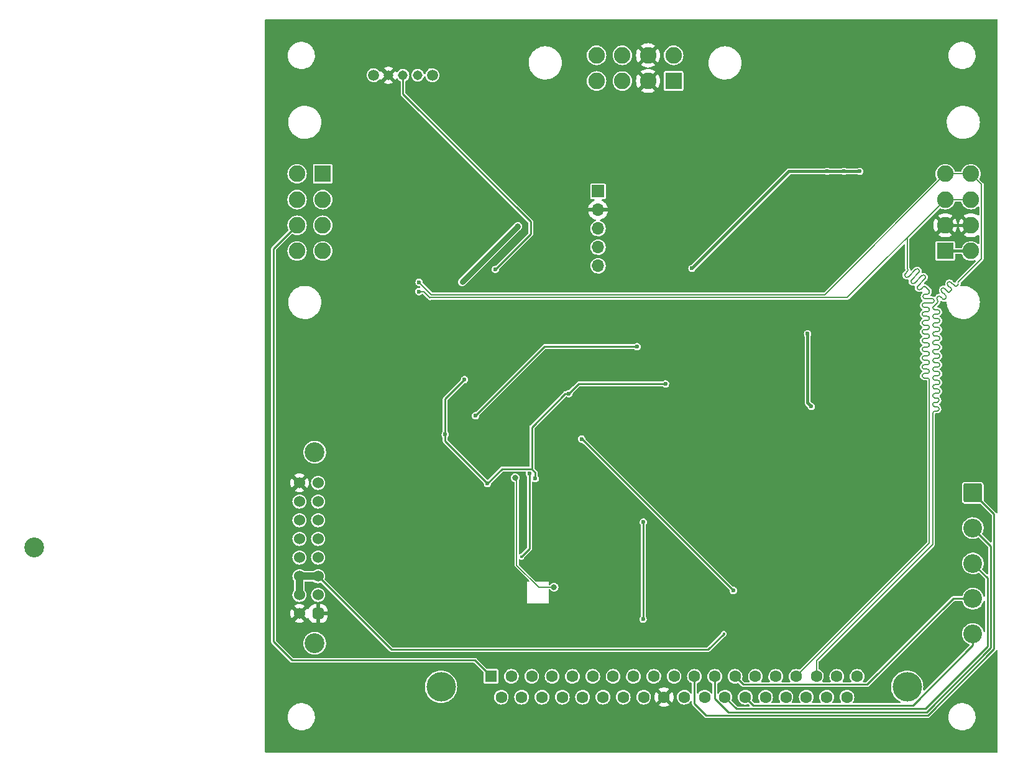
<source format=gbr>
G04 #@! TF.GenerationSoftware,KiCad,Pcbnew,(6.0.5)*
G04 #@! TF.CreationDate,2023-05-02T23:05:13-04:00*
G04 #@! TF.ProjectId,MC_Telem,4d435f54-656c-4656-9d2e-6b696361645f,rev?*
G04 #@! TF.SameCoordinates,Original*
G04 #@! TF.FileFunction,Copper,L2,Bot*
G04 #@! TF.FilePolarity,Positive*
%FSLAX46Y46*%
G04 Gerber Fmt 4.6, Leading zero omitted, Abs format (unit mm)*
G04 Created by KiCad (PCBNEW (6.0.5)) date 2023-05-02 23:05:13*
%MOMM*%
%LPD*%
G01*
G04 APERTURE LIST*
G04 Aperture macros list*
%AMRoundRect*
0 Rectangle with rounded corners*
0 $1 Rounding radius*
0 $2 $3 $4 $5 $6 $7 $8 $9 X,Y pos of 4 corners*
0 Add a 4 corners polygon primitive as box body*
4,1,4,$2,$3,$4,$5,$6,$7,$8,$9,$2,$3,0*
0 Add four circle primitives for the rounded corners*
1,1,$1+$1,$2,$3*
1,1,$1+$1,$4,$5*
1,1,$1+$1,$6,$7*
1,1,$1+$1,$8,$9*
0 Add four rect primitives between the rounded corners*
20,1,$1+$1,$2,$3,$4,$5,0*
20,1,$1+$1,$4,$5,$6,$7,0*
20,1,$1+$1,$6,$7,$8,$9,0*
20,1,$1+$1,$8,$9,$2,$3,0*%
G04 Aperture macros list end*
G04 #@! TA.AperFunction,ComponentPad*
%ADD10C,1.508000*%
G04 #@! TD*
G04 #@! TA.AperFunction,ComponentPad*
%ADD11C,1.308000*%
G04 #@! TD*
G04 #@! TA.AperFunction,ComponentPad*
%ADD12R,2.250000X2.250000*%
G04 #@! TD*
G04 #@! TA.AperFunction,ComponentPad*
%ADD13C,2.250000*%
G04 #@! TD*
G04 #@! TA.AperFunction,ComponentPad*
%ADD14R,1.700000X1.700000*%
G04 #@! TD*
G04 #@! TA.AperFunction,ComponentPad*
%ADD15O,1.700000X1.700000*%
G04 #@! TD*
G04 #@! TA.AperFunction,WasherPad*
%ADD16C,2.700000*%
G04 #@! TD*
G04 #@! TA.AperFunction,ComponentPad*
%ADD17RoundRect,0.381000X0.381000X-0.381000X0.381000X0.381000X-0.381000X0.381000X-0.381000X-0.381000X0*%
G04 #@! TD*
G04 #@! TA.AperFunction,ComponentPad*
%ADD18C,1.524000*%
G04 #@! TD*
G04 #@! TA.AperFunction,ComponentPad*
%ADD19C,4.000000*%
G04 #@! TD*
G04 #@! TA.AperFunction,ComponentPad*
%ADD20R,1.600000X1.600000*%
G04 #@! TD*
G04 #@! TA.AperFunction,ComponentPad*
%ADD21C,1.600000*%
G04 #@! TD*
G04 #@! TA.AperFunction,ComponentPad*
%ADD22RoundRect,0.249999X-1.025001X1.025001X-1.025001X-1.025001X1.025001X-1.025001X1.025001X1.025001X0*%
G04 #@! TD*
G04 #@! TA.AperFunction,ComponentPad*
%ADD23C,2.550000*%
G04 #@! TD*
G04 #@! TA.AperFunction,ViaPad*
%ADD24C,0.600000*%
G04 #@! TD*
G04 #@! TA.AperFunction,ViaPad*
%ADD25C,0.800000*%
G04 #@! TD*
G04 #@! TA.AperFunction,ViaPad*
%ADD26C,0.400000*%
G04 #@! TD*
G04 #@! TA.AperFunction,Conductor*
%ADD27C,0.400000*%
G04 #@! TD*
G04 #@! TA.AperFunction,Conductor*
%ADD28C,0.250000*%
G04 #@! TD*
G04 #@! TA.AperFunction,Conductor*
%ADD29C,1.000000*%
G04 #@! TD*
G04 #@! TA.AperFunction,Conductor*
%ADD30C,0.750000*%
G04 #@! TD*
G04 #@! TA.AperFunction,Conductor*
%ADD31C,0.200000*%
G04 #@! TD*
G04 #@! TA.AperFunction,Conductor*
%ADD32C,0.127000*%
G04 #@! TD*
G04 APERTURE END LIST*
D10*
X89853000Y-67691000D03*
X97853000Y-67691000D03*
D11*
X91853000Y-67691000D03*
X93853000Y-67691000D03*
X95853000Y-67691000D03*
D12*
X82922500Y-81110000D03*
D13*
X82922500Y-84610000D03*
X82922500Y-88110000D03*
X82922500Y-91610000D03*
X79422500Y-81110000D03*
X79422500Y-84610000D03*
X79422500Y-88110000D03*
X79422500Y-91610000D03*
D12*
X130726000Y-68466500D03*
D13*
X127226000Y-68466500D03*
X123726000Y-68466500D03*
X120226000Y-68466500D03*
X130726000Y-64966500D03*
X127226000Y-64966500D03*
X123726000Y-64966500D03*
X120226000Y-64966500D03*
D12*
X167720000Y-91610000D03*
D13*
X167720000Y-88110000D03*
X167720000Y-84610000D03*
X167720000Y-81110000D03*
X171220000Y-91610000D03*
X171220000Y-88110000D03*
X171220000Y-84610000D03*
X171220000Y-81110000D03*
D14*
X120421000Y-83469000D03*
D15*
X120421000Y-86009000D03*
X120421000Y-88549000D03*
X120421000Y-91089000D03*
X120421000Y-93629000D03*
D16*
X81820000Y-118989800D03*
X81820000Y-144989800D03*
X43620000Y-131989800D03*
D17*
X82280000Y-140949800D03*
D18*
X79740000Y-140949800D03*
X82280000Y-138409800D03*
X79740000Y-138409800D03*
X82280000Y-135869800D03*
X79740000Y-135869800D03*
X82280000Y-133329800D03*
X79740000Y-133329800D03*
X82280000Y-130789800D03*
X79740000Y-130789800D03*
X82280000Y-128249800D03*
X79740000Y-128249800D03*
X82280000Y-125709800D03*
X79740000Y-125709800D03*
X82280000Y-123169800D03*
X79740000Y-123169800D03*
D19*
X99030000Y-150920000D03*
X162530000Y-150920000D03*
D20*
X105850000Y-149500000D03*
D21*
X108620000Y-149500000D03*
X111390000Y-149500000D03*
X114160000Y-149500000D03*
X116930000Y-149500000D03*
X119700000Y-149500000D03*
X122470000Y-149500000D03*
X125240000Y-149500000D03*
X128010000Y-149500000D03*
X130780000Y-149500000D03*
X133550000Y-149500000D03*
X136320000Y-149500000D03*
X139090000Y-149500000D03*
X141860000Y-149500000D03*
X144630000Y-149500000D03*
X147400000Y-149500000D03*
X150170000Y-149500000D03*
X152940000Y-149500000D03*
X155710000Y-149500000D03*
X107235000Y-152340000D03*
X110005000Y-152340000D03*
X112775000Y-152340000D03*
X115545000Y-152340000D03*
X118315000Y-152340000D03*
X121085000Y-152340000D03*
X123855000Y-152340000D03*
X126625000Y-152340000D03*
X129395000Y-152340000D03*
X132165000Y-152340000D03*
X134935000Y-152340000D03*
X137705000Y-152340000D03*
X140475000Y-152340000D03*
X143245000Y-152340000D03*
X146015000Y-152340000D03*
X148785000Y-152340000D03*
X151555000Y-152340000D03*
X154325000Y-152340000D03*
D22*
X171475000Y-124525000D03*
D23*
X171475000Y-129325000D03*
X171475000Y-134125000D03*
X171475000Y-138925000D03*
X171475000Y-143725000D03*
D24*
X154051000Y-87757000D03*
D25*
X131850000Y-104600000D03*
D24*
X146685000Y-86614000D03*
X104850000Y-119050000D03*
D25*
X112175000Y-111525000D03*
D24*
X169250000Y-111100000D03*
D26*
X110250000Y-136175000D03*
D24*
X94488000Y-100076000D03*
X142367000Y-86614000D03*
X143256000Y-142113000D03*
X145161000Y-86614000D03*
X168402000Y-108839000D03*
X154051000Y-86995000D03*
D26*
X112450000Y-140000000D03*
D24*
X93726000Y-100076000D03*
X154051000Y-88519000D03*
X136677400Y-141884400D03*
X101250000Y-108100000D03*
X143129000Y-86614000D03*
D25*
X129600000Y-103100000D03*
D24*
X100350000Y-109100000D03*
X139852400Y-141884400D03*
X154813000Y-86995000D03*
X157738700Y-72344000D03*
X157738700Y-74494000D03*
X78650000Y-113300000D03*
X143891000Y-87376000D03*
D26*
X113900000Y-134725000D03*
D24*
X79500000Y-109400000D03*
X78450000Y-108300000D03*
X135255000Y-84328000D03*
X168402000Y-110363000D03*
D26*
X114150000Y-136175000D03*
D24*
X104850000Y-110500000D03*
X135255000Y-85852000D03*
D26*
X114625000Y-139875000D03*
D24*
X158938700Y-73394000D03*
X155575000Y-86995000D03*
X79750000Y-112100000D03*
X168402000Y-109601000D03*
X79500000Y-107200000D03*
X145923000Y-86614000D03*
X143891000Y-86614000D03*
X135255000Y-85090000D03*
X79750000Y-114450000D03*
X146685000Y-85852000D03*
X103950000Y-116500000D03*
X156083000Y-80772000D03*
X105359200Y-123266200D03*
X153924000Y-80772000D03*
X111859200Y-122580400D03*
X151638000Y-80772000D03*
X102235000Y-109100000D03*
X116459000Y-111023400D03*
X99598200Y-116585980D03*
X133223000Y-93980000D03*
X129610400Y-109702600D03*
D26*
X137550000Y-143700000D03*
D24*
X101910000Y-95860000D03*
D25*
X109500000Y-88250000D03*
D24*
X103733600Y-114020600D03*
X125730000Y-104622600D03*
X148971000Y-102870000D03*
X149479000Y-112776000D03*
X96040000Y-95860000D03*
X96030000Y-97130000D03*
X111099600Y-121920000D03*
D26*
X109977500Y-133222500D03*
D24*
X118200006Y-117200000D03*
X138861800Y-137820402D03*
D25*
X114425000Y-137350000D03*
X109130500Y-122475000D03*
D24*
X126600000Y-128500000D03*
X126550000Y-141725400D03*
X106426000Y-94107000D03*
D27*
X167720000Y-88110000D02*
X171220000Y-88110000D01*
D28*
X129610400Y-109702600D02*
X117779800Y-109702600D01*
X99598200Y-117505200D02*
X99598200Y-116585980D01*
X107330401Y-121294999D02*
X105359200Y-123266200D01*
X111859200Y-122580400D02*
X111859200Y-121754598D01*
D27*
X151638000Y-80772000D02*
X156083000Y-80772000D01*
D28*
X99598200Y-111736800D02*
X99598200Y-116585980D01*
D27*
X133223000Y-93980000D02*
X146431000Y-80772000D01*
D28*
X111399601Y-121294999D02*
X111399601Y-115574980D01*
X111399601Y-121294999D02*
X107330401Y-121294999D01*
X117779800Y-109702600D02*
X116459000Y-111023400D01*
X105359200Y-123266200D02*
X99598200Y-117505200D01*
D27*
X146431000Y-80772000D02*
X151638000Y-80772000D01*
D28*
X111399601Y-115574980D02*
X115951181Y-111023400D01*
X111859200Y-121754598D02*
X111399601Y-121294999D01*
X115951181Y-111023400D02*
X116459000Y-111023400D01*
X102235000Y-109100000D02*
X99598200Y-111736800D01*
D27*
X167720000Y-91610000D02*
X171220000Y-91610000D01*
D29*
X79740000Y-135869800D02*
X82280000Y-135869800D01*
X79740000Y-138409800D02*
X79740000Y-135869800D01*
D28*
X101910000Y-95860000D02*
X101910000Y-95840000D01*
X137550000Y-143700000D02*
X135375000Y-145875000D01*
X92285200Y-145875000D02*
X82280000Y-135869800D01*
D30*
X101910000Y-95840000D02*
X109500000Y-88250000D01*
D28*
X135375000Y-145875000D02*
X92285200Y-145875000D01*
X113131600Y-104622600D02*
X103733600Y-114020600D01*
X125730000Y-104622600D02*
X113131600Y-104622600D01*
D27*
X149479000Y-112776000D02*
X148971000Y-112268000D01*
X148971000Y-112268000D02*
X148971000Y-102870000D01*
D31*
X150170000Y-147366397D02*
X150170000Y-149500000D01*
X167277758Y-98037183D02*
X167277756Y-98037182D01*
X167229250Y-97140144D02*
X167702021Y-97612915D01*
X166320000Y-112794938D02*
X166588600Y-112794938D01*
X168161645Y-97224007D02*
X168161643Y-97224008D01*
X96040000Y-95860000D02*
X97729999Y-97549999D01*
X166688600Y-109794938D02*
X166320000Y-109794938D01*
X166688600Y-103794938D02*
X166320000Y-103794938D01*
X166320000Y-106794938D02*
X166688600Y-106794938D01*
X166320000Y-100794938D02*
X166688600Y-100794938D01*
X166652460Y-98662475D02*
X166020000Y-99294938D01*
X166674664Y-97836152D02*
X166674664Y-97836151D01*
X97729999Y-97549999D02*
X102630000Y-97550000D01*
X167832342Y-98003876D02*
X167668717Y-98167502D01*
X166688600Y-110994938D02*
X166320000Y-110994938D01*
X166652459Y-98662476D02*
X166652460Y-98662475D01*
X166320000Y-104394938D02*
X166688600Y-104394938D01*
X166020000Y-113725019D02*
X166020000Y-131516397D01*
X167277756Y-98037182D02*
X167076725Y-97836151D01*
X166020000Y-113694938D02*
X166020000Y-113725019D01*
X151280001Y-97549999D02*
X167720000Y-81110000D01*
X105650001Y-97549999D02*
X151280001Y-97549999D01*
X166688600Y-106194938D02*
X166320000Y-106194938D01*
X166688600Y-108594938D02*
X166320000Y-108594938D01*
X166688600Y-100194938D02*
X166320000Y-100194938D01*
X172644511Y-92670427D02*
X169487469Y-95827469D01*
X166320000Y-111594938D02*
X166588600Y-111594938D01*
X167720000Y-81110000D02*
X171220000Y-81110000D01*
X166320000Y-110394938D02*
X166688600Y-110394938D01*
X166688600Y-102594938D02*
X166320000Y-102594938D01*
X168974816Y-96340122D02*
X168502044Y-95867350D01*
X169487469Y-96136617D02*
X169217778Y-96406309D01*
X168585907Y-96870454D02*
X168232355Y-97224007D01*
X166688600Y-104994938D02*
X166320000Y-104994938D01*
X166320000Y-109194938D02*
X166688600Y-109194938D01*
X166588600Y-112194938D02*
X166320000Y-112194938D01*
X167408077Y-98167502D02*
X167277758Y-98037183D01*
X166320000Y-99594938D02*
X166688600Y-99594938D01*
X168550551Y-96764385D02*
X168585908Y-96799742D01*
X168585907Y-96870453D02*
X168585907Y-96870454D01*
X166652461Y-98260415D02*
X166652460Y-98260415D01*
X168161643Y-97224008D02*
X167653514Y-96715880D01*
X166320000Y-105594938D02*
X166688600Y-105594938D01*
X169487470Y-96136616D02*
X169487469Y-96136617D01*
X102630000Y-97550000D02*
X105650001Y-97549999D01*
X166674664Y-97836151D02*
X166652460Y-97858354D01*
X166688600Y-107394938D02*
X166320000Y-107394938D01*
X166688600Y-101394938D02*
X166320000Y-101394938D01*
X166320000Y-101994938D02*
X166688600Y-101994938D01*
X172644511Y-82534511D02*
X172644511Y-92670427D01*
X171220000Y-81110000D02*
X172644511Y-82534511D01*
X166020000Y-131516397D02*
X150170000Y-147366397D01*
X166320000Y-107994938D02*
X166688600Y-107994938D01*
X166588600Y-113394938D02*
X166320000Y-113394938D01*
X168077780Y-96291614D02*
X168550551Y-96764385D01*
X166320000Y-103194938D02*
X166688600Y-103194938D01*
X168985918Y-96329023D02*
X168974816Y-96340122D01*
X167702021Y-97612915D02*
X167832342Y-97743236D01*
X169063204Y-96406309D02*
X168985918Y-96329023D01*
X166688600Y-103794900D02*
G75*
G03*
X166988600Y-103494938I0J300000D01*
G01*
X166320000Y-99594900D02*
G75*
G02*
X166020000Y-99294938I0J300000D01*
G01*
X166688600Y-108594900D02*
G75*
G03*
X166988600Y-108294938I0J300000D01*
G01*
X166988562Y-108294938D02*
G75*
G03*
X166688600Y-107994938I-299962J38D01*
G01*
X166688600Y-100194900D02*
G75*
G03*
X166988600Y-99894938I0J300000D01*
G01*
X169063204Y-96406309D02*
G75*
G03*
X169217778Y-96406309I77287J77288D01*
G01*
X166988562Y-105894938D02*
G75*
G03*
X166688600Y-105594938I-299962J38D01*
G01*
X166688600Y-107394900D02*
G75*
G03*
X166988600Y-107094938I0J300000D01*
G01*
X166320000Y-106794900D02*
G75*
G02*
X166020000Y-106494938I0J300000D01*
G01*
X166020038Y-101694938D02*
G75*
G02*
X166320000Y-101394938I299962J38D01*
G01*
X166688600Y-109794900D02*
G75*
G03*
X166988600Y-109494938I0J300000D01*
G01*
X166020038Y-100494938D02*
G75*
G02*
X166320000Y-100194938I299962J38D01*
G01*
X166020038Y-111294938D02*
G75*
G02*
X166320000Y-110994938I299962J38D01*
G01*
X166320000Y-110394900D02*
G75*
G02*
X166020000Y-110094938I0J300000D01*
G01*
X166320000Y-101994900D02*
G75*
G02*
X166020000Y-101694938I0J300000D01*
G01*
X166688600Y-102594900D02*
G75*
G03*
X166988600Y-102294938I0J300000D01*
G01*
X167832385Y-98003919D02*
G75*
G03*
X167832341Y-97743237I-130385J130319D01*
G01*
X166988562Y-103494938D02*
G75*
G03*
X166688600Y-103194938I-299962J38D01*
G01*
X168161645Y-97224007D02*
G75*
G03*
X168232355Y-97224007I35355J35353D01*
G01*
X167408077Y-98167502D02*
G75*
G03*
X167668717Y-98167502I130320J130321D01*
G01*
X166320000Y-105594900D02*
G75*
G02*
X166020000Y-105294938I0J300000D01*
G01*
X166320000Y-109194900D02*
G75*
G02*
X166020000Y-108894938I0J300000D01*
G01*
X166674669Y-97836157D02*
G75*
G02*
X167076725Y-97836151I201031J-201043D01*
G01*
X166988562Y-102294938D02*
G75*
G03*
X166688600Y-101994938I-299962J38D01*
G01*
X166020038Y-110094938D02*
G75*
G02*
X166320000Y-109794938I299962J38D01*
G01*
X166988562Y-101094938D02*
G75*
G03*
X166688600Y-100794938I-299962J38D01*
G01*
X166688600Y-104994900D02*
G75*
G03*
X166988600Y-104694938I0J300000D01*
G01*
X166688600Y-110994900D02*
G75*
G03*
X166988600Y-110694938I0J300000D01*
G01*
X166688600Y-106194900D02*
G75*
G03*
X166988600Y-105894938I0J300000D01*
G01*
X166320000Y-107994900D02*
G75*
G02*
X166020000Y-107694938I0J300000D01*
G01*
X166688600Y-101394900D02*
G75*
G03*
X166988600Y-101094938I0J300000D01*
G01*
X169487425Y-95982087D02*
G75*
G02*
X169487469Y-95827469I77375J77287D01*
G01*
X167229262Y-97140132D02*
G75*
G02*
X167229250Y-96715880I212138J212132D01*
G01*
X166988562Y-109494938D02*
G75*
G03*
X166688600Y-109194938I-299962J38D01*
G01*
X166888562Y-113094938D02*
G75*
G03*
X166588600Y-112794938I-299962J38D01*
G01*
X166320000Y-100794900D02*
G75*
G02*
X166020000Y-100494938I0J300000D01*
G01*
X166988562Y-110694938D02*
G75*
G03*
X166688600Y-110394938I-299962J38D01*
G01*
X166588600Y-113394900D02*
G75*
G03*
X166888600Y-113094938I0J300000D01*
G01*
X166320000Y-111594900D02*
G75*
G02*
X166020000Y-111294938I0J300000D01*
G01*
X167229251Y-96715881D02*
G75*
G02*
X167653513Y-96715881I212131J-212131D01*
G01*
X166020038Y-105294938D02*
G75*
G02*
X166320000Y-104994938I299962J38D01*
G01*
X166888562Y-111894938D02*
G75*
G03*
X166588600Y-111594938I-299962J38D01*
G01*
X166020038Y-113694938D02*
G75*
G02*
X166320000Y-113394938I299962J38D01*
G01*
X166652446Y-98260430D02*
G75*
G02*
X166652461Y-97858355I201054J201030D01*
G01*
X166020038Y-107694938D02*
G75*
G02*
X166320000Y-107394938I299962J38D01*
G01*
X166020038Y-112494938D02*
G75*
G02*
X166320000Y-112194938I299962J38D01*
G01*
X168077781Y-95867351D02*
G75*
G02*
X168502043Y-95867351I212131J-212131D01*
G01*
X168585910Y-96870456D02*
G75*
G03*
X168585908Y-96799742I-35310J35356D01*
G01*
X168077762Y-96291632D02*
G75*
G02*
X168077780Y-95867350I212138J212132D01*
G01*
X166988562Y-107094938D02*
G75*
G03*
X166688600Y-106794938I-299962J38D01*
G01*
X166588600Y-112194900D02*
G75*
G03*
X166888600Y-111894938I0J300000D01*
G01*
X166320000Y-112794900D02*
G75*
G02*
X166020000Y-112494938I0J300000D01*
G01*
X166652413Y-98662430D02*
G75*
G03*
X166652459Y-98260416I-201013J201030D01*
G01*
X166020038Y-102894938D02*
G75*
G02*
X166320000Y-102594938I299962J38D01*
G01*
X166988562Y-104694938D02*
G75*
G03*
X166688600Y-104394938I-299962J38D01*
G01*
X166020038Y-106494938D02*
G75*
G02*
X166320000Y-106194938I299962J38D01*
G01*
X166988562Y-99894938D02*
G75*
G03*
X166688600Y-99594938I-299962J38D01*
G01*
X166320000Y-103194900D02*
G75*
G02*
X166020000Y-102894938I0J300000D01*
G01*
X166320000Y-104394900D02*
G75*
G02*
X166020000Y-104094938I0J300000D01*
G01*
X169487440Y-96136586D02*
G75*
G03*
X169487469Y-95982043I-77240J77286D01*
G01*
X166020038Y-108894938D02*
G75*
G02*
X166320000Y-108594938I299962J38D01*
G01*
X166020038Y-104094938D02*
G75*
G02*
X166320000Y-103794938I299962J38D01*
G01*
X154380481Y-97949519D02*
X167720000Y-84610000D01*
X163554470Y-95955373D02*
X164535371Y-94974468D01*
X165570000Y-131330000D02*
X147400000Y-149500000D01*
X164959637Y-95398734D02*
X163978732Y-96379635D01*
X162705944Y-95106847D02*
X163686845Y-94125942D01*
X164876397Y-101690000D02*
X165270000Y-101690000D01*
X163554471Y-95955372D02*
X163554470Y-95955373D01*
X165270000Y-101090000D02*
X164876397Y-101090000D01*
X162559999Y-94404265D02*
X162560000Y-94404264D01*
X165570000Y-98690000D02*
X164876397Y-98690000D01*
X165270000Y-97490000D02*
X164976397Y-97490000D01*
X165270000Y-107090000D02*
X164876397Y-107090000D01*
X167720000Y-84610000D02*
X162560000Y-89770000D01*
X165270000Y-102290000D02*
X164876397Y-102290000D01*
X167720000Y-84610000D02*
X171220000Y-84610000D01*
X164976397Y-98090000D02*
X165270000Y-98090000D01*
X96673603Y-97130000D02*
X97493122Y-97949519D01*
X165270000Y-108290000D02*
X164876397Y-108290000D01*
X164876397Y-99290000D02*
X165270000Y-99290000D01*
X164876397Y-102890000D02*
X165270000Y-102890000D01*
X162560000Y-94404264D02*
X162281680Y-94682583D01*
X165570000Y-96990000D02*
X165570000Y-97190000D01*
X97543603Y-98000000D02*
X96673603Y-97130000D01*
X96673603Y-97130000D02*
X96030000Y-97130000D01*
X165270000Y-103490000D02*
X164876397Y-103490000D01*
X165913603Y-98690000D02*
X165570000Y-98690000D01*
X165105579Y-96525579D02*
X165570000Y-96990000D01*
X164876397Y-108890000D02*
X165270000Y-108890000D01*
X165570000Y-109190000D02*
X165570000Y-109240000D01*
X164876397Y-106490000D02*
X165270000Y-106490000D01*
X165270000Y-99890000D02*
X164876397Y-99890000D01*
X162705945Y-95106846D02*
X162705944Y-95106847D01*
X164876397Y-100490000D02*
X165270000Y-100490000D01*
X164402996Y-96803899D02*
X164681315Y-96525579D01*
X97493122Y-97949519D02*
X154380481Y-97949519D01*
X164876397Y-107690000D02*
X165270000Y-107690000D01*
X164876397Y-105290000D02*
X165270000Y-105290000D01*
X164111110Y-94550209D02*
X164111111Y-94550208D01*
X164876397Y-104090000D02*
X165270000Y-104090000D01*
X162560000Y-89770000D02*
X162560000Y-93980000D01*
X165270000Y-98090000D02*
X165913603Y-98090000D01*
X165270000Y-104690000D02*
X164876397Y-104690000D01*
X164959636Y-95398735D02*
X164959637Y-95398734D01*
X165270000Y-105890000D02*
X164876397Y-105890000D01*
X164402997Y-96803898D02*
X164402996Y-96803899D01*
X164111111Y-94550208D02*
X163130206Y-95531109D01*
X165570000Y-109240000D02*
X165570000Y-131330000D01*
X165570000Y-109190000D02*
G75*
G03*
X165270000Y-108890000I-300000J0D01*
G01*
X165270000Y-102290000D02*
G75*
G03*
X165570000Y-101990000I0J300000D01*
G01*
X162705933Y-95106834D02*
G75*
G02*
X162281680Y-95106847I-212133J212134D01*
G01*
X164576400Y-104990000D02*
G75*
G02*
X164876397Y-104690000I300000J0D01*
G01*
X164959634Y-95398733D02*
G75*
G03*
X164959637Y-94974470I-212134J212133D01*
G01*
X164876397Y-101690003D02*
G75*
G02*
X164576397Y-101390000I3J300003D01*
G01*
X164576400Y-100190000D02*
G75*
G02*
X164876397Y-99890000I300000J0D01*
G01*
X165570000Y-107990000D02*
G75*
G03*
X165270000Y-107690000I-300000J0D01*
G01*
X164111134Y-94125921D02*
G75*
G03*
X163686845Y-94125942I-212134J-212179D01*
G01*
X164876397Y-104090003D02*
G75*
G02*
X164576397Y-103790000I3J300003D01*
G01*
X165270000Y-108290000D02*
G75*
G03*
X165570000Y-107990000I0J300000D01*
G01*
X163554433Y-95955334D02*
G75*
G02*
X163130206Y-95955373I-212133J212134D01*
G01*
X165570000Y-104390000D02*
G75*
G03*
X165270000Y-104090000I-300000J0D01*
G01*
X164676400Y-97790000D02*
G75*
G02*
X164976397Y-97490000I300000J0D01*
G01*
X163130247Y-95955332D02*
G75*
G02*
X163130206Y-95531109I212053J212132D01*
G01*
X165570000Y-103190000D02*
G75*
G03*
X165270000Y-102890000I-300000J0D01*
G01*
X166213600Y-98390000D02*
G75*
G03*
X165913603Y-98090000I-300000J0D01*
G01*
X165270000Y-105890000D02*
G75*
G03*
X165570000Y-105590000I0J300000D01*
G01*
X164576400Y-108590000D02*
G75*
G02*
X164876397Y-108290000I300000J0D01*
G01*
X164111134Y-94550233D02*
G75*
G03*
X164111111Y-94125944I-212134J212133D01*
G01*
X165270000Y-101090000D02*
G75*
G03*
X165570000Y-100790000I0J300000D01*
G01*
X165570000Y-101990000D02*
G75*
G03*
X165270000Y-101690000I-300000J0D01*
G01*
X164959633Y-94974474D02*
G75*
G03*
X164535372Y-94974469I-212133J-212126D01*
G01*
X164876397Y-102890003D02*
G75*
G02*
X164576397Y-102590000I3J300003D01*
G01*
X165270000Y-104690000D02*
G75*
G03*
X165570000Y-104390000I0J300000D01*
G01*
X165270000Y-99890000D02*
G75*
G03*
X165570000Y-99590000I0J300000D01*
G01*
X165270000Y-103490000D02*
G75*
G03*
X165570000Y-103190000I0J300000D01*
G01*
X162559967Y-94404232D02*
G75*
G03*
X162560000Y-93980000I-212067J212132D01*
G01*
X165270000Y-107090000D02*
G75*
G03*
X165570000Y-106790000I0J300000D01*
G01*
X165270000Y-97490000D02*
G75*
G03*
X165570000Y-97190000I0J300000D01*
G01*
X165570000Y-106790000D02*
G75*
G03*
X165270000Y-106490000I-300000J0D01*
G01*
X163978700Y-96803931D02*
G75*
G02*
X163978733Y-96379636I212200J212131D01*
G01*
X165913603Y-98690003D02*
G75*
G03*
X166213603Y-98390000I-3J300003D01*
G01*
X164576400Y-103790000D02*
G75*
G02*
X164876397Y-103490000I300000J0D01*
G01*
X165570000Y-100790000D02*
G75*
G03*
X165270000Y-100490000I-300000J0D01*
G01*
X162281696Y-95106831D02*
G75*
G02*
X162281681Y-94682584I212104J212131D01*
G01*
X164576400Y-101390000D02*
G75*
G02*
X164876397Y-101090000I300000J0D01*
G01*
X164876397Y-105290003D02*
G75*
G02*
X164576397Y-104990000I3J300003D01*
G01*
X164576400Y-98990000D02*
G75*
G02*
X164876397Y-98690000I300000J0D01*
G01*
X164876397Y-106490003D02*
G75*
G02*
X164576397Y-106190000I3J300003D01*
G01*
X165570000Y-105590000D02*
G75*
G03*
X165270000Y-105290000I-300000J0D01*
G01*
X164876397Y-99290003D02*
G75*
G02*
X164576397Y-98990000I3J300003D01*
G01*
X165105578Y-96525580D02*
G75*
G03*
X164681316Y-96525580I-212131J-212131D01*
G01*
X164976397Y-98090003D02*
G75*
G02*
X164676397Y-97790000I3J300003D01*
G01*
X164403033Y-96803934D02*
G75*
G02*
X163978732Y-96803899I-212133J212134D01*
G01*
X164876397Y-107690003D02*
G75*
G02*
X164576397Y-107390000I3J300003D01*
G01*
X164876397Y-108890003D02*
G75*
G02*
X164576397Y-108590000I3J300003D01*
G01*
X164576400Y-107390000D02*
G75*
G02*
X164876397Y-107090000I300000J0D01*
G01*
X164876397Y-100490003D02*
G75*
G02*
X164576397Y-100190000I3J300003D01*
G01*
X164576400Y-106190000D02*
G75*
G02*
X164876397Y-105890000I300000J0D01*
G01*
X165570000Y-99590000D02*
G75*
G03*
X165270000Y-99290000I-300000J0D01*
G01*
X164576400Y-102590000D02*
G75*
G02*
X164876397Y-102290000I300000J0D01*
G01*
D28*
X103670000Y-147320000D02*
X105850000Y-149500000D01*
X79422500Y-88110000D02*
X76200000Y-91332500D01*
X76200000Y-144780000D02*
X78740000Y-147320000D01*
X78740000Y-147320000D02*
X103670000Y-147320000D01*
X76200000Y-91332500D02*
X76200000Y-144780000D01*
X109977500Y-133222500D02*
X111099600Y-132100400D01*
X111099600Y-132100400D02*
X111099600Y-121920000D01*
X118241398Y-117200000D02*
X118200006Y-117200000D01*
X138861800Y-137820402D02*
X118241398Y-117200000D01*
D32*
X114425000Y-137350000D02*
X112325000Y-137350000D01*
X112325000Y-137350000D02*
X109350000Y-134375000D01*
X109350000Y-122694500D02*
X109130500Y-122475000D01*
X109350000Y-134375000D02*
X109350000Y-122694500D01*
D28*
X126600000Y-128500000D02*
X126600000Y-141675400D01*
X126600000Y-141675400D02*
X126550000Y-141725400D01*
X174374040Y-145797395D02*
X165358364Y-154813071D01*
X133550000Y-153225000D02*
X133550000Y-149500000D01*
X165358364Y-154813071D02*
X135138071Y-154813071D01*
X171475000Y-124525000D02*
X174374040Y-127424040D01*
X135138071Y-154813071D02*
X133550000Y-153225000D01*
X174374040Y-127424040D02*
X174374040Y-145797395D01*
X136320000Y-149500000D02*
X136320000Y-152545300D01*
X173924520Y-145611197D02*
X173924520Y-131774520D01*
X165172167Y-154363551D02*
X173924520Y-145611197D01*
X173924520Y-131774520D02*
X171475000Y-129325000D01*
X136320000Y-152545300D02*
X138138251Y-154363551D01*
X138138251Y-154363551D02*
X165172167Y-154363551D01*
X173475000Y-145425000D02*
X173475000Y-136125000D01*
X173475000Y-136125000D02*
X171475000Y-134125000D01*
X137705000Y-152340000D02*
X139279031Y-153914031D01*
X139279031Y-153914031D02*
X164985969Y-153914031D01*
X164985969Y-153914031D02*
X173475000Y-145425000D01*
X139090000Y-149500000D02*
X140214511Y-150624511D01*
X140214511Y-150624511D02*
X157100489Y-150624511D01*
X168800000Y-138925000D02*
X171475000Y-138925000D01*
X157100489Y-150624511D02*
X168800000Y-138925000D01*
X141599511Y-153464511D02*
X163285489Y-153464511D01*
X163285489Y-153464511D02*
X171475000Y-145275000D01*
X140475000Y-152340000D02*
X141599511Y-153464511D01*
X171475000Y-145275000D02*
X171475000Y-143725000D01*
X111252000Y-87630000D02*
X93853000Y-70231000D01*
X93853000Y-70231000D02*
X93853000Y-67691000D01*
X111252000Y-89281000D02*
X111252000Y-87630000D01*
X106426000Y-94107000D02*
X111252000Y-89281000D01*
G04 #@! TA.AperFunction,Conductor*
G36*
X174821121Y-60091002D02*
G01*
X174867614Y-60144658D01*
X174879000Y-60197000D01*
X174879000Y-127177418D01*
X174858998Y-127245539D01*
X174805342Y-127292032D01*
X174735068Y-127302136D01*
X174670488Y-127272642D01*
X174643881Y-127240418D01*
X174632747Y-127221134D01*
X174627234Y-127211585D01*
X174598357Y-127187355D01*
X174590255Y-127179929D01*
X172987405Y-125577079D01*
X172953379Y-125514767D01*
X172950500Y-125487984D01*
X172950499Y-123449132D01*
X172950499Y-123446166D01*
X172947519Y-123414630D01*
X172902634Y-123286816D01*
X172822150Y-123177850D01*
X172713184Y-123097366D01*
X172704301Y-123094246D01*
X172704298Y-123094245D01*
X172592614Y-123055025D01*
X172592615Y-123055025D01*
X172585370Y-123052481D01*
X172577728Y-123051759D01*
X172577725Y-123051758D01*
X172567366Y-123050779D01*
X172553835Y-123049500D01*
X171475546Y-123049500D01*
X170396166Y-123049501D01*
X170393216Y-123049780D01*
X170393211Y-123049780D01*
X170372279Y-123051758D01*
X170372277Y-123051758D01*
X170364630Y-123052481D01*
X170343655Y-123059847D01*
X170245702Y-123094245D01*
X170245699Y-123094246D01*
X170236816Y-123097366D01*
X170127850Y-123177850D01*
X170047366Y-123286816D01*
X170002481Y-123414630D01*
X169999500Y-123446165D01*
X169999501Y-125603834D01*
X170002481Y-125635370D01*
X170047366Y-125763184D01*
X170127850Y-125872150D01*
X170236816Y-125952634D01*
X170245699Y-125955754D01*
X170245702Y-125955755D01*
X170338773Y-125988439D01*
X170364630Y-125997519D01*
X170372272Y-125998241D01*
X170372275Y-125998242D01*
X170382634Y-125999221D01*
X170396165Y-126000500D01*
X170508662Y-126000500D01*
X172437983Y-126000499D01*
X172506104Y-126020501D01*
X172527078Y-126037404D01*
X174011635Y-127521961D01*
X174045661Y-127584273D01*
X174048540Y-127611056D01*
X174048540Y-131134023D01*
X174028538Y-131202144D01*
X173974882Y-131248637D01*
X173904608Y-131258741D01*
X173840028Y-131229247D01*
X173833445Y-131223118D01*
X172792702Y-130182376D01*
X172758677Y-130120064D01*
X172763741Y-130049249D01*
X172768840Y-130037454D01*
X172788857Y-129996954D01*
X172851587Y-129870029D01*
X172884195Y-129762705D01*
X172920616Y-129642830D01*
X172920617Y-129642824D01*
X172922120Y-129637878D01*
X172953789Y-129397325D01*
X172955557Y-129325000D01*
X172940024Y-129136067D01*
X172936100Y-129088338D01*
X172936099Y-129088332D01*
X172935676Y-129083187D01*
X172896103Y-128925639D01*
X172877827Y-128852878D01*
X172877826Y-128852874D01*
X172876568Y-128847867D01*
X172863911Y-128818758D01*
X172781880Y-128630099D01*
X172781878Y-128630096D01*
X172779820Y-128625362D01*
X172648030Y-128421645D01*
X172626086Y-128397528D01*
X172488215Y-128246011D01*
X172488213Y-128246010D01*
X172484737Y-128242189D01*
X172480686Y-128238990D01*
X172480682Y-128238986D01*
X172298386Y-128095018D01*
X172294328Y-128091813D01*
X172081914Y-127974554D01*
X171957960Y-127930660D01*
X171858077Y-127895289D01*
X171858073Y-127895288D01*
X171853202Y-127893563D01*
X171848109Y-127892656D01*
X171848106Y-127892655D01*
X171619422Y-127851920D01*
X171619416Y-127851919D01*
X171614333Y-127851014D01*
X171534558Y-127850039D01*
X171376892Y-127848113D01*
X171376890Y-127848113D01*
X171371722Y-127848050D01*
X171131884Y-127884750D01*
X170901261Y-127960129D01*
X170873551Y-127974554D01*
X170705675Y-128061945D01*
X170686046Y-128072163D01*
X170681913Y-128075266D01*
X170681910Y-128075268D01*
X170620123Y-128121659D01*
X170492019Y-128217842D01*
X170324391Y-128393255D01*
X170321477Y-128397527D01*
X170321476Y-128397528D01*
X170307342Y-128418248D01*
X170187663Y-128593691D01*
X170136586Y-128703728D01*
X170101857Y-128778546D01*
X170085508Y-128813766D01*
X170020668Y-129047571D01*
X169994885Y-129288827D01*
X169995182Y-129293979D01*
X169995182Y-129293983D01*
X170006684Y-129493453D01*
X170008852Y-129531054D01*
X170009989Y-129536100D01*
X170009990Y-129536106D01*
X170031770Y-129632749D01*
X170062193Y-129767747D01*
X170064135Y-129772529D01*
X170064136Y-129772533D01*
X170151532Y-129987763D01*
X170153476Y-129992550D01*
X170280249Y-130199425D01*
X170439109Y-130382818D01*
X170625787Y-130537801D01*
X170835272Y-130660214D01*
X171061938Y-130746770D01*
X171067004Y-130747801D01*
X171067005Y-130747801D01*
X171125326Y-130759666D01*
X171299696Y-130795142D01*
X171436350Y-130800153D01*
X171536998Y-130803844D01*
X171537002Y-130803844D01*
X171542162Y-130804033D01*
X171547282Y-130803377D01*
X171547284Y-130803377D01*
X171625906Y-130793305D01*
X171782825Y-130773203D01*
X171787774Y-130771718D01*
X171787780Y-130771717D01*
X172010278Y-130704964D01*
X172015221Y-130703481D01*
X172188028Y-130618824D01*
X172258002Y-130606818D01*
X172323359Y-130634548D01*
X172332554Y-130642881D01*
X173562115Y-131872442D01*
X173596141Y-131934754D01*
X173599020Y-131961537D01*
X173599020Y-135484504D01*
X173579018Y-135552625D01*
X173525362Y-135599118D01*
X173455088Y-135609222D01*
X173390508Y-135579728D01*
X173383925Y-135573599D01*
X172792702Y-134982376D01*
X172758676Y-134920064D01*
X172763741Y-134849249D01*
X172768840Y-134837454D01*
X172788857Y-134796954D01*
X172851587Y-134670029D01*
X172878921Y-134580062D01*
X172920616Y-134442830D01*
X172920617Y-134442824D01*
X172922120Y-134437878D01*
X172940700Y-134296745D01*
X172953352Y-134200647D01*
X172953352Y-134200641D01*
X172953789Y-134197325D01*
X172955557Y-134125000D01*
X172945018Y-133996814D01*
X172936100Y-133888338D01*
X172936099Y-133888332D01*
X172935676Y-133883187D01*
X172876568Y-133647867D01*
X172863911Y-133618758D01*
X172781880Y-133430099D01*
X172781878Y-133430096D01*
X172779820Y-133425362D01*
X172648030Y-133221645D01*
X172626086Y-133197528D01*
X172488215Y-133046011D01*
X172488213Y-133046010D01*
X172484737Y-133042189D01*
X172480686Y-133038990D01*
X172480682Y-133038986D01*
X172298386Y-132895018D01*
X172294328Y-132891813D01*
X172081914Y-132774554D01*
X171957960Y-132730660D01*
X171858077Y-132695289D01*
X171858073Y-132695288D01*
X171853202Y-132693563D01*
X171848109Y-132692656D01*
X171848106Y-132692655D01*
X171619422Y-132651920D01*
X171619416Y-132651919D01*
X171614333Y-132651014D01*
X171534558Y-132650039D01*
X171376892Y-132648113D01*
X171376890Y-132648113D01*
X171371722Y-132648050D01*
X171131884Y-132684750D01*
X170901261Y-132760129D01*
X170873551Y-132774554D01*
X170726168Y-132851277D01*
X170686046Y-132872163D01*
X170681913Y-132875266D01*
X170681910Y-132875268D01*
X170567399Y-132961245D01*
X170492019Y-133017842D01*
X170324391Y-133193255D01*
X170321477Y-133197527D01*
X170321476Y-133197528D01*
X170305025Y-133221645D01*
X170187663Y-133393691D01*
X170172962Y-133425362D01*
X170088117Y-133608146D01*
X170085508Y-133613766D01*
X170020668Y-133847571D01*
X169994885Y-134088827D01*
X169995182Y-134093979D01*
X169995182Y-134093983D01*
X170003616Y-134240241D01*
X170008852Y-134331054D01*
X170009989Y-134336100D01*
X170009990Y-134336106D01*
X170021498Y-134387171D01*
X170062193Y-134567747D01*
X170064135Y-134572529D01*
X170064136Y-134572533D01*
X170103725Y-134670029D01*
X170153476Y-134792550D01*
X170280249Y-134999425D01*
X170439109Y-135182818D01*
X170625787Y-135337801D01*
X170835272Y-135460214D01*
X171061938Y-135546770D01*
X171067004Y-135547801D01*
X171067005Y-135547801D01*
X171090716Y-135552625D01*
X171299696Y-135595142D01*
X171436350Y-135600153D01*
X171536998Y-135603844D01*
X171537002Y-135603844D01*
X171542162Y-135604033D01*
X171547282Y-135603377D01*
X171547284Y-135603377D01*
X171623754Y-135593581D01*
X171782825Y-135573203D01*
X171787774Y-135571718D01*
X171787780Y-135571717D01*
X172010278Y-135504964D01*
X172015221Y-135503481D01*
X172188028Y-135418824D01*
X172258002Y-135406818D01*
X172323359Y-135434548D01*
X172332555Y-135442881D01*
X173112595Y-136222921D01*
X173146621Y-136285233D01*
X173149500Y-136312016D01*
X173149500Y-138515619D01*
X173129498Y-138583740D01*
X173075842Y-138630233D01*
X173005568Y-138640337D01*
X172940988Y-138610843D01*
X172901296Y-138546314D01*
X172877827Y-138452878D01*
X172877826Y-138452874D01*
X172876568Y-138447867D01*
X172871758Y-138436805D01*
X172781880Y-138230099D01*
X172781878Y-138230096D01*
X172779820Y-138225362D01*
X172648030Y-138021645D01*
X172626086Y-137997528D01*
X172488215Y-137846011D01*
X172488213Y-137846010D01*
X172484737Y-137842189D01*
X172480686Y-137838990D01*
X172480682Y-137838986D01*
X172298386Y-137695018D01*
X172294328Y-137691813D01*
X172081914Y-137574554D01*
X171931086Y-137521143D01*
X171858077Y-137495289D01*
X171858073Y-137495288D01*
X171853202Y-137493563D01*
X171848109Y-137492656D01*
X171848106Y-137492655D01*
X171619422Y-137451920D01*
X171619416Y-137451919D01*
X171614333Y-137451014D01*
X171534558Y-137450039D01*
X171376892Y-137448113D01*
X171376890Y-137448113D01*
X171371722Y-137448050D01*
X171131884Y-137484750D01*
X170901261Y-137560129D01*
X170686046Y-137672163D01*
X170681913Y-137675266D01*
X170681910Y-137675268D01*
X170496154Y-137814737D01*
X170492019Y-137817842D01*
X170488447Y-137821580D01*
X170351122Y-137965283D01*
X170324391Y-137993255D01*
X170321477Y-137997527D01*
X170321476Y-137997528D01*
X170296140Y-138034669D01*
X170187663Y-138193691D01*
X170145529Y-138284462D01*
X170090766Y-138402439D01*
X170085508Y-138413766D01*
X170076051Y-138447867D01*
X170059604Y-138507172D01*
X170022125Y-138567470D01*
X169957996Y-138597933D01*
X169938187Y-138599500D01*
X168819713Y-138599500D01*
X168808732Y-138599021D01*
X168782170Y-138596697D01*
X168782168Y-138596697D01*
X168771193Y-138595737D01*
X168734783Y-138605492D01*
X168724076Y-138607866D01*
X168686955Y-138614412D01*
X168677412Y-138619921D01*
X168674140Y-138621112D01*
X168670967Y-138622592D01*
X168660316Y-138625446D01*
X168639050Y-138640337D01*
X168629456Y-138647055D01*
X168620185Y-138652961D01*
X168597094Y-138666293D01*
X168587545Y-138671806D01*
X168580459Y-138680251D01*
X168563315Y-138700682D01*
X168555889Y-138708785D01*
X157002568Y-150262106D01*
X156940256Y-150296132D01*
X156913473Y-150299011D01*
X156617250Y-150299011D01*
X156549129Y-150279009D01*
X156502636Y-150225353D01*
X156492532Y-150155079D01*
X156521869Y-150090679D01*
X156527484Y-150084174D01*
X156527485Y-150084173D01*
X156531509Y-150079511D01*
X156628425Y-149908909D01*
X156690358Y-149722732D01*
X156714949Y-149528071D01*
X156715341Y-149500000D01*
X156696194Y-149304728D01*
X156694413Y-149298829D01*
X156694412Y-149298824D01*
X156641265Y-149122793D01*
X156639484Y-149116894D01*
X156547370Y-148943653D01*
X156423361Y-148791602D01*
X156272180Y-148666535D01*
X156099585Y-148573213D01*
X156005869Y-148544203D01*
X155918039Y-148517015D01*
X155918036Y-148517014D01*
X155912152Y-148515193D01*
X155906027Y-148514549D01*
X155906026Y-148514549D01*
X155723147Y-148495327D01*
X155723146Y-148495327D01*
X155717019Y-148494683D01*
X155594383Y-148505844D01*
X155527759Y-148511907D01*
X155527758Y-148511907D01*
X155521618Y-148512466D01*
X155515704Y-148514207D01*
X155515702Y-148514207D01*
X155448520Y-148533980D01*
X155333393Y-148567864D01*
X155327928Y-148570721D01*
X155164972Y-148655912D01*
X155164968Y-148655915D01*
X155159512Y-148658767D01*
X155154712Y-148662627D01*
X155154711Y-148662627D01*
X155140337Y-148674184D01*
X155006600Y-148781711D01*
X154880480Y-148932016D01*
X154877516Y-148937408D01*
X154877513Y-148937412D01*
X154822417Y-149037632D01*
X154785956Y-149103954D01*
X154784095Y-149109821D01*
X154784094Y-149109823D01*
X154763990Y-149173198D01*
X154726628Y-149290978D01*
X154704757Y-149485963D01*
X154721175Y-149681483D01*
X154775258Y-149870091D01*
X154778076Y-149875574D01*
X154862123Y-150039113D01*
X154862126Y-150039117D01*
X154864944Y-150044601D01*
X154889908Y-150076098D01*
X154904689Y-150094747D01*
X154931326Y-150160557D01*
X154918155Y-150230321D01*
X154869358Y-150281890D01*
X154805943Y-150299011D01*
X153847250Y-150299011D01*
X153779129Y-150279009D01*
X153732636Y-150225353D01*
X153722532Y-150155079D01*
X153751869Y-150090679D01*
X153757484Y-150084174D01*
X153757485Y-150084173D01*
X153761509Y-150079511D01*
X153858425Y-149908909D01*
X153920358Y-149722732D01*
X153944949Y-149528071D01*
X153945341Y-149500000D01*
X153926194Y-149304728D01*
X153924413Y-149298829D01*
X153924412Y-149298824D01*
X153871265Y-149122793D01*
X153869484Y-149116894D01*
X153777370Y-148943653D01*
X153653361Y-148791602D01*
X153502180Y-148666535D01*
X153329585Y-148573213D01*
X153235869Y-148544203D01*
X153148039Y-148517015D01*
X153148036Y-148517014D01*
X153142152Y-148515193D01*
X153136027Y-148514549D01*
X153136026Y-148514549D01*
X152953147Y-148495327D01*
X152953146Y-148495327D01*
X152947019Y-148494683D01*
X152824383Y-148505844D01*
X152757759Y-148511907D01*
X152757758Y-148511907D01*
X152751618Y-148512466D01*
X152745704Y-148514207D01*
X152745702Y-148514207D01*
X152678520Y-148533980D01*
X152563393Y-148567864D01*
X152557928Y-148570721D01*
X152394972Y-148655912D01*
X152394968Y-148655915D01*
X152389512Y-148658767D01*
X152384712Y-148662627D01*
X152384711Y-148662627D01*
X152370337Y-148674184D01*
X152236600Y-148781711D01*
X152110480Y-148932016D01*
X152107516Y-148937408D01*
X152107513Y-148937412D01*
X152052417Y-149037632D01*
X152015956Y-149103954D01*
X152014095Y-149109821D01*
X152014094Y-149109823D01*
X151993990Y-149173198D01*
X151956628Y-149290978D01*
X151934757Y-149485963D01*
X151951175Y-149681483D01*
X152005258Y-149870091D01*
X152008076Y-149875574D01*
X152092123Y-150039113D01*
X152092126Y-150039117D01*
X152094944Y-150044601D01*
X152119908Y-150076098D01*
X152134689Y-150094747D01*
X152161326Y-150160557D01*
X152148155Y-150230321D01*
X152099358Y-150281890D01*
X152035943Y-150299011D01*
X151077250Y-150299011D01*
X151009129Y-150279009D01*
X150962636Y-150225353D01*
X150952532Y-150155079D01*
X150981869Y-150090679D01*
X150987484Y-150084174D01*
X150987485Y-150084173D01*
X150991509Y-150079511D01*
X151088425Y-149908909D01*
X151150358Y-149722732D01*
X151174949Y-149528071D01*
X151175341Y-149500000D01*
X151156194Y-149304728D01*
X151154413Y-149298829D01*
X151154412Y-149298824D01*
X151101265Y-149122793D01*
X151099484Y-149116894D01*
X151007370Y-148943653D01*
X150883361Y-148791602D01*
X150732180Y-148666535D01*
X150559585Y-148573213D01*
X150553697Y-148571390D01*
X150548020Y-148569004D01*
X150549130Y-148566363D01*
X150500186Y-148533980D01*
X150471555Y-148469012D01*
X150470500Y-148452742D01*
X150470500Y-147543058D01*
X150490502Y-147474937D01*
X150507405Y-147453963D01*
X166195452Y-131765916D01*
X166197486Y-131764160D01*
X166202269Y-131761822D01*
X166229478Y-131732491D01*
X166235573Y-131725920D01*
X166238853Y-131722515D01*
X166252248Y-131709120D01*
X166254972Y-131705150D01*
X166257297Y-131702502D01*
X166270492Y-131688278D01*
X166270494Y-131688275D01*
X166278401Y-131679751D01*
X166282711Y-131668947D01*
X166285233Y-131664958D01*
X166290994Y-131654170D01*
X166292911Y-131649845D01*
X166299492Y-131640251D01*
X166305183Y-131616270D01*
X166310748Y-131598673D01*
X166316588Y-131584035D01*
X166316589Y-131584032D01*
X166319883Y-131575775D01*
X166320500Y-131569482D01*
X166320500Y-131566403D01*
X166320650Y-131563330D01*
X166320866Y-131563341D01*
X166322198Y-131551966D01*
X166322654Y-131542651D01*
X166325340Y-131531331D01*
X166321651Y-131504224D01*
X166320500Y-131487233D01*
X166320500Y-113821438D01*
X166340502Y-113753317D01*
X166394158Y-113706824D01*
X166446500Y-113695438D01*
X166551283Y-113695438D01*
X166573163Y-113697352D01*
X166577744Y-113698160D01*
X166577745Y-113698160D01*
X166588600Y-113700074D01*
X166599460Y-113698159D01*
X166599680Y-113698159D01*
X166606223Y-113697214D01*
X166723059Y-113684051D01*
X166729737Y-113681714D01*
X166729739Y-113681714D01*
X166786917Y-113661708D01*
X166850776Y-113639365D01*
X166908063Y-113603373D01*
X166959357Y-113571146D01*
X166959359Y-113571144D01*
X166965349Y-113567381D01*
X167061033Y-113471709D01*
X167133032Y-113357145D01*
X167177734Y-113229433D01*
X167184997Y-113165045D01*
X167190980Y-113112005D01*
X167191820Y-113106189D01*
X167191820Y-113105836D01*
X167193736Y-113094977D01*
X167191824Y-113084124D01*
X167191824Y-113083906D01*
X167190874Y-113077322D01*
X167178518Y-112967539D01*
X167178518Y-112967538D01*
X167177726Y-112960503D01*
X167169790Y-112937814D01*
X167149174Y-112878882D01*
X167133044Y-112832770D01*
X167061058Y-112718184D01*
X167013207Y-112670327D01*
X166970378Y-112627492D01*
X166970375Y-112627490D01*
X166965376Y-112622490D01*
X166932147Y-112601608D01*
X166885112Y-112548429D01*
X166874295Y-112478261D01*
X166903130Y-112413384D01*
X166932154Y-112388237D01*
X166965349Y-112367381D01*
X167061033Y-112271709D01*
X167133032Y-112157145D01*
X167177734Y-112029433D01*
X167186639Y-111950489D01*
X167190980Y-111912005D01*
X167191820Y-111906189D01*
X167191820Y-111905836D01*
X167193736Y-111894977D01*
X167191824Y-111884124D01*
X167191824Y-111883906D01*
X167190874Y-111877322D01*
X167178518Y-111767539D01*
X167178518Y-111767538D01*
X167177726Y-111760503D01*
X167155633Y-111697344D01*
X167152685Y-111688918D01*
X167133044Y-111632770D01*
X167061058Y-111518184D01*
X166981289Y-111438405D01*
X166970384Y-111427498D01*
X166970381Y-111427496D01*
X166965376Y-111422490D01*
X166965800Y-111422066D01*
X166927846Y-111367992D01*
X166924951Y-111297054D01*
X166960866Y-111235812D01*
X166980160Y-111220904D01*
X167065349Y-111167381D01*
X167161033Y-111071709D01*
X167233032Y-110957145D01*
X167277734Y-110829433D01*
X167286639Y-110750489D01*
X167290980Y-110712005D01*
X167291820Y-110706189D01*
X167291820Y-110705836D01*
X167293736Y-110694977D01*
X167291824Y-110684124D01*
X167291824Y-110683906D01*
X167290874Y-110677322D01*
X167286486Y-110638330D01*
X167277726Y-110560503D01*
X167264641Y-110523095D01*
X167235379Y-110439446D01*
X167233044Y-110432770D01*
X167161058Y-110318184D01*
X167113207Y-110270327D01*
X167070378Y-110227492D01*
X167070375Y-110227490D01*
X167065376Y-110222490D01*
X167032147Y-110201608D01*
X166985112Y-110148429D01*
X166974295Y-110078261D01*
X167003130Y-110013384D01*
X167032154Y-109988237D01*
X167065349Y-109967381D01*
X167161033Y-109871709D01*
X167233032Y-109757145D01*
X167246122Y-109719749D01*
X167275397Y-109636110D01*
X167275397Y-109636109D01*
X167277734Y-109629433D01*
X167278527Y-109622405D01*
X167290980Y-109512005D01*
X167291820Y-109506189D01*
X167291820Y-109505836D01*
X167293736Y-109494977D01*
X167291824Y-109484124D01*
X167291824Y-109483906D01*
X167290874Y-109477322D01*
X167288683Y-109457850D01*
X167279540Y-109376621D01*
X167278518Y-109367539D01*
X167278518Y-109367538D01*
X167277726Y-109360503D01*
X167264105Y-109321563D01*
X167237608Y-109245817D01*
X167233044Y-109232770D01*
X167161058Y-109118184D01*
X167100338Y-109057456D01*
X167070378Y-109027492D01*
X167070375Y-109027490D01*
X167065376Y-109022490D01*
X167032147Y-109001608D01*
X166985112Y-108948429D01*
X166974295Y-108878261D01*
X167003130Y-108813384D01*
X167032154Y-108788237D01*
X167065349Y-108767381D01*
X167161033Y-108671709D01*
X167233032Y-108557145D01*
X167266174Y-108462461D01*
X167275397Y-108436110D01*
X167275397Y-108436109D01*
X167277734Y-108429433D01*
X167288444Y-108334484D01*
X167290980Y-108312005D01*
X167291820Y-108306189D01*
X167291820Y-108305836D01*
X167293736Y-108294977D01*
X167291824Y-108284124D01*
X167291824Y-108283906D01*
X167290874Y-108277322D01*
X167278518Y-108167539D01*
X167278518Y-108167538D01*
X167277726Y-108160503D01*
X167233044Y-108032770D01*
X167161058Y-107918184D01*
X167100338Y-107857456D01*
X167070378Y-107827492D01*
X167070375Y-107827490D01*
X167065376Y-107822490D01*
X167032147Y-107801608D01*
X166985112Y-107748429D01*
X166974295Y-107678261D01*
X167003130Y-107613384D01*
X167032154Y-107588237D01*
X167065349Y-107567381D01*
X167161033Y-107471709D01*
X167233032Y-107357145D01*
X167266174Y-107262461D01*
X167275397Y-107236110D01*
X167275397Y-107236109D01*
X167277734Y-107229433D01*
X167288444Y-107134484D01*
X167290980Y-107112005D01*
X167291820Y-107106189D01*
X167291820Y-107105836D01*
X167293736Y-107094977D01*
X167291824Y-107084124D01*
X167291824Y-107083906D01*
X167290874Y-107077322D01*
X167278518Y-106967539D01*
X167278518Y-106967538D01*
X167277726Y-106960503D01*
X167233044Y-106832770D01*
X167161058Y-106718184D01*
X167100338Y-106657456D01*
X167070378Y-106627492D01*
X167070375Y-106627490D01*
X167065376Y-106622490D01*
X167032147Y-106601608D01*
X166985112Y-106548429D01*
X166974295Y-106478261D01*
X167003130Y-106413384D01*
X167032154Y-106388237D01*
X167065349Y-106367381D01*
X167161033Y-106271709D01*
X167233032Y-106157145D01*
X167266174Y-106062461D01*
X167275397Y-106036110D01*
X167275397Y-106036109D01*
X167277734Y-106029433D01*
X167288444Y-105934484D01*
X167290980Y-105912005D01*
X167291820Y-105906189D01*
X167291820Y-105905836D01*
X167293736Y-105894977D01*
X167291824Y-105884124D01*
X167291824Y-105883906D01*
X167290874Y-105877322D01*
X167278518Y-105767539D01*
X167278518Y-105767538D01*
X167277726Y-105760503D01*
X167233044Y-105632770D01*
X167161058Y-105518184D01*
X167100338Y-105457456D01*
X167070378Y-105427492D01*
X167070375Y-105427490D01*
X167065376Y-105422490D01*
X167032147Y-105401608D01*
X166985112Y-105348429D01*
X166974295Y-105278261D01*
X167003130Y-105213384D01*
X167032154Y-105188237D01*
X167065349Y-105167381D01*
X167161033Y-105071709D01*
X167233032Y-104957145D01*
X167266174Y-104862461D01*
X167275397Y-104836110D01*
X167275397Y-104836109D01*
X167277734Y-104829433D01*
X167288444Y-104734484D01*
X167290980Y-104712005D01*
X167291820Y-104706189D01*
X167291820Y-104705836D01*
X167293736Y-104694977D01*
X167291824Y-104684124D01*
X167291824Y-104683906D01*
X167290874Y-104677322D01*
X167285559Y-104630093D01*
X167277726Y-104560503D01*
X167233044Y-104432770D01*
X167161058Y-104318184D01*
X167091246Y-104248363D01*
X167070378Y-104227492D01*
X167070375Y-104227490D01*
X167065376Y-104222490D01*
X167032147Y-104201608D01*
X166985112Y-104148429D01*
X166974295Y-104078261D01*
X167003130Y-104013384D01*
X167032154Y-103988237D01*
X167065349Y-103967381D01*
X167161033Y-103871709D01*
X167233032Y-103757145D01*
X167266174Y-103662461D01*
X167275397Y-103636110D01*
X167275397Y-103636109D01*
X167277734Y-103629433D01*
X167288444Y-103534484D01*
X167290980Y-103512005D01*
X167291820Y-103506189D01*
X167291820Y-103505836D01*
X167293736Y-103494977D01*
X167291824Y-103484124D01*
X167291824Y-103483906D01*
X167290874Y-103477322D01*
X167278518Y-103367539D01*
X167278518Y-103367538D01*
X167277726Y-103360503D01*
X167233044Y-103232770D01*
X167161058Y-103118184D01*
X167074699Y-103031814D01*
X167070378Y-103027492D01*
X167070375Y-103027490D01*
X167065376Y-103022490D01*
X167032147Y-103001608D01*
X166985112Y-102948429D01*
X166974295Y-102878261D01*
X167003130Y-102813384D01*
X167032154Y-102788237D01*
X167065349Y-102767381D01*
X167161033Y-102671709D01*
X167233032Y-102557145D01*
X167259986Y-102480140D01*
X167275397Y-102436110D01*
X167275397Y-102436109D01*
X167277734Y-102429433D01*
X167279815Y-102410985D01*
X167290980Y-102312005D01*
X167291820Y-102306189D01*
X167291820Y-102305836D01*
X167293736Y-102294977D01*
X167291824Y-102284124D01*
X167291824Y-102283906D01*
X167290874Y-102277322D01*
X167278518Y-102167539D01*
X167278518Y-102167538D01*
X167277726Y-102160503D01*
X167233044Y-102032770D01*
X167161058Y-101918184D01*
X167100338Y-101857456D01*
X167070378Y-101827492D01*
X167070375Y-101827490D01*
X167065376Y-101822490D01*
X167032147Y-101801608D01*
X166985112Y-101748429D01*
X166974295Y-101678261D01*
X167003130Y-101613384D01*
X167032154Y-101588237D01*
X167065349Y-101567381D01*
X167161033Y-101471709D01*
X167233032Y-101357145D01*
X167266174Y-101262461D01*
X167275397Y-101236110D01*
X167275397Y-101236109D01*
X167277734Y-101229433D01*
X167288444Y-101134484D01*
X167290980Y-101112005D01*
X167291820Y-101106189D01*
X167291820Y-101105836D01*
X167293736Y-101094977D01*
X167291824Y-101084124D01*
X167291824Y-101083906D01*
X167290874Y-101077322D01*
X167278518Y-100967539D01*
X167278518Y-100967538D01*
X167277726Y-100960503D01*
X167233044Y-100832770D01*
X167161058Y-100718184D01*
X167100338Y-100657456D01*
X167070378Y-100627492D01*
X167070375Y-100627490D01*
X167065376Y-100622490D01*
X167032147Y-100601608D01*
X166985112Y-100548429D01*
X166974295Y-100478261D01*
X167003130Y-100413384D01*
X167032154Y-100388237D01*
X167065349Y-100367381D01*
X167161033Y-100271709D01*
X167233032Y-100157145D01*
X167266174Y-100062461D01*
X167275397Y-100036110D01*
X167275397Y-100036109D01*
X167277734Y-100029433D01*
X167288444Y-99934484D01*
X167290980Y-99912005D01*
X167291820Y-99906189D01*
X167291820Y-99905836D01*
X167293736Y-99894977D01*
X167291824Y-99884124D01*
X167291824Y-99883906D01*
X167290874Y-99877322D01*
X167278518Y-99767539D01*
X167278518Y-99767538D01*
X167277726Y-99760503D01*
X167258873Y-99706606D01*
X167235379Y-99639446D01*
X167233044Y-99632770D01*
X167161058Y-99518184D01*
X167100338Y-99457456D01*
X167070378Y-99427492D01*
X167070375Y-99427490D01*
X167065376Y-99422490D01*
X166950799Y-99350489D01*
X166892270Y-99330008D01*
X166829753Y-99308130D01*
X166829751Y-99308129D01*
X166823071Y-99305792D01*
X166775006Y-99300376D01*
X166763478Y-99299077D01*
X166753724Y-99297348D01*
X166747978Y-99295055D01*
X166741685Y-99294438D01*
X166740157Y-99294438D01*
X166730483Y-99292084D01*
X166730892Y-99290403D01*
X166676081Y-99271360D01*
X166632260Y-99215502D01*
X166625594Y-99144819D01*
X166660193Y-99079715D01*
X166838554Y-98901353D01*
X166855385Y-98887231D01*
X166859182Y-98884573D01*
X166859183Y-98884572D01*
X166868214Y-98878249D01*
X166874537Y-98869219D01*
X166874539Y-98869217D01*
X166875124Y-98868381D01*
X166879826Y-98862093D01*
X166880361Y-98861422D01*
X166949667Y-98774526D01*
X167006848Y-98655812D01*
X167029043Y-98558611D01*
X167034606Y-98534250D01*
X167034606Y-98534247D01*
X167036181Y-98527351D01*
X167036182Y-98518385D01*
X167036528Y-98517208D01*
X167036975Y-98513243D01*
X167037669Y-98513321D01*
X167056192Y-98450266D01*
X167109852Y-98403780D01*
X167180128Y-98393683D01*
X167238886Y-98418436D01*
X167249179Y-98426334D01*
X167293906Y-98460654D01*
X167411839Y-98509503D01*
X167538397Y-98526165D01*
X167664955Y-98509503D01*
X167753702Y-98472743D01*
X167824292Y-98465154D01*
X167887779Y-98496933D01*
X167924006Y-98557992D01*
X167927790Y-98594868D01*
X167927184Y-98608223D01*
X167924958Y-98657236D01*
X167951014Y-98955065D01*
X168016232Y-99246832D01*
X168017676Y-99250756D01*
X168017676Y-99250757D01*
X168037925Y-99305792D01*
X168119464Y-99527410D01*
X168121415Y-99531110D01*
X168121417Y-99531115D01*
X168217787Y-99713896D01*
X168258898Y-99791870D01*
X168432084Y-100035565D01*
X168450703Y-100055531D01*
X168565653Y-100178800D01*
X168635979Y-100254216D01*
X168867000Y-100443979D01*
X169121090Y-100601521D01*
X169393783Y-100724074D01*
X169428609Y-100734456D01*
X169676290Y-100808293D01*
X169676292Y-100808293D01*
X169680289Y-100809485D01*
X169684409Y-100810138D01*
X169684411Y-100810138D01*
X169789497Y-100826782D01*
X169975575Y-100856254D01*
X170018135Y-100858187D01*
X170067659Y-100860436D01*
X170067678Y-100860436D01*
X170069078Y-100860500D01*
X170255834Y-100860500D01*
X170478309Y-100845723D01*
X170771377Y-100786630D01*
X171054056Y-100689296D01*
X171057789Y-100687427D01*
X171057793Y-100687425D01*
X171317640Y-100557303D01*
X171317642Y-100557302D01*
X171321378Y-100555431D01*
X171568647Y-100387387D01*
X171631549Y-100331147D01*
X171788403Y-100190904D01*
X171788404Y-100190903D01*
X171791520Y-100188117D01*
X171986079Y-99961120D01*
X172098397Y-99788166D01*
X172146629Y-99713896D01*
X172146632Y-99713891D01*
X172148908Y-99710386D01*
X172277145Y-99440319D01*
X172281264Y-99427492D01*
X172367258Y-99159651D01*
X172367258Y-99159650D01*
X172368538Y-99155664D01*
X172395283Y-99007022D01*
X172420741Y-98865531D01*
X172420742Y-98865526D01*
X172421480Y-98861422D01*
X172427245Y-98734484D01*
X172434853Y-98566934D01*
X172434853Y-98566929D01*
X172435042Y-98562764D01*
X172432548Y-98534250D01*
X172418978Y-98379151D01*
X172408986Y-98264935D01*
X172343768Y-97973168D01*
X172240536Y-97692590D01*
X172214173Y-97642587D01*
X172103055Y-97431834D01*
X172103054Y-97431833D01*
X172101102Y-97428130D01*
X171927916Y-97184435D01*
X171774231Y-97019628D01*
X171726871Y-96968840D01*
X171726869Y-96968838D01*
X171724021Y-96965784D01*
X171493000Y-96776021D01*
X171238910Y-96618479D01*
X170966217Y-96495926D01*
X170733449Y-96426535D01*
X170683710Y-96411707D01*
X170683708Y-96411707D01*
X170679711Y-96410515D01*
X170675591Y-96409862D01*
X170675589Y-96409862D01*
X170495098Y-96381275D01*
X170384425Y-96363746D01*
X170340911Y-96361770D01*
X170292341Y-96359564D01*
X170292322Y-96359564D01*
X170290922Y-96359500D01*
X170104166Y-96359500D01*
X169921157Y-96371656D01*
X169851862Y-96356213D01*
X169801916Y-96305757D01*
X169787176Y-96236307D01*
X169796410Y-96197688D01*
X169806233Y-96173988D01*
X169809395Y-96166360D01*
X169823502Y-96059378D01*
X169817226Y-96011644D01*
X169814987Y-95994611D01*
X169825939Y-95924464D01*
X169850817Y-95889092D01*
X172819963Y-92919946D01*
X172821997Y-92918190D01*
X172826780Y-92915852D01*
X172850785Y-92889975D01*
X172860084Y-92879950D01*
X172863364Y-92876545D01*
X172876759Y-92863150D01*
X172879483Y-92859180D01*
X172881808Y-92856532D01*
X172895001Y-92842309D01*
X172902912Y-92833781D01*
X172907224Y-92822974D01*
X172909743Y-92818989D01*
X172915515Y-92808180D01*
X172917422Y-92803875D01*
X172924004Y-92794281D01*
X172929697Y-92770291D01*
X172935262Y-92752695D01*
X172941097Y-92738069D01*
X172944394Y-92729805D01*
X172945011Y-92723512D01*
X172945011Y-92720430D01*
X172945161Y-92717360D01*
X172945377Y-92717371D01*
X172946709Y-92705996D01*
X172947164Y-92696682D01*
X172949851Y-92685361D01*
X172946162Y-92658254D01*
X172945011Y-92641263D01*
X172945011Y-82586877D01*
X172945207Y-82584204D01*
X172946936Y-82579169D01*
X172945952Y-82552939D01*
X172945100Y-82530256D01*
X172945011Y-82525530D01*
X172945011Y-82506563D01*
X172944129Y-82501828D01*
X172943901Y-82498302D01*
X172943173Y-82478926D01*
X172942737Y-82467303D01*
X172938147Y-82456618D01*
X172937110Y-82452018D01*
X172933549Y-82440297D01*
X172931850Y-82435894D01*
X172929720Y-82424458D01*
X172916783Y-82403470D01*
X172908280Y-82387100D01*
X172902059Y-82372620D01*
X172902056Y-82372615D01*
X172898547Y-82364448D01*
X172894534Y-82359562D01*
X172892351Y-82357379D01*
X172890287Y-82355103D01*
X172890448Y-82354957D01*
X172883346Y-82345972D01*
X172877083Y-82339065D01*
X172870979Y-82329163D01*
X172849208Y-82312608D01*
X172836380Y-82301407D01*
X172414955Y-81879982D01*
X172380929Y-81817670D01*
X172385994Y-81746855D01*
X172389855Y-81737637D01*
X172467995Y-81570064D01*
X172470320Y-81565079D01*
X172530349Y-81341050D01*
X172550563Y-81110000D01*
X172530349Y-80878950D01*
X172470320Y-80654921D01*
X172401691Y-80507746D01*
X172374627Y-80449706D01*
X172374624Y-80449701D01*
X172372301Y-80444719D01*
X172352565Y-80416533D01*
X172242429Y-80259242D01*
X172242427Y-80259239D01*
X172239270Y-80254731D01*
X172075269Y-80090730D01*
X171885282Y-79957699D01*
X171880300Y-79955376D01*
X171880295Y-79955373D01*
X171753939Y-79896453D01*
X171675079Y-79859680D01*
X171451050Y-79799651D01*
X171220000Y-79779437D01*
X170988950Y-79799651D01*
X170764921Y-79859680D01*
X170686061Y-79896453D01*
X170559706Y-79955373D01*
X170559701Y-79955376D01*
X170554719Y-79957699D01*
X170550212Y-79960855D01*
X170550210Y-79960856D01*
X170369242Y-80087571D01*
X170369239Y-80087573D01*
X170364731Y-80090730D01*
X170200730Y-80254731D01*
X170197573Y-80259239D01*
X170197571Y-80259242D01*
X170087435Y-80416533D01*
X170067699Y-80444719D01*
X170065376Y-80449701D01*
X170065373Y-80449706D01*
X170038309Y-80507746D01*
X169969680Y-80654921D01*
X169968257Y-80660232D01*
X169968256Y-80660235D01*
X169953284Y-80716111D01*
X169916332Y-80776734D01*
X169852472Y-80807755D01*
X169831577Y-80809500D01*
X169108423Y-80809500D01*
X169040302Y-80789498D01*
X168993809Y-80735842D01*
X168986716Y-80716111D01*
X168971744Y-80660235D01*
X168971743Y-80660232D01*
X168970320Y-80654921D01*
X168901691Y-80507746D01*
X168874627Y-80449706D01*
X168874624Y-80449701D01*
X168872301Y-80444719D01*
X168852565Y-80416533D01*
X168742429Y-80259242D01*
X168742427Y-80259239D01*
X168739270Y-80254731D01*
X168575269Y-80090730D01*
X168385282Y-79957699D01*
X168380300Y-79955376D01*
X168380295Y-79955373D01*
X168253939Y-79896453D01*
X168175079Y-79859680D01*
X167951050Y-79799651D01*
X167720000Y-79779437D01*
X167488950Y-79799651D01*
X167264921Y-79859680D01*
X167186061Y-79896453D01*
X167059706Y-79955373D01*
X167059701Y-79955376D01*
X167054719Y-79957699D01*
X167050212Y-79960855D01*
X167050210Y-79960856D01*
X166869242Y-80087571D01*
X166869239Y-80087573D01*
X166864731Y-80090730D01*
X166700730Y-80254731D01*
X166697573Y-80259239D01*
X166697571Y-80259242D01*
X166587435Y-80416533D01*
X166567699Y-80444719D01*
X166565376Y-80449701D01*
X166565373Y-80449706D01*
X166538309Y-80507746D01*
X166469680Y-80654921D01*
X166409651Y-80878950D01*
X166389437Y-81110000D01*
X166409651Y-81341050D01*
X166469680Y-81565079D01*
X166472002Y-81570059D01*
X166472004Y-81570064D01*
X166505764Y-81642462D01*
X166550146Y-81737639D01*
X166560807Y-81807828D01*
X166531827Y-81872641D01*
X166525046Y-81879982D01*
X151192435Y-97212594D01*
X151130123Y-97246620D01*
X151103340Y-97249499D01*
X105622053Y-97249499D01*
X102633144Y-97249500D01*
X97906660Y-97249499D01*
X97838539Y-97229497D01*
X97817565Y-97212594D01*
X96581204Y-95976233D01*
X96547178Y-95913921D01*
X96544830Y-95876313D01*
X96545496Y-95872354D01*
X96545647Y-95860000D01*
X96542783Y-95840000D01*
X101329535Y-95840000D01*
X101349313Y-95990235D01*
X101407302Y-96130233D01*
X101499549Y-96250451D01*
X101619767Y-96342698D01*
X101759765Y-96400687D01*
X101767952Y-96401765D01*
X101767953Y-96401765D01*
X101901811Y-96419387D01*
X101910000Y-96420465D01*
X101918189Y-96419387D01*
X102052047Y-96401765D01*
X102052048Y-96401765D01*
X102060235Y-96400687D01*
X102200233Y-96342698D01*
X102290268Y-96273612D01*
X109762119Y-88801761D01*
X109788214Y-88781737D01*
X109795215Y-88777695D01*
X109802841Y-88774536D01*
X109928282Y-88678282D01*
X110024536Y-88552841D01*
X110085044Y-88406762D01*
X110105682Y-88250000D01*
X110085044Y-88093238D01*
X110024536Y-87947159D01*
X109928282Y-87821718D01*
X109802841Y-87725464D01*
X109656762Y-87664956D01*
X109620880Y-87660232D01*
X109542673Y-87649936D01*
X109500000Y-87644318D01*
X109457327Y-87649936D01*
X109379121Y-87660232D01*
X109343238Y-87664956D01*
X109197159Y-87725464D01*
X109071718Y-87821718D01*
X108975464Y-87947159D01*
X108972305Y-87954785D01*
X108968263Y-87961786D01*
X108948239Y-87987881D01*
X101476388Y-95459732D01*
X101407302Y-95549767D01*
X101349313Y-95689765D01*
X101348235Y-95697952D01*
X101348235Y-95697953D01*
X101340335Y-95757959D01*
X101329535Y-95840000D01*
X96542783Y-95840000D01*
X96525323Y-95718082D01*
X96465984Y-95587572D01*
X96418773Y-95532781D01*
X96378260Y-95485763D01*
X96378257Y-95485760D01*
X96372400Y-95478963D01*
X96252095Y-95400985D01*
X96114739Y-95359907D01*
X96105763Y-95359852D01*
X96105762Y-95359852D01*
X96045555Y-95359484D01*
X95971376Y-95359031D01*
X95833529Y-95398428D01*
X95712280Y-95474930D01*
X95617377Y-95582388D01*
X95556447Y-95712163D01*
X95555066Y-95721035D01*
X95539998Y-95817812D01*
X95534391Y-95853823D01*
X95535555Y-95862725D01*
X95535555Y-95862728D01*
X95542250Y-95913921D01*
X95552980Y-95995979D01*
X95610720Y-96127203D01*
X95616497Y-96134076D01*
X95616498Y-96134077D01*
X95697190Y-96230072D01*
X95702970Y-96236948D01*
X95731919Y-96256218D01*
X95812436Y-96309815D01*
X95822313Y-96316390D01*
X95830888Y-96319069D01*
X95847706Y-96324323D01*
X95959157Y-96359142D01*
X95968129Y-96359306D01*
X95968132Y-96359307D01*
X96047491Y-96360761D01*
X96066233Y-96361105D01*
X96133975Y-96382352D01*
X96153018Y-96397989D01*
X96169691Y-96414662D01*
X96203717Y-96476974D01*
X96198652Y-96547789D01*
X96156105Y-96604625D01*
X96089585Y-96629436D01*
X96079832Y-96629755D01*
X95961376Y-96629031D01*
X95823529Y-96668428D01*
X95702280Y-96744930D01*
X95696338Y-96751658D01*
X95696337Y-96751659D01*
X95673415Y-96777614D01*
X95607377Y-96852388D01*
X95546447Y-96982163D01*
X95544196Y-96996622D01*
X95527088Y-97106502D01*
X95524391Y-97123823D01*
X95525555Y-97132725D01*
X95525555Y-97132728D01*
X95529611Y-97163742D01*
X95542980Y-97265979D01*
X95600720Y-97397203D01*
X95606497Y-97404076D01*
X95606498Y-97404077D01*
X95674342Y-97484787D01*
X95692970Y-97506948D01*
X95724304Y-97527806D01*
X95795745Y-97575361D01*
X95812313Y-97586390D01*
X95949157Y-97629142D01*
X95958129Y-97629306D01*
X95958132Y-97629307D01*
X96023463Y-97630504D01*
X96092499Y-97631770D01*
X96101533Y-97629307D01*
X96222158Y-97596421D01*
X96222160Y-97596420D01*
X96230817Y-97594060D01*
X96352991Y-97519045D01*
X96359017Y-97512388D01*
X96395623Y-97471946D01*
X96456166Y-97434864D01*
X96489039Y-97430500D01*
X96496942Y-97430500D01*
X96565063Y-97450502D01*
X96586037Y-97467405D01*
X97243603Y-98124971D01*
X97245359Y-98127005D01*
X97247697Y-98131788D01*
X97256226Y-98139700D01*
X97256227Y-98139701D01*
X97283599Y-98165092D01*
X97287004Y-98168372D01*
X97350880Y-98232248D01*
X97419749Y-98279493D01*
X97528669Y-98305340D01*
X97540198Y-98303771D01*
X97540199Y-98303771D01*
X97628064Y-98291813D01*
X97628065Y-98291813D01*
X97639592Y-98290244D01*
X97684224Y-98265657D01*
X97745021Y-98250019D01*
X154328115Y-98250019D01*
X154330788Y-98250215D01*
X154335823Y-98251944D01*
X154347445Y-98251508D01*
X154347447Y-98251508D01*
X154384736Y-98250108D01*
X154389462Y-98250019D01*
X154408429Y-98250019D01*
X154413164Y-98249137D01*
X154416690Y-98248909D01*
X154420430Y-98248768D01*
X154447689Y-98247745D01*
X154458374Y-98243155D01*
X154462974Y-98242118D01*
X154474695Y-98238557D01*
X154479098Y-98236858D01*
X154490534Y-98234728D01*
X154511522Y-98221791D01*
X154527892Y-98213288D01*
X154542369Y-98207068D01*
X154542373Y-98207066D01*
X154550544Y-98203555D01*
X154555430Y-98199541D01*
X154557615Y-98197356D01*
X154559878Y-98195304D01*
X154560023Y-98195464D01*
X154569030Y-98188344D01*
X154575925Y-98182092D01*
X154585829Y-98175987D01*
X154602397Y-98154199D01*
X154613591Y-98141380D01*
X162044405Y-90710566D01*
X162106717Y-90676540D01*
X162177532Y-90681605D01*
X162234368Y-90724152D01*
X162259179Y-90790672D01*
X162259500Y-90799661D01*
X162259500Y-93961368D01*
X162259021Y-93972349D01*
X162256025Y-94006594D01*
X162258877Y-94017237D01*
X162258877Y-94017239D01*
X162265327Y-94041309D01*
X162267489Y-94050846D01*
X162274791Y-94090053D01*
X162280895Y-94099955D01*
X162281374Y-94101195D01*
X162283453Y-94108956D01*
X162289777Y-94117988D01*
X162294319Y-94127728D01*
X162304980Y-94197919D01*
X162276000Y-94262732D01*
X162269219Y-94270073D01*
X162095582Y-94443710D01*
X162078759Y-94457827D01*
X162074943Y-94460499D01*
X162074941Y-94460501D01*
X162065915Y-94466821D01*
X162059595Y-94475847D01*
X162059348Y-94476094D01*
X162055816Y-94480819D01*
X162029634Y-94513650D01*
X161989969Y-94563390D01*
X161982137Y-94573211D01*
X161923426Y-94695132D01*
X161893317Y-94827061D01*
X161893322Y-94962382D01*
X161923440Y-95094308D01*
X161926506Y-95100673D01*
X161926507Y-95100677D01*
X161935306Y-95118945D01*
X161982159Y-95216225D01*
X162055644Y-95308361D01*
X162059410Y-95313398D01*
X162059606Y-95313594D01*
X162065930Y-95322624D01*
X162074961Y-95328947D01*
X162075209Y-95329195D01*
X162079922Y-95332719D01*
X162172320Y-95406395D01*
X162178691Y-95409463D01*
X162178693Y-95409464D01*
X162204188Y-95421740D01*
X162294237Y-95465100D01*
X162426161Y-95495205D01*
X162433235Y-95495205D01*
X162493819Y-95495203D01*
X162561476Y-95495201D01*
X162568376Y-95493626D01*
X162599696Y-95486477D01*
X162670560Y-95490818D01*
X162727827Y-95532781D01*
X162753317Y-95599044D01*
X162750579Y-95637342D01*
X162741851Y-95675597D01*
X162741853Y-95691518D01*
X162741863Y-95797729D01*
X162741864Y-95810919D01*
X162743438Y-95817811D01*
X162743438Y-95817812D01*
X162758011Y-95881626D01*
X162771992Y-95942846D01*
X162830724Y-96064759D01*
X162835136Y-96070290D01*
X162835142Y-96070299D01*
X162903841Y-96156414D01*
X162908053Y-96162044D01*
X162908157Y-96162148D01*
X162914482Y-96171177D01*
X162923517Y-96177501D01*
X162923760Y-96177744D01*
X162928469Y-96181264D01*
X163020873Y-96254928D01*
X163142787Y-96313617D01*
X163274703Y-96343709D01*
X163342375Y-96343703D01*
X163402929Y-96343698D01*
X163402932Y-96343698D01*
X163410007Y-96343697D01*
X163448200Y-96334977D01*
X163519064Y-96339314D01*
X163576334Y-96381275D01*
X163601826Y-96447537D01*
X163599085Y-96485860D01*
X163593334Y-96511053D01*
X163590356Y-96524095D01*
X163590346Y-96659412D01*
X163591919Y-96666306D01*
X163591919Y-96666308D01*
X163616949Y-96776021D01*
X163620443Y-96791338D01*
X163679139Y-96913262D01*
X163744842Y-96995674D01*
X163753251Y-97006222D01*
X163756251Y-97010236D01*
X163756613Y-97010598D01*
X163762933Y-97019628D01*
X163771962Y-97025953D01*
X163772211Y-97026202D01*
X163776915Y-97029720D01*
X163863791Y-97099022D01*
X163863794Y-97099024D01*
X163869320Y-97103432D01*
X163991245Y-97162167D01*
X163998142Y-97163742D01*
X164116288Y-97190722D01*
X164116293Y-97190723D01*
X164123183Y-97192296D01*
X164130252Y-97192297D01*
X164130256Y-97192297D01*
X164190866Y-97192302D01*
X164258518Y-97192307D01*
X164390461Y-97162200D01*
X164425416Y-97145368D01*
X164495470Y-97133836D01*
X164560637Y-97162009D01*
X164600229Y-97220941D01*
X164601674Y-97291923D01*
X164569177Y-97347987D01*
X164503938Y-97413227D01*
X164431944Y-97527806D01*
X164429608Y-97534482D01*
X164429607Y-97534484D01*
X164406695Y-97599964D01*
X164387251Y-97655531D01*
X164386459Y-97662560D01*
X164374024Y-97772923D01*
X164373175Y-97778802D01*
X164373175Y-97779144D01*
X164371261Y-97790000D01*
X164373176Y-97800858D01*
X164373176Y-97801207D01*
X164374015Y-97807019D01*
X164387248Y-97924469D01*
X164431941Y-98052196D01*
X164503935Y-98166775D01*
X164599621Y-98262461D01*
X164599187Y-98262895D01*
X164637115Y-98316933D01*
X164640009Y-98387871D01*
X164604092Y-98449112D01*
X164584803Y-98464017D01*
X164505613Y-98513776D01*
X164505610Y-98513779D01*
X164499622Y-98517541D01*
X164403938Y-98613227D01*
X164331944Y-98727806D01*
X164329608Y-98734482D01*
X164329607Y-98734484D01*
X164315596Y-98774526D01*
X164287251Y-98855531D01*
X164286459Y-98862560D01*
X164274024Y-98972923D01*
X164273175Y-98978800D01*
X164273175Y-98979144D01*
X164271261Y-98990000D01*
X164273175Y-99000851D01*
X164273177Y-99000862D01*
X164273177Y-99001215D01*
X164274015Y-99007022D01*
X164284359Y-99098830D01*
X164287248Y-99124469D01*
X164331941Y-99252196D01*
X164355570Y-99289802D01*
X164396068Y-99354254D01*
X164403935Y-99366775D01*
X164499621Y-99462461D01*
X164505610Y-99466224D01*
X164505611Y-99466225D01*
X164532808Y-99483314D01*
X164579845Y-99536493D01*
X164590665Y-99606660D01*
X164561832Y-99671538D01*
X164532809Y-99696687D01*
X164505616Y-99713774D01*
X164505612Y-99713777D01*
X164499622Y-99717541D01*
X164403938Y-99813227D01*
X164331944Y-99927806D01*
X164329608Y-99934482D01*
X164329607Y-99934484D01*
X164294237Y-100035565D01*
X164287251Y-100055531D01*
X164286459Y-100062560D01*
X164274024Y-100172923D01*
X164273175Y-100178800D01*
X164273175Y-100179144D01*
X164271261Y-100190000D01*
X164273175Y-100200851D01*
X164273177Y-100200862D01*
X164273177Y-100201215D01*
X164274015Y-100207022D01*
X164279632Y-100256872D01*
X164287248Y-100324469D01*
X164289585Y-100331147D01*
X164329066Y-100443979D01*
X164331941Y-100452196D01*
X164335703Y-100458183D01*
X164392408Y-100548429D01*
X164403935Y-100566775D01*
X164499621Y-100662461D01*
X164505610Y-100666224D01*
X164505611Y-100666225D01*
X164532808Y-100683314D01*
X164579845Y-100736493D01*
X164590665Y-100806660D01*
X164561832Y-100871538D01*
X164532809Y-100896687D01*
X164505616Y-100913774D01*
X164505612Y-100913777D01*
X164499622Y-100917541D01*
X164403938Y-101013227D01*
X164331944Y-101127806D01*
X164329608Y-101134482D01*
X164329607Y-101134484D01*
X164296383Y-101229433D01*
X164287251Y-101255531D01*
X164286459Y-101262560D01*
X164274024Y-101372923D01*
X164273175Y-101378800D01*
X164273175Y-101379144D01*
X164271261Y-101390000D01*
X164273175Y-101400851D01*
X164273177Y-101400862D01*
X164273177Y-101401215D01*
X164274015Y-101407022D01*
X164280629Y-101465721D01*
X164287248Y-101524469D01*
X164331941Y-101652196D01*
X164335703Y-101658183D01*
X164392408Y-101748429D01*
X164403935Y-101766775D01*
X164499621Y-101862461D01*
X164505610Y-101866224D01*
X164505611Y-101866225D01*
X164532808Y-101883314D01*
X164579845Y-101936493D01*
X164590665Y-102006660D01*
X164561832Y-102071538D01*
X164532809Y-102096687D01*
X164505616Y-102113774D01*
X164505612Y-102113777D01*
X164499622Y-102117541D01*
X164403938Y-102213227D01*
X164331944Y-102327806D01*
X164329608Y-102334482D01*
X164329607Y-102334484D01*
X164296383Y-102429433D01*
X164287251Y-102455531D01*
X164286459Y-102462560D01*
X164274024Y-102572923D01*
X164273175Y-102578800D01*
X164273175Y-102579144D01*
X164271261Y-102590000D01*
X164273175Y-102600851D01*
X164273177Y-102600862D01*
X164273177Y-102601215D01*
X164274015Y-102607022D01*
X164286456Y-102717441D01*
X164287248Y-102724469D01*
X164331941Y-102852196D01*
X164335703Y-102858183D01*
X164392408Y-102948429D01*
X164403935Y-102966775D01*
X164499621Y-103062461D01*
X164505610Y-103066224D01*
X164505611Y-103066225D01*
X164532808Y-103083314D01*
X164579845Y-103136493D01*
X164590665Y-103206660D01*
X164561832Y-103271538D01*
X164532809Y-103296687D01*
X164505616Y-103313774D01*
X164505612Y-103313777D01*
X164499622Y-103317541D01*
X164403938Y-103413227D01*
X164331944Y-103527806D01*
X164329608Y-103534482D01*
X164329607Y-103534484D01*
X164296383Y-103629433D01*
X164287251Y-103655531D01*
X164286459Y-103662560D01*
X164274024Y-103772923D01*
X164273175Y-103778800D01*
X164273175Y-103779144D01*
X164271261Y-103790000D01*
X164273175Y-103800851D01*
X164273177Y-103800862D01*
X164273177Y-103801215D01*
X164274015Y-103807022D01*
X164280629Y-103865721D01*
X164287248Y-103924469D01*
X164331941Y-104052196D01*
X164335703Y-104058183D01*
X164392408Y-104148429D01*
X164403935Y-104166775D01*
X164499621Y-104262461D01*
X164505610Y-104266224D01*
X164505611Y-104266225D01*
X164532808Y-104283314D01*
X164579845Y-104336493D01*
X164590665Y-104406660D01*
X164561832Y-104471538D01*
X164532809Y-104496687D01*
X164505616Y-104513774D01*
X164505612Y-104513777D01*
X164499622Y-104517541D01*
X164403938Y-104613227D01*
X164331944Y-104727806D01*
X164329608Y-104734482D01*
X164329607Y-104734484D01*
X164296383Y-104829433D01*
X164287251Y-104855531D01*
X164276497Y-104950979D01*
X164274024Y-104972923D01*
X164273175Y-104978800D01*
X164273175Y-104979144D01*
X164271261Y-104990000D01*
X164273175Y-105000851D01*
X164273177Y-105000862D01*
X164273177Y-105001215D01*
X164274015Y-105007022D01*
X164280629Y-105065721D01*
X164287248Y-105124469D01*
X164331941Y-105252196D01*
X164335703Y-105258183D01*
X164392408Y-105348429D01*
X164403935Y-105366775D01*
X164499621Y-105462461D01*
X164505610Y-105466224D01*
X164505611Y-105466225D01*
X164532808Y-105483314D01*
X164579845Y-105536493D01*
X164590665Y-105606660D01*
X164561832Y-105671538D01*
X164532809Y-105696687D01*
X164505616Y-105713774D01*
X164505612Y-105713777D01*
X164499622Y-105717541D01*
X164403938Y-105813227D01*
X164331944Y-105927806D01*
X164329608Y-105934482D01*
X164329607Y-105934484D01*
X164296383Y-106029433D01*
X164287251Y-106055531D01*
X164286459Y-106062560D01*
X164274024Y-106172923D01*
X164273175Y-106178800D01*
X164273175Y-106179144D01*
X164271261Y-106190000D01*
X164273175Y-106200851D01*
X164273177Y-106200862D01*
X164273177Y-106201215D01*
X164274015Y-106207022D01*
X164280629Y-106265721D01*
X164287248Y-106324469D01*
X164331941Y-106452196D01*
X164335703Y-106458183D01*
X164392408Y-106548429D01*
X164403935Y-106566775D01*
X164499621Y-106662461D01*
X164505610Y-106666224D01*
X164505611Y-106666225D01*
X164532808Y-106683314D01*
X164579845Y-106736493D01*
X164590665Y-106806660D01*
X164561832Y-106871538D01*
X164532809Y-106896687D01*
X164505616Y-106913774D01*
X164505612Y-106913777D01*
X164499622Y-106917541D01*
X164403938Y-107013227D01*
X164331944Y-107127806D01*
X164329608Y-107134482D01*
X164329607Y-107134484D01*
X164296383Y-107229433D01*
X164287251Y-107255531D01*
X164286459Y-107262560D01*
X164274024Y-107372923D01*
X164273175Y-107378800D01*
X164273175Y-107379144D01*
X164271261Y-107390000D01*
X164273175Y-107400851D01*
X164273177Y-107400862D01*
X164273177Y-107401215D01*
X164274015Y-107407022D01*
X164280629Y-107465721D01*
X164287248Y-107524469D01*
X164331941Y-107652196D01*
X164335703Y-107658183D01*
X164392408Y-107748429D01*
X164403935Y-107766775D01*
X164499621Y-107862461D01*
X164505610Y-107866224D01*
X164505611Y-107866225D01*
X164532808Y-107883314D01*
X164579845Y-107936493D01*
X164590665Y-108006660D01*
X164561832Y-108071538D01*
X164532809Y-108096687D01*
X164505616Y-108113774D01*
X164505612Y-108113777D01*
X164499622Y-108117541D01*
X164403938Y-108213227D01*
X164331944Y-108327806D01*
X164329608Y-108334482D01*
X164329607Y-108334484D01*
X164296383Y-108429433D01*
X164287251Y-108455531D01*
X164286459Y-108462560D01*
X164274024Y-108572923D01*
X164273175Y-108578800D01*
X164273175Y-108579144D01*
X164271261Y-108590000D01*
X164273175Y-108600851D01*
X164273177Y-108600862D01*
X164273177Y-108601215D01*
X164274015Y-108607022D01*
X164286077Y-108714080D01*
X164287248Y-108724469D01*
X164331941Y-108852196D01*
X164335703Y-108858183D01*
X164392408Y-108948429D01*
X164403935Y-108966775D01*
X164499621Y-109062461D01*
X164505610Y-109066224D01*
X164505611Y-109066225D01*
X164548767Y-109093342D01*
X164614199Y-109134456D01*
X164741925Y-109179151D01*
X164748947Y-109179942D01*
X164748950Y-109179943D01*
X164801553Y-109185870D01*
X164811283Y-109187595D01*
X164817019Y-109189883D01*
X164823312Y-109190500D01*
X164835568Y-109190500D01*
X164849674Y-109191292D01*
X164859402Y-109192388D01*
X164865175Y-109193221D01*
X164865536Y-109193221D01*
X164876394Y-109195136D01*
X164887256Y-109193221D01*
X164889484Y-109192828D01*
X164891834Y-109192414D01*
X164913710Y-109190500D01*
X165143500Y-109190500D01*
X165211621Y-109210502D01*
X165258114Y-109264158D01*
X165269500Y-109316500D01*
X165269500Y-131153339D01*
X165249498Y-131221460D01*
X165232595Y-131242434D01*
X147928011Y-148547018D01*
X147865699Y-148581044D01*
X147791406Y-148574198D01*
X147789585Y-148573213D01*
X147765511Y-148565761D01*
X147608039Y-148517015D01*
X147608036Y-148517014D01*
X147602152Y-148515193D01*
X147596027Y-148514549D01*
X147596026Y-148514549D01*
X147413147Y-148495327D01*
X147413146Y-148495327D01*
X147407019Y-148494683D01*
X147284383Y-148505844D01*
X147217759Y-148511907D01*
X147217758Y-148511907D01*
X147211618Y-148512466D01*
X147205704Y-148514207D01*
X147205702Y-148514207D01*
X147138520Y-148533980D01*
X147023393Y-148567864D01*
X147017928Y-148570721D01*
X146854972Y-148655912D01*
X146854968Y-148655915D01*
X146849512Y-148658767D01*
X146844712Y-148662627D01*
X146844711Y-148662627D01*
X146830337Y-148674184D01*
X146696600Y-148781711D01*
X146570480Y-148932016D01*
X146567516Y-148937408D01*
X146567513Y-148937412D01*
X146512417Y-149037632D01*
X146475956Y-149103954D01*
X146474095Y-149109821D01*
X146474094Y-149109823D01*
X146453990Y-149173198D01*
X146416628Y-149290978D01*
X146394757Y-149485963D01*
X146411175Y-149681483D01*
X146465258Y-149870091D01*
X146468076Y-149875574D01*
X146552123Y-150039113D01*
X146552126Y-150039117D01*
X146554944Y-150044601D01*
X146579908Y-150076098D01*
X146594689Y-150094747D01*
X146621326Y-150160557D01*
X146608155Y-150230321D01*
X146559358Y-150281890D01*
X146495943Y-150299011D01*
X145537250Y-150299011D01*
X145469129Y-150279009D01*
X145422636Y-150225353D01*
X145412532Y-150155079D01*
X145441869Y-150090679D01*
X145447484Y-150084174D01*
X145447485Y-150084173D01*
X145451509Y-150079511D01*
X145548425Y-149908909D01*
X145610358Y-149722732D01*
X145634949Y-149528071D01*
X145635341Y-149500000D01*
X145616194Y-149304728D01*
X145614413Y-149298829D01*
X145614412Y-149298824D01*
X145561265Y-149122793D01*
X145559484Y-149116894D01*
X145467370Y-148943653D01*
X145343361Y-148791602D01*
X145192180Y-148666535D01*
X145019585Y-148573213D01*
X144925869Y-148544203D01*
X144838039Y-148517015D01*
X144838036Y-148517014D01*
X144832152Y-148515193D01*
X144826027Y-148514549D01*
X144826026Y-148514549D01*
X144643147Y-148495327D01*
X144643146Y-148495327D01*
X144637019Y-148494683D01*
X144514383Y-148505844D01*
X144447759Y-148511907D01*
X144447758Y-148511907D01*
X144441618Y-148512466D01*
X144435704Y-148514207D01*
X144435702Y-148514207D01*
X144368520Y-148533980D01*
X144253393Y-148567864D01*
X144247928Y-148570721D01*
X144084972Y-148655912D01*
X144084968Y-148655915D01*
X144079512Y-148658767D01*
X144074712Y-148662627D01*
X144074711Y-148662627D01*
X144060337Y-148674184D01*
X143926600Y-148781711D01*
X143800480Y-148932016D01*
X143797516Y-148937408D01*
X143797513Y-148937412D01*
X143742417Y-149037632D01*
X143705956Y-149103954D01*
X143704095Y-149109821D01*
X143704094Y-149109823D01*
X143683990Y-149173198D01*
X143646628Y-149290978D01*
X143624757Y-149485963D01*
X143641175Y-149681483D01*
X143695258Y-149870091D01*
X143698076Y-149875574D01*
X143782123Y-150039113D01*
X143782126Y-150039117D01*
X143784944Y-150044601D01*
X143809908Y-150076098D01*
X143824689Y-150094747D01*
X143851326Y-150160557D01*
X143838155Y-150230321D01*
X143789358Y-150281890D01*
X143725943Y-150299011D01*
X142767250Y-150299011D01*
X142699129Y-150279009D01*
X142652636Y-150225353D01*
X142642532Y-150155079D01*
X142671869Y-150090679D01*
X142677484Y-150084174D01*
X142677485Y-150084173D01*
X142681509Y-150079511D01*
X142778425Y-149908909D01*
X142840358Y-149722732D01*
X142864949Y-149528071D01*
X142865341Y-149500000D01*
X142846194Y-149304728D01*
X142844413Y-149298829D01*
X142844412Y-149298824D01*
X142791265Y-149122793D01*
X142789484Y-149116894D01*
X142697370Y-148943653D01*
X142573361Y-148791602D01*
X142422180Y-148666535D01*
X142249585Y-148573213D01*
X142155869Y-148544203D01*
X142068039Y-148517015D01*
X142068036Y-148517014D01*
X142062152Y-148515193D01*
X142056027Y-148514549D01*
X142056026Y-148514549D01*
X141873147Y-148495327D01*
X141873146Y-148495327D01*
X141867019Y-148494683D01*
X141744383Y-148505844D01*
X141677759Y-148511907D01*
X141677758Y-148511907D01*
X141671618Y-148512466D01*
X141665704Y-148514207D01*
X141665702Y-148514207D01*
X141598520Y-148533980D01*
X141483393Y-148567864D01*
X141477928Y-148570721D01*
X141314972Y-148655912D01*
X141314968Y-148655915D01*
X141309512Y-148658767D01*
X141304712Y-148662627D01*
X141304711Y-148662627D01*
X141290337Y-148674184D01*
X141156600Y-148781711D01*
X141030480Y-148932016D01*
X141027516Y-148937408D01*
X141027513Y-148937412D01*
X140972417Y-149037632D01*
X140935956Y-149103954D01*
X140934095Y-149109821D01*
X140934094Y-149109823D01*
X140913990Y-149173198D01*
X140876628Y-149290978D01*
X140854757Y-149485963D01*
X140871175Y-149681483D01*
X140925258Y-149870091D01*
X140928076Y-149875574D01*
X141012123Y-150039113D01*
X141012126Y-150039117D01*
X141014944Y-150044601D01*
X141039908Y-150076098D01*
X141054689Y-150094747D01*
X141081326Y-150160557D01*
X141068155Y-150230321D01*
X141019358Y-150281890D01*
X140955943Y-150299011D01*
X140401527Y-150299011D01*
X140333406Y-150279009D01*
X140312432Y-150262106D01*
X140051173Y-150000847D01*
X140017147Y-149938535D01*
X140020710Y-149871980D01*
X140068411Y-149728584D01*
X140070358Y-149722732D01*
X140094949Y-149528071D01*
X140095341Y-149500000D01*
X140076194Y-149304728D01*
X140074413Y-149298829D01*
X140074412Y-149298824D01*
X140021265Y-149122793D01*
X140019484Y-149116894D01*
X139927370Y-148943653D01*
X139803361Y-148791602D01*
X139652180Y-148666535D01*
X139479585Y-148573213D01*
X139385869Y-148544203D01*
X139298039Y-148517015D01*
X139298036Y-148517014D01*
X139292152Y-148515193D01*
X139286027Y-148514549D01*
X139286026Y-148514549D01*
X139103147Y-148495327D01*
X139103146Y-148495327D01*
X139097019Y-148494683D01*
X138974383Y-148505844D01*
X138907759Y-148511907D01*
X138907758Y-148511907D01*
X138901618Y-148512466D01*
X138895704Y-148514207D01*
X138895702Y-148514207D01*
X138828520Y-148533980D01*
X138713393Y-148567864D01*
X138707928Y-148570721D01*
X138544972Y-148655912D01*
X138544968Y-148655915D01*
X138539512Y-148658767D01*
X138534712Y-148662627D01*
X138534711Y-148662627D01*
X138520337Y-148674184D01*
X138386600Y-148781711D01*
X138260480Y-148932016D01*
X138257516Y-148937408D01*
X138257513Y-148937412D01*
X138202417Y-149037632D01*
X138165956Y-149103954D01*
X138164095Y-149109821D01*
X138164094Y-149109823D01*
X138143990Y-149173198D01*
X138106628Y-149290978D01*
X138084757Y-149485963D01*
X138101175Y-149681483D01*
X138155258Y-149870091D01*
X138158076Y-149875574D01*
X138242123Y-150039113D01*
X138242126Y-150039117D01*
X138244944Y-150044601D01*
X138366818Y-150198369D01*
X138371511Y-150202363D01*
X138371512Y-150202364D01*
X138502169Y-150313561D01*
X138516238Y-150325535D01*
X138521616Y-150328541D01*
X138521618Y-150328542D01*
X138557932Y-150348837D01*
X138687513Y-150421257D01*
X138874118Y-150481889D01*
X139068946Y-150505121D01*
X139075081Y-150504649D01*
X139075083Y-150504649D01*
X139258434Y-150490541D01*
X139258438Y-150490540D01*
X139264576Y-150490068D01*
X139453556Y-150437303D01*
X139458466Y-150434823D01*
X139528983Y-150428858D01*
X139592895Y-150463221D01*
X139970400Y-150840726D01*
X139977826Y-150848829D01*
X140002056Y-150877705D01*
X140011605Y-150883218D01*
X140034696Y-150896550D01*
X140043967Y-150902456D01*
X140074827Y-150924065D01*
X140085477Y-150926919D01*
X140088645Y-150928396D01*
X140091921Y-150929588D01*
X140101466Y-150935099D01*
X140135210Y-150941049D01*
X140138569Y-150941641D01*
X140149296Y-150944019D01*
X140185704Y-150953775D01*
X140196680Y-150952815D01*
X140196683Y-150952815D01*
X140223254Y-150950490D01*
X140234235Y-150950011D01*
X157080779Y-150950011D01*
X157091761Y-150950491D01*
X157118309Y-150952814D01*
X157118311Y-150952814D01*
X157129296Y-150953775D01*
X157165704Y-150944019D01*
X157176431Y-150941641D01*
X157179790Y-150941049D01*
X157213534Y-150935099D01*
X157223079Y-150929588D01*
X157226355Y-150928396D01*
X157229523Y-150926919D01*
X157240173Y-150924065D01*
X157271033Y-150902456D01*
X157280304Y-150896550D01*
X157303395Y-150883218D01*
X157312944Y-150877705D01*
X157337174Y-150848828D01*
X157344600Y-150840726D01*
X168897921Y-139287405D01*
X168960233Y-139253379D01*
X168987016Y-139250500D01*
X169935006Y-139250500D01*
X170003127Y-139270502D01*
X170049620Y-139324158D01*
X170057921Y-139348792D01*
X170062193Y-139367747D01*
X170064135Y-139372529D01*
X170064136Y-139372533D01*
X170151532Y-139587763D01*
X170153476Y-139592550D01*
X170280249Y-139799425D01*
X170439109Y-139982818D01*
X170625787Y-140137801D01*
X170835272Y-140260214D01*
X170840097Y-140262056D01*
X170840098Y-140262057D01*
X170847475Y-140264874D01*
X171061938Y-140346770D01*
X171067004Y-140347801D01*
X171067005Y-140347801D01*
X171125326Y-140359666D01*
X171299696Y-140395142D01*
X171436350Y-140400153D01*
X171536998Y-140403844D01*
X171537002Y-140403844D01*
X171542162Y-140404033D01*
X171547282Y-140403377D01*
X171547284Y-140403377D01*
X171623754Y-140393581D01*
X171782825Y-140373203D01*
X171787774Y-140371718D01*
X171787780Y-140371717D01*
X172010278Y-140304964D01*
X172015221Y-140303481D01*
X172094028Y-140264874D01*
X172228474Y-140199010D01*
X172228477Y-140199008D01*
X172233109Y-140196739D01*
X172320371Y-140134496D01*
X172426433Y-140058843D01*
X172426435Y-140058841D01*
X172430637Y-140055844D01*
X172602501Y-139884578D01*
X172606083Y-139879594D01*
X172660885Y-139803328D01*
X172744085Y-139687543D01*
X172746491Y-139682676D01*
X172849293Y-139474670D01*
X172851587Y-139470029D01*
X172902942Y-139301000D01*
X172941883Y-139241636D01*
X173006737Y-139212749D01*
X173076913Y-139223510D01*
X173130131Y-139270504D01*
X173149500Y-139337629D01*
X173149500Y-143315619D01*
X173129498Y-143383740D01*
X173075842Y-143430233D01*
X173005568Y-143440337D01*
X172940988Y-143410843D01*
X172901296Y-143346314D01*
X172877827Y-143252878D01*
X172877826Y-143252874D01*
X172876568Y-143247867D01*
X172863911Y-143218758D01*
X172781880Y-143030099D01*
X172781878Y-143030096D01*
X172779820Y-143025362D01*
X172648030Y-142821645D01*
X172626086Y-142797528D01*
X172488215Y-142646011D01*
X172488213Y-142646010D01*
X172484737Y-142642189D01*
X172480686Y-142638990D01*
X172480682Y-142638986D01*
X172298386Y-142495018D01*
X172294328Y-142491813D01*
X172081914Y-142374554D01*
X171957960Y-142330660D01*
X171858077Y-142295289D01*
X171858073Y-142295288D01*
X171853202Y-142293563D01*
X171848109Y-142292656D01*
X171848106Y-142292655D01*
X171619422Y-142251920D01*
X171619416Y-142251919D01*
X171614333Y-142251014D01*
X171534558Y-142250039D01*
X171376892Y-142248113D01*
X171376890Y-142248113D01*
X171371722Y-142248050D01*
X171131884Y-142284750D01*
X170901261Y-142360129D01*
X170686046Y-142472163D01*
X170681913Y-142475266D01*
X170681910Y-142475268D01*
X170496154Y-142614737D01*
X170492019Y-142617842D01*
X170324391Y-142793255D01*
X170321477Y-142797527D01*
X170321476Y-142797528D01*
X170305025Y-142821645D01*
X170187663Y-142993691D01*
X170085508Y-143213766D01*
X170020668Y-143447571D01*
X170020119Y-143452708D01*
X170019912Y-143454647D01*
X169994885Y-143688827D01*
X169995182Y-143693979D01*
X169995182Y-143693983D01*
X169997701Y-143737665D01*
X170008852Y-143931054D01*
X170009989Y-143936100D01*
X170009990Y-143936106D01*
X170041432Y-144075621D01*
X170062193Y-144167747D01*
X170064135Y-144172529D01*
X170064136Y-144172533D01*
X170151532Y-144387763D01*
X170153476Y-144392550D01*
X170187199Y-144447581D01*
X170277115Y-144594310D01*
X170280249Y-144599425D01*
X170439109Y-144782818D01*
X170625787Y-144937801D01*
X170835272Y-145060214D01*
X170938928Y-145099797D01*
X170995430Y-145142784D01*
X171019723Y-145209495D01*
X171004093Y-145278749D01*
X170983073Y-145306601D01*
X164919314Y-151370360D01*
X164857002Y-151404386D01*
X164786187Y-151399321D01*
X164729351Y-151356774D01*
X164704540Y-151290254D01*
X164706640Y-151256683D01*
X164707375Y-151252988D01*
X164716356Y-151207839D01*
X164716832Y-151200586D01*
X164734952Y-150924119D01*
X164735222Y-150920000D01*
X164716356Y-150632161D01*
X164715552Y-150628118D01*
X164660887Y-150353297D01*
X164660885Y-150353291D01*
X164660081Y-150349247D01*
X164650677Y-150321542D01*
X164568683Y-150079998D01*
X164568682Y-150079996D01*
X164567359Y-150076098D01*
X164554210Y-150049434D01*
X164441605Y-149821093D01*
X164441602Y-149821088D01*
X164439778Y-149817389D01*
X164352924Y-149687403D01*
X164281813Y-149580977D01*
X164281809Y-149580972D01*
X164279520Y-149577546D01*
X164276806Y-149574452D01*
X164276802Y-149574446D01*
X164092036Y-149363762D01*
X164089327Y-149360673D01*
X164016833Y-149297097D01*
X163875554Y-149173198D01*
X163875548Y-149173194D01*
X163872454Y-149170480D01*
X163869028Y-149168191D01*
X163869023Y-149168187D01*
X163636044Y-149012516D01*
X163632611Y-149010222D01*
X163628912Y-149008398D01*
X163628907Y-149008395D01*
X163377597Y-148884463D01*
X163377595Y-148884462D01*
X163373902Y-148882641D01*
X163119775Y-148796376D01*
X163104663Y-148791246D01*
X163104659Y-148791245D01*
X163100753Y-148789919D01*
X163096709Y-148789115D01*
X163096703Y-148789113D01*
X162821882Y-148734448D01*
X162821879Y-148734448D01*
X162817839Y-148733644D01*
X162813728Y-148733375D01*
X162813724Y-148733374D01*
X162534119Y-148715048D01*
X162530000Y-148714778D01*
X162525881Y-148715048D01*
X162246276Y-148733374D01*
X162246272Y-148733375D01*
X162242161Y-148733644D01*
X162238121Y-148734448D01*
X162238118Y-148734448D01*
X161963297Y-148789113D01*
X161963291Y-148789115D01*
X161959247Y-148789919D01*
X161955341Y-148791245D01*
X161955337Y-148791246D01*
X161940225Y-148796376D01*
X161686098Y-148882641D01*
X161682405Y-148884462D01*
X161682403Y-148884463D01*
X161431093Y-149008395D01*
X161431088Y-149008398D01*
X161427389Y-149010222D01*
X161423956Y-149012516D01*
X161190977Y-149168187D01*
X161190972Y-149168191D01*
X161187546Y-149170480D01*
X161184452Y-149173194D01*
X161184446Y-149173198D01*
X161043167Y-149297097D01*
X160970673Y-149360673D01*
X160967964Y-149363762D01*
X160783198Y-149574446D01*
X160783194Y-149574452D01*
X160780480Y-149577546D01*
X160778191Y-149580972D01*
X160778187Y-149580977D01*
X160707076Y-149687403D01*
X160620222Y-149817389D01*
X160618398Y-149821088D01*
X160618395Y-149821093D01*
X160505790Y-150049434D01*
X160492641Y-150076098D01*
X160491318Y-150079996D01*
X160491317Y-150079998D01*
X160409324Y-150321542D01*
X160399919Y-150349247D01*
X160399115Y-150353291D01*
X160399113Y-150353297D01*
X160344448Y-150628118D01*
X160343644Y-150632161D01*
X160324778Y-150920000D01*
X160325048Y-150924119D01*
X160343169Y-151200586D01*
X160343644Y-151207839D01*
X160344448Y-151211879D01*
X160344448Y-151211882D01*
X160384000Y-151410721D01*
X160399919Y-151490753D01*
X160401245Y-151494659D01*
X160401246Y-151494663D01*
X160471269Y-151700943D01*
X160492641Y-151763902D01*
X160494462Y-151767595D01*
X160494463Y-151767597D01*
X160597035Y-151975592D01*
X160620222Y-152022611D01*
X160622516Y-152026044D01*
X160705917Y-152150862D01*
X160780480Y-152262454D01*
X160783194Y-152265548D01*
X160783198Y-152265554D01*
X160910290Y-152410474D01*
X160970673Y-152479327D01*
X160973762Y-152482036D01*
X161184446Y-152666802D01*
X161184452Y-152666806D01*
X161187546Y-152669520D01*
X161190972Y-152671809D01*
X161190977Y-152671813D01*
X161355862Y-152781985D01*
X161427389Y-152829778D01*
X161431088Y-152831602D01*
X161431093Y-152831605D01*
X161569795Y-152900005D01*
X161622044Y-152948073D01*
X161640011Y-153016759D01*
X161617992Y-153084255D01*
X161562977Y-153129131D01*
X161514067Y-153139011D01*
X155232250Y-153139011D01*
X155164129Y-153119009D01*
X155117636Y-153065353D01*
X155107532Y-152995079D01*
X155136869Y-152930679D01*
X155142484Y-152924174D01*
X155142485Y-152924173D01*
X155146509Y-152919511D01*
X155243425Y-152748909D01*
X155305358Y-152562732D01*
X155329949Y-152368071D01*
X155330341Y-152340000D01*
X155311194Y-152144728D01*
X155309413Y-152138829D01*
X155309412Y-152138824D01*
X155256265Y-151962793D01*
X155254484Y-151956894D01*
X155162370Y-151783653D01*
X155038361Y-151631602D01*
X154887180Y-151506535D01*
X154714585Y-151413213D01*
X154576149Y-151370360D01*
X154533039Y-151357015D01*
X154533036Y-151357014D01*
X154527152Y-151355193D01*
X154521027Y-151354549D01*
X154521026Y-151354549D01*
X154338147Y-151335327D01*
X154338146Y-151335327D01*
X154332019Y-151334683D01*
X154209383Y-151345844D01*
X154142759Y-151351907D01*
X154142758Y-151351907D01*
X154136618Y-151352466D01*
X154130704Y-151354207D01*
X154130702Y-151354207D01*
X154001734Y-151392165D01*
X153948393Y-151407864D01*
X153942928Y-151410721D01*
X153779972Y-151495912D01*
X153779968Y-151495915D01*
X153774512Y-151498767D01*
X153769712Y-151502627D01*
X153769711Y-151502627D01*
X153735326Y-151530273D01*
X153621600Y-151621711D01*
X153495480Y-151772016D01*
X153492516Y-151777408D01*
X153492513Y-151777412D01*
X153432846Y-151885947D01*
X153400956Y-151943954D01*
X153341628Y-152130978D01*
X153319757Y-152325963D01*
X153336175Y-152521483D01*
X153390258Y-152710091D01*
X153395879Y-152721028D01*
X153477123Y-152879113D01*
X153477126Y-152879117D01*
X153479944Y-152884601D01*
X153507613Y-152919511D01*
X153519689Y-152934747D01*
X153546326Y-153000557D01*
X153533155Y-153070321D01*
X153484358Y-153121890D01*
X153420943Y-153139011D01*
X152462250Y-153139011D01*
X152394129Y-153119009D01*
X152347636Y-153065353D01*
X152337532Y-152995079D01*
X152366869Y-152930679D01*
X152372484Y-152924174D01*
X152372485Y-152924173D01*
X152376509Y-152919511D01*
X152473425Y-152748909D01*
X152535358Y-152562732D01*
X152559949Y-152368071D01*
X152560341Y-152340000D01*
X152541194Y-152144728D01*
X152539413Y-152138829D01*
X152539412Y-152138824D01*
X152486265Y-151962793D01*
X152484484Y-151956894D01*
X152392370Y-151783653D01*
X152268361Y-151631602D01*
X152117180Y-151506535D01*
X151944585Y-151413213D01*
X151806149Y-151370360D01*
X151763039Y-151357015D01*
X151763036Y-151357014D01*
X151757152Y-151355193D01*
X151751027Y-151354549D01*
X151751026Y-151354549D01*
X151568147Y-151335327D01*
X151568146Y-151335327D01*
X151562019Y-151334683D01*
X151439383Y-151345844D01*
X151372759Y-151351907D01*
X151372758Y-151351907D01*
X151366618Y-151352466D01*
X151360704Y-151354207D01*
X151360702Y-151354207D01*
X151231734Y-151392165D01*
X151178393Y-151407864D01*
X151172928Y-151410721D01*
X151009972Y-151495912D01*
X151009968Y-151495915D01*
X151004512Y-151498767D01*
X150999712Y-151502627D01*
X150999711Y-151502627D01*
X150965326Y-151530273D01*
X150851600Y-151621711D01*
X150725480Y-151772016D01*
X150722516Y-151777408D01*
X150722513Y-151777412D01*
X150662846Y-151885947D01*
X150630956Y-151943954D01*
X150571628Y-152130978D01*
X150549757Y-152325963D01*
X150566175Y-152521483D01*
X150620258Y-152710091D01*
X150625879Y-152721028D01*
X150707123Y-152879113D01*
X150707126Y-152879117D01*
X150709944Y-152884601D01*
X150737613Y-152919511D01*
X150749689Y-152934747D01*
X150776326Y-153000557D01*
X150763155Y-153070321D01*
X150714358Y-153121890D01*
X150650943Y-153139011D01*
X149692250Y-153139011D01*
X149624129Y-153119009D01*
X149577636Y-153065353D01*
X149567532Y-152995079D01*
X149596869Y-152930679D01*
X149602484Y-152924174D01*
X149602485Y-152924173D01*
X149606509Y-152919511D01*
X149703425Y-152748909D01*
X149765358Y-152562732D01*
X149789949Y-152368071D01*
X149790341Y-152340000D01*
X149771194Y-152144728D01*
X149769413Y-152138829D01*
X149769412Y-152138824D01*
X149716265Y-151962793D01*
X149714484Y-151956894D01*
X149622370Y-151783653D01*
X149498361Y-151631602D01*
X149347180Y-151506535D01*
X149174585Y-151413213D01*
X149036149Y-151370360D01*
X148993039Y-151357015D01*
X148993036Y-151357014D01*
X148987152Y-151355193D01*
X148981027Y-151354549D01*
X148981026Y-151354549D01*
X148798147Y-151335327D01*
X148798146Y-151335327D01*
X148792019Y-151334683D01*
X148669383Y-151345844D01*
X148602759Y-151351907D01*
X148602758Y-151351907D01*
X148596618Y-151352466D01*
X148590704Y-151354207D01*
X148590702Y-151354207D01*
X148461734Y-151392165D01*
X148408393Y-151407864D01*
X148402928Y-151410721D01*
X148239972Y-151495912D01*
X148239968Y-151495915D01*
X148234512Y-151498767D01*
X148229712Y-151502627D01*
X148229711Y-151502627D01*
X148195326Y-151530273D01*
X148081600Y-151621711D01*
X147955480Y-151772016D01*
X147952516Y-151777408D01*
X147952513Y-151777412D01*
X147892846Y-151885947D01*
X147860956Y-151943954D01*
X147801628Y-152130978D01*
X147779757Y-152325963D01*
X147796175Y-152521483D01*
X147850258Y-152710091D01*
X147855879Y-152721028D01*
X147937123Y-152879113D01*
X147937126Y-152879117D01*
X147939944Y-152884601D01*
X147967613Y-152919511D01*
X147979689Y-152934747D01*
X148006326Y-153000557D01*
X147993155Y-153070321D01*
X147944358Y-153121890D01*
X147880943Y-153139011D01*
X146922250Y-153139011D01*
X146854129Y-153119009D01*
X146807636Y-153065353D01*
X146797532Y-152995079D01*
X146826869Y-152930679D01*
X146832484Y-152924174D01*
X146832485Y-152924173D01*
X146836509Y-152919511D01*
X146933425Y-152748909D01*
X146995358Y-152562732D01*
X147019949Y-152368071D01*
X147020341Y-152340000D01*
X147001194Y-152144728D01*
X146999413Y-152138829D01*
X146999412Y-152138824D01*
X146946265Y-151962793D01*
X146944484Y-151956894D01*
X146852370Y-151783653D01*
X146728361Y-151631602D01*
X146577180Y-151506535D01*
X146404585Y-151413213D01*
X146266149Y-151370360D01*
X146223039Y-151357015D01*
X146223036Y-151357014D01*
X146217152Y-151355193D01*
X146211027Y-151354549D01*
X146211026Y-151354549D01*
X146028147Y-151335327D01*
X146028146Y-151335327D01*
X146022019Y-151334683D01*
X145899383Y-151345844D01*
X145832759Y-151351907D01*
X145832758Y-151351907D01*
X145826618Y-151352466D01*
X145820704Y-151354207D01*
X145820702Y-151354207D01*
X145691734Y-151392165D01*
X145638393Y-151407864D01*
X145632928Y-151410721D01*
X145469972Y-151495912D01*
X145469968Y-151495915D01*
X145464512Y-151498767D01*
X145459712Y-151502627D01*
X145459711Y-151502627D01*
X145425326Y-151530273D01*
X145311600Y-151621711D01*
X145185480Y-151772016D01*
X145182516Y-151777408D01*
X145182513Y-151777412D01*
X145122846Y-151885947D01*
X145090956Y-151943954D01*
X145031628Y-152130978D01*
X145009757Y-152325963D01*
X145026175Y-152521483D01*
X145080258Y-152710091D01*
X145085879Y-152721028D01*
X145167123Y-152879113D01*
X145167126Y-152879117D01*
X145169944Y-152884601D01*
X145197613Y-152919511D01*
X145209689Y-152934747D01*
X145236326Y-153000557D01*
X145223155Y-153070321D01*
X145174358Y-153121890D01*
X145110943Y-153139011D01*
X144152250Y-153139011D01*
X144084129Y-153119009D01*
X144037636Y-153065353D01*
X144027532Y-152995079D01*
X144056869Y-152930679D01*
X144062484Y-152924174D01*
X144062485Y-152924173D01*
X144066509Y-152919511D01*
X144163425Y-152748909D01*
X144225358Y-152562732D01*
X144249949Y-152368071D01*
X144250341Y-152340000D01*
X144231194Y-152144728D01*
X144229413Y-152138829D01*
X144229412Y-152138824D01*
X144176265Y-151962793D01*
X144174484Y-151956894D01*
X144082370Y-151783653D01*
X143958361Y-151631602D01*
X143807180Y-151506535D01*
X143634585Y-151413213D01*
X143496149Y-151370360D01*
X143453039Y-151357015D01*
X143453036Y-151357014D01*
X143447152Y-151355193D01*
X143441027Y-151354549D01*
X143441026Y-151354549D01*
X143258147Y-151335327D01*
X143258146Y-151335327D01*
X143252019Y-151334683D01*
X143129383Y-151345844D01*
X143062759Y-151351907D01*
X143062758Y-151351907D01*
X143056618Y-151352466D01*
X143050704Y-151354207D01*
X143050702Y-151354207D01*
X142921734Y-151392165D01*
X142868393Y-151407864D01*
X142862928Y-151410721D01*
X142699972Y-151495912D01*
X142699968Y-151495915D01*
X142694512Y-151498767D01*
X142689712Y-151502627D01*
X142689711Y-151502627D01*
X142655326Y-151530273D01*
X142541600Y-151621711D01*
X142415480Y-151772016D01*
X142412516Y-151777408D01*
X142412513Y-151777412D01*
X142352846Y-151885947D01*
X142320956Y-151943954D01*
X142261628Y-152130978D01*
X142239757Y-152325963D01*
X142256175Y-152521483D01*
X142310258Y-152710091D01*
X142315879Y-152721028D01*
X142397123Y-152879113D01*
X142397126Y-152879117D01*
X142399944Y-152884601D01*
X142427613Y-152919511D01*
X142439689Y-152934747D01*
X142466326Y-153000557D01*
X142453155Y-153070321D01*
X142404358Y-153121890D01*
X142340943Y-153139011D01*
X141786527Y-153139011D01*
X141718406Y-153119009D01*
X141697432Y-153102106D01*
X141436173Y-152840847D01*
X141402147Y-152778535D01*
X141405710Y-152711980D01*
X141453411Y-152568584D01*
X141455358Y-152562732D01*
X141479949Y-152368071D01*
X141480341Y-152340000D01*
X141461194Y-152144728D01*
X141459413Y-152138829D01*
X141459412Y-152138824D01*
X141406265Y-151962793D01*
X141404484Y-151956894D01*
X141312370Y-151783653D01*
X141188361Y-151631602D01*
X141037180Y-151506535D01*
X140864585Y-151413213D01*
X140726149Y-151370360D01*
X140683039Y-151357015D01*
X140683036Y-151357014D01*
X140677152Y-151355193D01*
X140671027Y-151354549D01*
X140671026Y-151354549D01*
X140488147Y-151335327D01*
X140488146Y-151335327D01*
X140482019Y-151334683D01*
X140359383Y-151345844D01*
X140292759Y-151351907D01*
X140292758Y-151351907D01*
X140286618Y-151352466D01*
X140280704Y-151354207D01*
X140280702Y-151354207D01*
X140151734Y-151392165D01*
X140098393Y-151407864D01*
X140092928Y-151410721D01*
X139929972Y-151495912D01*
X139929968Y-151495915D01*
X139924512Y-151498767D01*
X139919712Y-151502627D01*
X139919711Y-151502627D01*
X139885326Y-151530273D01*
X139771600Y-151621711D01*
X139645480Y-151772016D01*
X139642516Y-151777408D01*
X139642513Y-151777412D01*
X139582846Y-151885947D01*
X139550956Y-151943954D01*
X139491628Y-152130978D01*
X139469757Y-152325963D01*
X139486175Y-152521483D01*
X139540258Y-152710091D01*
X139545879Y-152721028D01*
X139627123Y-152879113D01*
X139627126Y-152879117D01*
X139629944Y-152884601D01*
X139751818Y-153038369D01*
X139756511Y-153042363D01*
X139756512Y-153042364D01*
X139887136Y-153153533D01*
X139901238Y-153165535D01*
X139906616Y-153168541D01*
X139906618Y-153168542D01*
X139942932Y-153188837D01*
X140072513Y-153261257D01*
X140259118Y-153321889D01*
X140385020Y-153336902D01*
X140389339Y-153337417D01*
X140454612Y-153365345D01*
X140470913Y-153389414D01*
X140475204Y-153380019D01*
X140534930Y-153341635D01*
X140560761Y-153336902D01*
X140643434Y-153330541D01*
X140643438Y-153330540D01*
X140649576Y-153330068D01*
X140838556Y-153277303D01*
X140843466Y-153274823D01*
X140913983Y-153268858D01*
X140977895Y-153303221D01*
X141048110Y-153373436D01*
X141082136Y-153435748D01*
X141077071Y-153506563D01*
X141034524Y-153563399D01*
X140968004Y-153588210D01*
X140959015Y-153588531D01*
X140570428Y-153588531D01*
X140502307Y-153568529D01*
X140472422Y-153534039D01*
X140459205Y-153555738D01*
X140395354Y-153586780D01*
X140374420Y-153588531D01*
X139466047Y-153588531D01*
X139397926Y-153568529D01*
X139376952Y-153551626D01*
X138666173Y-152840847D01*
X138632147Y-152778535D01*
X138635710Y-152711980D01*
X138683411Y-152568584D01*
X138685358Y-152562732D01*
X138709949Y-152368071D01*
X138710341Y-152340000D01*
X138691194Y-152144728D01*
X138689413Y-152138829D01*
X138689412Y-152138824D01*
X138636265Y-151962793D01*
X138634484Y-151956894D01*
X138542370Y-151783653D01*
X138418361Y-151631602D01*
X138267180Y-151506535D01*
X138094585Y-151413213D01*
X137956149Y-151370360D01*
X137913039Y-151357015D01*
X137913036Y-151357014D01*
X137907152Y-151355193D01*
X137901027Y-151354549D01*
X137901026Y-151354549D01*
X137718147Y-151335327D01*
X137718146Y-151335327D01*
X137712019Y-151334683D01*
X137589383Y-151345844D01*
X137522759Y-151351907D01*
X137522758Y-151351907D01*
X137516618Y-151352466D01*
X137510704Y-151354207D01*
X137510702Y-151354207D01*
X137381734Y-151392165D01*
X137328393Y-151407864D01*
X137322928Y-151410721D01*
X137159972Y-151495912D01*
X137159968Y-151495915D01*
X137154512Y-151498767D01*
X137149712Y-151502627D01*
X137149711Y-151502627D01*
X137115326Y-151530273D01*
X137001600Y-151621711D01*
X136875480Y-151772016D01*
X136874409Y-151773965D01*
X136820474Y-151818010D01*
X136749935Y-151826058D01*
X136686243Y-151794692D01*
X136649619Y-151733870D01*
X136645500Y-151701917D01*
X136645500Y-150534043D01*
X136665502Y-150465922D01*
X136714689Y-150421577D01*
X136824591Y-150366061D01*
X136858689Y-150348837D01*
X136888515Y-150325535D01*
X137008453Y-150231829D01*
X137013303Y-150228040D01*
X137043084Y-150193539D01*
X137137485Y-150084173D01*
X137137485Y-150084172D01*
X137141509Y-150079511D01*
X137238425Y-149908909D01*
X137300358Y-149722732D01*
X137324949Y-149528071D01*
X137325341Y-149500000D01*
X137306194Y-149304728D01*
X137304413Y-149298829D01*
X137304412Y-149298824D01*
X137251265Y-149122793D01*
X137249484Y-149116894D01*
X137157370Y-148943653D01*
X137033361Y-148791602D01*
X136882180Y-148666535D01*
X136709585Y-148573213D01*
X136615869Y-148544203D01*
X136528039Y-148517015D01*
X136528036Y-148517014D01*
X136522152Y-148515193D01*
X136516027Y-148514549D01*
X136516026Y-148514549D01*
X136333147Y-148495327D01*
X136333146Y-148495327D01*
X136327019Y-148494683D01*
X136204383Y-148505844D01*
X136137759Y-148511907D01*
X136137758Y-148511907D01*
X136131618Y-148512466D01*
X136125704Y-148514207D01*
X136125702Y-148514207D01*
X136058520Y-148533980D01*
X135943393Y-148567864D01*
X135937928Y-148570721D01*
X135774972Y-148655912D01*
X135774968Y-148655915D01*
X135769512Y-148658767D01*
X135764712Y-148662627D01*
X135764711Y-148662627D01*
X135750337Y-148674184D01*
X135616600Y-148781711D01*
X135490480Y-148932016D01*
X135487516Y-148937408D01*
X135487513Y-148937412D01*
X135432417Y-149037632D01*
X135395956Y-149103954D01*
X135394095Y-149109821D01*
X135394094Y-149109823D01*
X135373990Y-149173198D01*
X135336628Y-149290978D01*
X135314757Y-149485963D01*
X135331175Y-149681483D01*
X135385258Y-149870091D01*
X135388076Y-149875574D01*
X135472123Y-150039113D01*
X135472126Y-150039117D01*
X135474944Y-150044601D01*
X135596818Y-150198369D01*
X135601511Y-150202363D01*
X135601512Y-150202364D01*
X135732169Y-150313561D01*
X135746238Y-150325535D01*
X135751616Y-150328541D01*
X135751618Y-150328542D01*
X135792897Y-150351612D01*
X135917513Y-150421257D01*
X135919913Y-150422037D01*
X135973363Y-150466832D01*
X135994500Y-150536688D01*
X135994500Y-151702163D01*
X135974498Y-151770284D01*
X135920842Y-151816777D01*
X135850568Y-151826881D01*
X135785988Y-151797387D01*
X135770857Y-151781798D01*
X135762879Y-151772016D01*
X135648361Y-151631602D01*
X135497180Y-151506535D01*
X135324585Y-151413213D01*
X135186149Y-151370360D01*
X135143039Y-151357015D01*
X135143036Y-151357014D01*
X135137152Y-151355193D01*
X135131027Y-151354549D01*
X135131026Y-151354549D01*
X134948147Y-151335327D01*
X134948146Y-151335327D01*
X134942019Y-151334683D01*
X134819383Y-151345844D01*
X134752759Y-151351907D01*
X134752758Y-151351907D01*
X134746618Y-151352466D01*
X134740704Y-151354207D01*
X134740702Y-151354207D01*
X134611734Y-151392165D01*
X134558393Y-151407864D01*
X134552928Y-151410721D01*
X134389972Y-151495912D01*
X134389968Y-151495915D01*
X134384512Y-151498767D01*
X134379712Y-151502627D01*
X134379711Y-151502627D01*
X134345326Y-151530273D01*
X134231600Y-151621711D01*
X134105480Y-151772016D01*
X134104409Y-151773965D01*
X134050474Y-151818010D01*
X133979935Y-151826058D01*
X133916243Y-151794692D01*
X133879619Y-151733870D01*
X133875500Y-151701917D01*
X133875500Y-150534043D01*
X133895502Y-150465922D01*
X133944689Y-150421577D01*
X134054591Y-150366061D01*
X134088689Y-150348837D01*
X134118515Y-150325535D01*
X134238453Y-150231829D01*
X134243303Y-150228040D01*
X134273084Y-150193539D01*
X134367485Y-150084173D01*
X134367485Y-150084172D01*
X134371509Y-150079511D01*
X134468425Y-149908909D01*
X134530358Y-149722732D01*
X134554949Y-149528071D01*
X134555341Y-149500000D01*
X134536194Y-149304728D01*
X134534413Y-149298829D01*
X134534412Y-149298824D01*
X134481265Y-149122793D01*
X134479484Y-149116894D01*
X134387370Y-148943653D01*
X134263361Y-148791602D01*
X134112180Y-148666535D01*
X133939585Y-148573213D01*
X133845869Y-148544203D01*
X133758039Y-148517015D01*
X133758036Y-148517014D01*
X133752152Y-148515193D01*
X133746027Y-148514549D01*
X133746026Y-148514549D01*
X133563147Y-148495327D01*
X133563146Y-148495327D01*
X133557019Y-148494683D01*
X133434383Y-148505844D01*
X133367759Y-148511907D01*
X133367758Y-148511907D01*
X133361618Y-148512466D01*
X133355704Y-148514207D01*
X133355702Y-148514207D01*
X133288520Y-148533980D01*
X133173393Y-148567864D01*
X133167928Y-148570721D01*
X133004972Y-148655912D01*
X133004968Y-148655915D01*
X132999512Y-148658767D01*
X132994712Y-148662627D01*
X132994711Y-148662627D01*
X132980337Y-148674184D01*
X132846600Y-148781711D01*
X132720480Y-148932016D01*
X132717516Y-148937408D01*
X132717513Y-148937412D01*
X132662417Y-149037632D01*
X132625956Y-149103954D01*
X132624095Y-149109821D01*
X132624094Y-149109823D01*
X132603990Y-149173198D01*
X132566628Y-149290978D01*
X132544757Y-149485963D01*
X132561175Y-149681483D01*
X132615258Y-149870091D01*
X132618076Y-149875574D01*
X132702123Y-150039113D01*
X132702126Y-150039117D01*
X132704944Y-150044601D01*
X132826818Y-150198369D01*
X132831511Y-150202363D01*
X132831512Y-150202364D01*
X132962169Y-150313561D01*
X132976238Y-150325535D01*
X132981616Y-150328541D01*
X132981618Y-150328542D01*
X133022897Y-150351612D01*
X133147513Y-150421257D01*
X133149913Y-150422037D01*
X133203363Y-150466832D01*
X133224500Y-150536688D01*
X133224500Y-151702163D01*
X133204498Y-151770284D01*
X133150842Y-151816777D01*
X133080568Y-151826881D01*
X133015988Y-151797387D01*
X133000857Y-151781798D01*
X132992879Y-151772016D01*
X132878361Y-151631602D01*
X132727180Y-151506535D01*
X132554585Y-151413213D01*
X132416149Y-151370360D01*
X132373039Y-151357015D01*
X132373036Y-151357014D01*
X132367152Y-151355193D01*
X132361027Y-151354549D01*
X132361026Y-151354549D01*
X132178147Y-151335327D01*
X132178146Y-151335327D01*
X132172019Y-151334683D01*
X132049383Y-151345844D01*
X131982759Y-151351907D01*
X131982758Y-151351907D01*
X131976618Y-151352466D01*
X131970704Y-151354207D01*
X131970702Y-151354207D01*
X131841734Y-151392165D01*
X131788393Y-151407864D01*
X131782928Y-151410721D01*
X131619972Y-151495912D01*
X131619968Y-151495915D01*
X131614512Y-151498767D01*
X131609712Y-151502627D01*
X131609711Y-151502627D01*
X131575326Y-151530273D01*
X131461600Y-151621711D01*
X131335480Y-151772016D01*
X131332516Y-151777408D01*
X131332513Y-151777412D01*
X131272846Y-151885947D01*
X131240956Y-151943954D01*
X131181628Y-152130978D01*
X131159757Y-152325963D01*
X131176175Y-152521483D01*
X131230258Y-152710091D01*
X131235879Y-152721028D01*
X131317123Y-152879113D01*
X131317126Y-152879117D01*
X131319944Y-152884601D01*
X131441818Y-153038369D01*
X131446511Y-153042363D01*
X131446512Y-153042364D01*
X131577136Y-153153533D01*
X131591238Y-153165535D01*
X131596616Y-153168541D01*
X131596618Y-153168542D01*
X131632932Y-153188837D01*
X131762513Y-153261257D01*
X131949118Y-153321889D01*
X132143946Y-153345121D01*
X132150081Y-153344649D01*
X132150083Y-153344649D01*
X132333434Y-153330541D01*
X132333438Y-153330540D01*
X132339576Y-153330068D01*
X132528556Y-153277303D01*
X132703689Y-153188837D01*
X132733515Y-153165535D01*
X132809260Y-153106356D01*
X132858303Y-153068040D01*
X132869493Y-153055077D01*
X132982485Y-152924173D01*
X132982485Y-152924172D01*
X132986509Y-152919511D01*
X132989553Y-152914153D01*
X132993103Y-152909120D01*
X132994348Y-152909998D01*
X133039987Y-152865872D01*
X133109606Y-152851952D01*
X133175698Y-152877881D01*
X133217281Y-152935426D01*
X133224500Y-152977462D01*
X133224500Y-153205290D01*
X133224020Y-153216272D01*
X133222011Y-153239238D01*
X133220736Y-153253807D01*
X133229190Y-153285354D01*
X133230491Y-153290210D01*
X133232870Y-153300942D01*
X133239412Y-153338045D01*
X133244923Y-153347590D01*
X133246115Y-153350866D01*
X133247592Y-153354034D01*
X133250446Y-153364684D01*
X133256770Y-153373715D01*
X133272055Y-153395544D01*
X133277961Y-153404815D01*
X133283014Y-153413566D01*
X133296806Y-153437455D01*
X133325682Y-153461685D01*
X133333785Y-153469111D01*
X134893960Y-155029286D01*
X134901386Y-155037389D01*
X134925616Y-155066265D01*
X134935165Y-155071778D01*
X134958256Y-155085110D01*
X134967527Y-155091016D01*
X134998387Y-155112625D01*
X135009037Y-155115479D01*
X135012205Y-155116956D01*
X135015481Y-155118148D01*
X135025026Y-155123659D01*
X135058770Y-155129609D01*
X135062129Y-155130201D01*
X135072856Y-155132579D01*
X135109264Y-155142335D01*
X135120240Y-155141375D01*
X135120243Y-155141375D01*
X135146814Y-155139050D01*
X135157795Y-155138571D01*
X165338654Y-155138571D01*
X165349636Y-155139051D01*
X165376184Y-155141374D01*
X165376186Y-155141374D01*
X165387171Y-155142335D01*
X165423579Y-155132579D01*
X165434306Y-155130201D01*
X165437665Y-155129609D01*
X165471409Y-155123659D01*
X165480954Y-155118148D01*
X165484230Y-155116956D01*
X165487398Y-155115479D01*
X165498048Y-155112625D01*
X165528908Y-155091016D01*
X165538179Y-155085110D01*
X165561270Y-155071778D01*
X165570819Y-155066265D01*
X165591099Y-155042095D01*
X168145028Y-155042095D01*
X168170534Y-155309431D01*
X168234364Y-155570285D01*
X168335182Y-155819192D01*
X168470875Y-156050938D01*
X168473728Y-156054505D01*
X168585225Y-156193925D01*
X168638601Y-156260669D01*
X168834846Y-156443991D01*
X168927039Y-156507948D01*
X169051746Y-156594461D01*
X169051751Y-156594464D01*
X169055499Y-156597064D01*
X169059584Y-156599096D01*
X169059587Y-156599098D01*
X169175719Y-156656872D01*
X169295938Y-156716680D01*
X169300272Y-156718101D01*
X169300275Y-156718102D01*
X169546793Y-156798915D01*
X169546798Y-156798916D01*
X169551126Y-156800335D01*
X169555617Y-156801115D01*
X169555618Y-156801115D01*
X169811936Y-156845620D01*
X169811944Y-156845621D01*
X169815717Y-156846276D01*
X169819554Y-156846467D01*
X169898996Y-156850422D01*
X169899004Y-156850422D01*
X169900567Y-156850500D01*
X170068223Y-156850500D01*
X170070491Y-156850335D01*
X170070503Y-156850335D01*
X170200823Y-156840879D01*
X170267846Y-156836016D01*
X170272301Y-156835032D01*
X170272304Y-156835032D01*
X170525620Y-156779105D01*
X170525624Y-156779104D01*
X170530080Y-156778120D01*
X170697617Y-156714646D01*
X170776941Y-156684593D01*
X170776944Y-156684592D01*
X170781211Y-156682975D01*
X171015976Y-156552574D01*
X171158254Y-156443991D01*
X171225833Y-156392417D01*
X171225837Y-156392413D01*
X171229458Y-156389650D01*
X171417185Y-156197614D01*
X171575225Y-155980491D01*
X171662313Y-155814963D01*
X171698140Y-155746868D01*
X171698143Y-155746862D01*
X171700265Y-155742828D01*
X171759703Y-155574515D01*
X171788165Y-155493916D01*
X171788165Y-155493915D01*
X171789688Y-155489603D01*
X171841620Y-155226122D01*
X171845933Y-155139481D01*
X171854745Y-154962474D01*
X171854745Y-154962468D01*
X171854972Y-154957905D01*
X171829466Y-154690569D01*
X171773644Y-154462439D01*
X171766721Y-154434149D01*
X171765636Y-154429715D01*
X171727187Y-154334788D01*
X171666531Y-154185037D01*
X171666531Y-154185036D01*
X171664818Y-154180808D01*
X171529125Y-153949062D01*
X171418211Y-153810371D01*
X171364251Y-153742897D01*
X171364250Y-153742895D01*
X171361399Y-153739331D01*
X171165154Y-153556009D01*
X171054743Y-153479414D01*
X170948254Y-153405539D01*
X170948249Y-153405536D01*
X170944501Y-153402936D01*
X170940416Y-153400904D01*
X170940413Y-153400902D01*
X170792247Y-153327191D01*
X170704062Y-153283320D01*
X170699728Y-153281899D01*
X170699725Y-153281898D01*
X170453207Y-153201085D01*
X170453202Y-153201084D01*
X170448874Y-153199665D01*
X170444382Y-153198885D01*
X170188064Y-153154380D01*
X170188056Y-153154379D01*
X170184283Y-153153724D01*
X170175622Y-153153293D01*
X170101004Y-153149578D01*
X170100996Y-153149578D01*
X170099433Y-153149500D01*
X169931777Y-153149500D01*
X169929509Y-153149665D01*
X169929497Y-153149665D01*
X169799177Y-153159121D01*
X169732154Y-153163984D01*
X169727699Y-153164968D01*
X169727696Y-153164968D01*
X169474380Y-153220895D01*
X169474376Y-153220896D01*
X169469920Y-153221880D01*
X169414650Y-153242820D01*
X169223059Y-153315407D01*
X169223056Y-153315408D01*
X169218789Y-153317025D01*
X169169057Y-153344649D01*
X168989114Y-153444599D01*
X168984024Y-153447426D01*
X168955610Y-153469111D01*
X168774167Y-153607583D01*
X168774163Y-153607587D01*
X168770542Y-153610350D01*
X168582815Y-153802386D01*
X168531853Y-153872400D01*
X168429572Y-154012919D01*
X168424775Y-154019509D01*
X168422651Y-154023547D01*
X168301860Y-154253132D01*
X168301857Y-154253138D01*
X168299735Y-154257172D01*
X168298215Y-154261477D01*
X168298213Y-154261481D01*
X168238804Y-154429715D01*
X168210312Y-154510397D01*
X168158380Y-154773878D01*
X168158153Y-154778431D01*
X168158153Y-154778434D01*
X168145472Y-155033183D01*
X168145028Y-155042095D01*
X165591099Y-155042095D01*
X165595049Y-155037388D01*
X165602475Y-155029286D01*
X174590262Y-146041500D01*
X174598366Y-146034073D01*
X174601953Y-146031063D01*
X174627234Y-146009850D01*
X174643881Y-145981017D01*
X174695264Y-145932024D01*
X174764978Y-145918589D01*
X174830889Y-145944976D01*
X174872070Y-146002808D01*
X174879000Y-146044018D01*
X174879000Y-159767000D01*
X174858998Y-159835121D01*
X174805342Y-159881614D01*
X174753000Y-159893000D01*
X75183000Y-159893000D01*
X75114879Y-159872998D01*
X75068386Y-159819342D01*
X75057000Y-159767000D01*
X75057000Y-155042095D01*
X78145028Y-155042095D01*
X78170534Y-155309431D01*
X78234364Y-155570285D01*
X78335182Y-155819192D01*
X78470875Y-156050938D01*
X78473728Y-156054505D01*
X78585225Y-156193925D01*
X78638601Y-156260669D01*
X78834846Y-156443991D01*
X78927039Y-156507948D01*
X79051746Y-156594461D01*
X79051751Y-156594464D01*
X79055499Y-156597064D01*
X79059584Y-156599096D01*
X79059587Y-156599098D01*
X79175719Y-156656872D01*
X79295938Y-156716680D01*
X79300272Y-156718101D01*
X79300275Y-156718102D01*
X79546793Y-156798915D01*
X79546798Y-156798916D01*
X79551126Y-156800335D01*
X79555617Y-156801115D01*
X79555618Y-156801115D01*
X79811936Y-156845620D01*
X79811944Y-156845621D01*
X79815717Y-156846276D01*
X79819554Y-156846467D01*
X79898996Y-156850422D01*
X79899004Y-156850422D01*
X79900567Y-156850500D01*
X80068223Y-156850500D01*
X80070491Y-156850335D01*
X80070503Y-156850335D01*
X80200823Y-156840879D01*
X80267846Y-156836016D01*
X80272301Y-156835032D01*
X80272304Y-156835032D01*
X80525620Y-156779105D01*
X80525624Y-156779104D01*
X80530080Y-156778120D01*
X80697617Y-156714646D01*
X80776941Y-156684593D01*
X80776944Y-156684592D01*
X80781211Y-156682975D01*
X81015976Y-156552574D01*
X81158254Y-156443991D01*
X81225833Y-156392417D01*
X81225837Y-156392413D01*
X81229458Y-156389650D01*
X81417185Y-156197614D01*
X81575225Y-155980491D01*
X81662313Y-155814963D01*
X81698140Y-155746868D01*
X81698143Y-155746862D01*
X81700265Y-155742828D01*
X81759703Y-155574515D01*
X81788165Y-155493916D01*
X81788165Y-155493915D01*
X81789688Y-155489603D01*
X81841620Y-155226122D01*
X81845933Y-155139481D01*
X81854745Y-154962474D01*
X81854745Y-154962468D01*
X81854972Y-154957905D01*
X81829466Y-154690569D01*
X81773644Y-154462439D01*
X81766721Y-154434149D01*
X81765636Y-154429715D01*
X81727187Y-154334788D01*
X81666531Y-154185037D01*
X81666531Y-154185036D01*
X81664818Y-154180808D01*
X81529125Y-153949062D01*
X81418211Y-153810371D01*
X81364251Y-153742897D01*
X81364250Y-153742895D01*
X81361399Y-153739331D01*
X81165154Y-153556009D01*
X81054743Y-153479414D01*
X80977837Y-153426062D01*
X128673493Y-153426062D01*
X128682789Y-153438077D01*
X128733994Y-153473931D01*
X128743489Y-153479414D01*
X128940947Y-153571490D01*
X128951239Y-153575236D01*
X129161688Y-153631625D01*
X129172481Y-153633528D01*
X129389525Y-153652517D01*
X129400475Y-153652517D01*
X129617519Y-153633528D01*
X129628312Y-153631625D01*
X129838761Y-153575236D01*
X129849053Y-153571490D01*
X130046511Y-153479414D01*
X130056006Y-153473931D01*
X130108048Y-153437491D01*
X130116424Y-153427012D01*
X130109356Y-153413566D01*
X129407812Y-152712022D01*
X129393868Y-152704408D01*
X129392035Y-152704539D01*
X129385420Y-152708790D01*
X128679923Y-153414287D01*
X128673493Y-153426062D01*
X80977837Y-153426062D01*
X80948254Y-153405539D01*
X80948249Y-153405536D01*
X80944501Y-153402936D01*
X80940416Y-153400904D01*
X80940413Y-153400902D01*
X80792247Y-153327191D01*
X80704062Y-153283320D01*
X80699728Y-153281899D01*
X80699725Y-153281898D01*
X80453207Y-153201085D01*
X80453202Y-153201084D01*
X80448874Y-153199665D01*
X80444382Y-153198885D01*
X80188064Y-153154380D01*
X80188056Y-153154379D01*
X80184283Y-153153724D01*
X80175622Y-153153293D01*
X80101004Y-153149578D01*
X80100996Y-153149578D01*
X80099433Y-153149500D01*
X79931777Y-153149500D01*
X79929509Y-153149665D01*
X79929497Y-153149665D01*
X79799177Y-153159121D01*
X79732154Y-153163984D01*
X79727699Y-153164968D01*
X79727696Y-153164968D01*
X79474380Y-153220895D01*
X79474376Y-153220896D01*
X79469920Y-153221880D01*
X79414650Y-153242820D01*
X79223059Y-153315407D01*
X79223056Y-153315408D01*
X79218789Y-153317025D01*
X79169057Y-153344649D01*
X78989114Y-153444599D01*
X78984024Y-153447426D01*
X78955610Y-153469111D01*
X78774167Y-153607583D01*
X78774163Y-153607587D01*
X78770542Y-153610350D01*
X78582815Y-153802386D01*
X78531853Y-153872400D01*
X78429572Y-154012919D01*
X78424775Y-154019509D01*
X78422651Y-154023547D01*
X78301860Y-154253132D01*
X78301857Y-154253138D01*
X78299735Y-154257172D01*
X78298215Y-154261477D01*
X78298213Y-154261481D01*
X78238804Y-154429715D01*
X78210312Y-154510397D01*
X78158380Y-154773878D01*
X78158153Y-154778431D01*
X78158153Y-154778434D01*
X78145472Y-155033183D01*
X78145028Y-155042095D01*
X75057000Y-155042095D01*
X75057000Y-150920000D01*
X96824778Y-150920000D01*
X96825048Y-150924119D01*
X96843169Y-151200586D01*
X96843644Y-151207839D01*
X96844448Y-151211879D01*
X96844448Y-151211882D01*
X96884000Y-151410721D01*
X96899919Y-151490753D01*
X96901245Y-151494659D01*
X96901246Y-151494663D01*
X96971269Y-151700943D01*
X96992641Y-151763902D01*
X96994462Y-151767595D01*
X96994463Y-151767597D01*
X97097035Y-151975592D01*
X97120222Y-152022611D01*
X97122516Y-152026044D01*
X97205917Y-152150862D01*
X97280480Y-152262454D01*
X97283194Y-152265548D01*
X97283198Y-152265554D01*
X97410290Y-152410474D01*
X97470673Y-152479327D01*
X97473762Y-152482036D01*
X97684446Y-152666802D01*
X97684452Y-152666806D01*
X97687546Y-152669520D01*
X97690972Y-152671809D01*
X97690977Y-152671813D01*
X97855862Y-152781985D01*
X97927389Y-152829778D01*
X97931088Y-152831602D01*
X97931093Y-152831605D01*
X98182403Y-152955537D01*
X98186098Y-152957359D01*
X98189996Y-152958682D01*
X98189998Y-152958683D01*
X98455337Y-153048754D01*
X98455341Y-153048755D01*
X98459247Y-153050081D01*
X98463291Y-153050885D01*
X98463297Y-153050887D01*
X98738118Y-153105552D01*
X98738121Y-153105552D01*
X98742161Y-153106356D01*
X98746272Y-153106625D01*
X98746276Y-153106626D01*
X99025881Y-153124952D01*
X99030000Y-153125222D01*
X99034119Y-153124952D01*
X99313724Y-153106626D01*
X99313728Y-153106625D01*
X99317839Y-153106356D01*
X99321879Y-153105552D01*
X99321882Y-153105552D01*
X99596703Y-153050887D01*
X99596709Y-153050885D01*
X99600753Y-153050081D01*
X99604659Y-153048755D01*
X99604663Y-153048754D01*
X99870002Y-152958683D01*
X99870004Y-152958682D01*
X99873902Y-152957359D01*
X99877597Y-152955537D01*
X100128907Y-152831605D01*
X100128912Y-152831602D01*
X100132611Y-152829778D01*
X100204138Y-152781985D01*
X100369023Y-152671813D01*
X100369028Y-152671809D01*
X100372454Y-152669520D01*
X100375548Y-152666806D01*
X100375554Y-152666802D01*
X100586238Y-152482036D01*
X100589327Y-152479327D01*
X100649710Y-152410474D01*
X100723824Y-152325963D01*
X106229757Y-152325963D01*
X106246175Y-152521483D01*
X106300258Y-152710091D01*
X106305879Y-152721028D01*
X106387123Y-152879113D01*
X106387126Y-152879117D01*
X106389944Y-152884601D01*
X106511818Y-153038369D01*
X106516511Y-153042363D01*
X106516512Y-153042364D01*
X106647136Y-153153533D01*
X106661238Y-153165535D01*
X106666616Y-153168541D01*
X106666618Y-153168542D01*
X106702932Y-153188837D01*
X106832513Y-153261257D01*
X107019118Y-153321889D01*
X107213946Y-153345121D01*
X107220081Y-153344649D01*
X107220083Y-153344649D01*
X107403434Y-153330541D01*
X107403438Y-153330540D01*
X107409576Y-153330068D01*
X107598556Y-153277303D01*
X107773689Y-153188837D01*
X107803515Y-153165535D01*
X107879260Y-153106356D01*
X107928303Y-153068040D01*
X107939493Y-153055077D01*
X108052485Y-152924173D01*
X108052485Y-152924172D01*
X108056509Y-152919511D01*
X108153425Y-152748909D01*
X108215358Y-152562732D01*
X108239949Y-152368071D01*
X108240341Y-152340000D01*
X108238965Y-152325963D01*
X108999757Y-152325963D01*
X109016175Y-152521483D01*
X109070258Y-152710091D01*
X109075879Y-152721028D01*
X109157123Y-152879113D01*
X109157126Y-152879117D01*
X109159944Y-152884601D01*
X109281818Y-153038369D01*
X109286511Y-153042363D01*
X109286512Y-153042364D01*
X109417136Y-153153533D01*
X109431238Y-153165535D01*
X109436616Y-153168541D01*
X109436618Y-153168542D01*
X109472932Y-153188837D01*
X109602513Y-153261257D01*
X109789118Y-153321889D01*
X109983946Y-153345121D01*
X109990081Y-153344649D01*
X109990083Y-153344649D01*
X110173434Y-153330541D01*
X110173438Y-153330540D01*
X110179576Y-153330068D01*
X110368556Y-153277303D01*
X110543689Y-153188837D01*
X110573515Y-153165535D01*
X110649260Y-153106356D01*
X110698303Y-153068040D01*
X110709493Y-153055077D01*
X110822485Y-152924173D01*
X110822485Y-152924172D01*
X110826509Y-152919511D01*
X110923425Y-152748909D01*
X110985358Y-152562732D01*
X111009949Y-152368071D01*
X111010341Y-152340000D01*
X111008965Y-152325963D01*
X111769757Y-152325963D01*
X111786175Y-152521483D01*
X111840258Y-152710091D01*
X111845879Y-152721028D01*
X111927123Y-152879113D01*
X111927126Y-152879117D01*
X111929944Y-152884601D01*
X112051818Y-153038369D01*
X112056511Y-153042363D01*
X112056512Y-153042364D01*
X112187136Y-153153533D01*
X112201238Y-153165535D01*
X112206616Y-153168541D01*
X112206618Y-153168542D01*
X112242932Y-153188837D01*
X112372513Y-153261257D01*
X112559118Y-153321889D01*
X112753946Y-153345121D01*
X112760081Y-153344649D01*
X112760083Y-153344649D01*
X112943434Y-153330541D01*
X112943438Y-153330540D01*
X112949576Y-153330068D01*
X113138556Y-153277303D01*
X113313689Y-153188837D01*
X113343515Y-153165535D01*
X113419260Y-153106356D01*
X113468303Y-153068040D01*
X113479493Y-153055077D01*
X113592485Y-152924173D01*
X113592485Y-152924172D01*
X113596509Y-152919511D01*
X113693425Y-152748909D01*
X113755358Y-152562732D01*
X113779949Y-152368071D01*
X113780341Y-152340000D01*
X113778965Y-152325963D01*
X114539757Y-152325963D01*
X114556175Y-152521483D01*
X114610258Y-152710091D01*
X114615879Y-152721028D01*
X114697123Y-152879113D01*
X114697126Y-152879117D01*
X114699944Y-152884601D01*
X114821818Y-153038369D01*
X114826511Y-153042363D01*
X114826512Y-153042364D01*
X114957136Y-153153533D01*
X114971238Y-153165535D01*
X114976616Y-153168541D01*
X114976618Y-153168542D01*
X115012932Y-153188837D01*
X115142513Y-153261257D01*
X115329118Y-153321889D01*
X115523946Y-153345121D01*
X115530081Y-153344649D01*
X115530083Y-153344649D01*
X115713434Y-153330541D01*
X115713438Y-153330540D01*
X115719576Y-153330068D01*
X115908556Y-153277303D01*
X116083689Y-153188837D01*
X116113515Y-153165535D01*
X116189260Y-153106356D01*
X116238303Y-153068040D01*
X116249493Y-153055077D01*
X116362485Y-152924173D01*
X116362485Y-152924172D01*
X116366509Y-152919511D01*
X116463425Y-152748909D01*
X116525358Y-152562732D01*
X116549949Y-152368071D01*
X116550341Y-152340000D01*
X116548965Y-152325963D01*
X117309757Y-152325963D01*
X117326175Y-152521483D01*
X117380258Y-152710091D01*
X117385879Y-152721028D01*
X117467123Y-152879113D01*
X117467126Y-152879117D01*
X117469944Y-152884601D01*
X117591818Y-153038369D01*
X117596511Y-153042363D01*
X117596512Y-153042364D01*
X117727136Y-153153533D01*
X117741238Y-153165535D01*
X117746616Y-153168541D01*
X117746618Y-153168542D01*
X117782932Y-153188837D01*
X117912513Y-153261257D01*
X118099118Y-153321889D01*
X118293946Y-153345121D01*
X118300081Y-153344649D01*
X118300083Y-153344649D01*
X118483434Y-153330541D01*
X118483438Y-153330540D01*
X118489576Y-153330068D01*
X118678556Y-153277303D01*
X118853689Y-153188837D01*
X118883515Y-153165535D01*
X118959260Y-153106356D01*
X119008303Y-153068040D01*
X119019493Y-153055077D01*
X119132485Y-152924173D01*
X119132485Y-152924172D01*
X119136509Y-152919511D01*
X119233425Y-152748909D01*
X119295358Y-152562732D01*
X119319949Y-152368071D01*
X119320341Y-152340000D01*
X119318965Y-152325963D01*
X120079757Y-152325963D01*
X120096175Y-152521483D01*
X120150258Y-152710091D01*
X120155879Y-152721028D01*
X120237123Y-152879113D01*
X120237126Y-152879117D01*
X120239944Y-152884601D01*
X120361818Y-153038369D01*
X120366511Y-153042363D01*
X120366512Y-153042364D01*
X120497136Y-153153533D01*
X120511238Y-153165535D01*
X120516616Y-153168541D01*
X120516618Y-153168542D01*
X120552932Y-153188837D01*
X120682513Y-153261257D01*
X120869118Y-153321889D01*
X121063946Y-153345121D01*
X121070081Y-153344649D01*
X121070083Y-153344649D01*
X121253434Y-153330541D01*
X121253438Y-153330540D01*
X121259576Y-153330068D01*
X121448556Y-153277303D01*
X121623689Y-153188837D01*
X121653515Y-153165535D01*
X121729260Y-153106356D01*
X121778303Y-153068040D01*
X121789493Y-153055077D01*
X121902485Y-152924173D01*
X121902485Y-152924172D01*
X121906509Y-152919511D01*
X122003425Y-152748909D01*
X122065358Y-152562732D01*
X122089949Y-152368071D01*
X122090341Y-152340000D01*
X122088965Y-152325963D01*
X122849757Y-152325963D01*
X122866175Y-152521483D01*
X122920258Y-152710091D01*
X122925879Y-152721028D01*
X123007123Y-152879113D01*
X123007126Y-152879117D01*
X123009944Y-152884601D01*
X123131818Y-153038369D01*
X123136511Y-153042363D01*
X123136512Y-153042364D01*
X123267136Y-153153533D01*
X123281238Y-153165535D01*
X123286616Y-153168541D01*
X123286618Y-153168542D01*
X123322932Y-153188837D01*
X123452513Y-153261257D01*
X123639118Y-153321889D01*
X123833946Y-153345121D01*
X123840081Y-153344649D01*
X123840083Y-153344649D01*
X124023434Y-153330541D01*
X124023438Y-153330540D01*
X124029576Y-153330068D01*
X124218556Y-153277303D01*
X124393689Y-153188837D01*
X124423515Y-153165535D01*
X124499260Y-153106356D01*
X124548303Y-153068040D01*
X124559493Y-153055077D01*
X124672485Y-152924173D01*
X124672485Y-152924172D01*
X124676509Y-152919511D01*
X124773425Y-152748909D01*
X124835358Y-152562732D01*
X124859949Y-152368071D01*
X124860341Y-152340000D01*
X124858965Y-152325963D01*
X125619757Y-152325963D01*
X125636175Y-152521483D01*
X125690258Y-152710091D01*
X125695879Y-152721028D01*
X125777123Y-152879113D01*
X125777126Y-152879117D01*
X125779944Y-152884601D01*
X125901818Y-153038369D01*
X125906511Y-153042363D01*
X125906512Y-153042364D01*
X126037136Y-153153533D01*
X126051238Y-153165535D01*
X126056616Y-153168541D01*
X126056618Y-153168542D01*
X126092932Y-153188837D01*
X126222513Y-153261257D01*
X126409118Y-153321889D01*
X126603946Y-153345121D01*
X126610081Y-153344649D01*
X126610083Y-153344649D01*
X126793434Y-153330541D01*
X126793438Y-153330540D01*
X126799576Y-153330068D01*
X126988556Y-153277303D01*
X127163689Y-153188837D01*
X127193515Y-153165535D01*
X127269260Y-153106356D01*
X127318303Y-153068040D01*
X127329493Y-153055077D01*
X127442485Y-152924173D01*
X127442485Y-152924172D01*
X127446509Y-152919511D01*
X127543425Y-152748909D01*
X127605358Y-152562732D01*
X127629949Y-152368071D01*
X127630265Y-152345475D01*
X128082483Y-152345475D01*
X128101472Y-152562519D01*
X128103375Y-152573312D01*
X128159764Y-152783761D01*
X128163510Y-152794053D01*
X128255586Y-152991511D01*
X128261069Y-153001006D01*
X128297509Y-153053048D01*
X128307988Y-153061424D01*
X128321434Y-153054356D01*
X129022978Y-152352812D01*
X129029356Y-152341132D01*
X129759408Y-152341132D01*
X129759539Y-152342965D01*
X129763790Y-152349580D01*
X130469287Y-153055077D01*
X130481062Y-153061507D01*
X130493077Y-153052211D01*
X130528931Y-153001006D01*
X130534414Y-152991511D01*
X130626490Y-152794053D01*
X130630236Y-152783761D01*
X130686625Y-152573312D01*
X130688528Y-152562519D01*
X130707517Y-152345475D01*
X130707517Y-152334525D01*
X130688528Y-152117481D01*
X130686625Y-152106688D01*
X130630236Y-151896239D01*
X130626490Y-151885947D01*
X130534414Y-151688489D01*
X130528931Y-151678994D01*
X130492491Y-151626952D01*
X130482012Y-151618576D01*
X130468566Y-151625644D01*
X129767022Y-152327188D01*
X129759408Y-152341132D01*
X129029356Y-152341132D01*
X129030592Y-152338868D01*
X129030461Y-152337035D01*
X129026210Y-152330420D01*
X128320713Y-151624923D01*
X128308938Y-151618493D01*
X128296923Y-151627789D01*
X128261069Y-151678994D01*
X128255586Y-151688489D01*
X128163510Y-151885947D01*
X128159764Y-151896239D01*
X128103375Y-152106688D01*
X128101472Y-152117481D01*
X128082483Y-152334525D01*
X128082483Y-152345475D01*
X127630265Y-152345475D01*
X127630341Y-152340000D01*
X127611194Y-152144728D01*
X127609413Y-152138829D01*
X127609412Y-152138824D01*
X127556265Y-151962793D01*
X127554484Y-151956894D01*
X127462370Y-151783653D01*
X127338361Y-151631602D01*
X127187180Y-151506535D01*
X127014585Y-151413213D01*
X126876149Y-151370360D01*
X126833039Y-151357015D01*
X126833036Y-151357014D01*
X126827152Y-151355193D01*
X126821027Y-151354549D01*
X126821026Y-151354549D01*
X126638147Y-151335327D01*
X126638146Y-151335327D01*
X126632019Y-151334683D01*
X126509383Y-151345844D01*
X126442759Y-151351907D01*
X126442758Y-151351907D01*
X126436618Y-151352466D01*
X126430704Y-151354207D01*
X126430702Y-151354207D01*
X126301734Y-151392165D01*
X126248393Y-151407864D01*
X126242928Y-151410721D01*
X126079972Y-151495912D01*
X126079968Y-151495915D01*
X126074512Y-151498767D01*
X126069712Y-151502627D01*
X126069711Y-151502627D01*
X126035326Y-151530273D01*
X125921600Y-151621711D01*
X125795480Y-151772016D01*
X125792516Y-151777408D01*
X125792513Y-151777412D01*
X125732846Y-151885947D01*
X125700956Y-151943954D01*
X125641628Y-152130978D01*
X125619757Y-152325963D01*
X124858965Y-152325963D01*
X124841194Y-152144728D01*
X124839413Y-152138829D01*
X124839412Y-152138824D01*
X124786265Y-151962793D01*
X124784484Y-151956894D01*
X124692370Y-151783653D01*
X124568361Y-151631602D01*
X124417180Y-151506535D01*
X124244585Y-151413213D01*
X124106149Y-151370360D01*
X124063039Y-151357015D01*
X124063036Y-151357014D01*
X124057152Y-151355193D01*
X124051027Y-151354549D01*
X124051026Y-151354549D01*
X123868147Y-151335327D01*
X123868146Y-151335327D01*
X123862019Y-151334683D01*
X123739383Y-151345844D01*
X123672759Y-151351907D01*
X123672758Y-151351907D01*
X123666618Y-151352466D01*
X123660704Y-151354207D01*
X123660702Y-151354207D01*
X123531734Y-151392165D01*
X123478393Y-151407864D01*
X123472928Y-151410721D01*
X123309972Y-151495912D01*
X123309968Y-151495915D01*
X123304512Y-151498767D01*
X123299712Y-151502627D01*
X123299711Y-151502627D01*
X123265326Y-151530273D01*
X123151600Y-151621711D01*
X123025480Y-151772016D01*
X123022516Y-151777408D01*
X123022513Y-151777412D01*
X122962846Y-151885947D01*
X122930956Y-151943954D01*
X122871628Y-152130978D01*
X122849757Y-152325963D01*
X122088965Y-152325963D01*
X122071194Y-152144728D01*
X122069413Y-152138829D01*
X122069412Y-152138824D01*
X122016265Y-151962793D01*
X122014484Y-151956894D01*
X121922370Y-151783653D01*
X121798361Y-151631602D01*
X121647180Y-151506535D01*
X121474585Y-151413213D01*
X121336149Y-151370360D01*
X121293039Y-151357015D01*
X121293036Y-151357014D01*
X121287152Y-151355193D01*
X121281027Y-151354549D01*
X121281026Y-151354549D01*
X121098147Y-151335327D01*
X121098146Y-151335327D01*
X121092019Y-151334683D01*
X120969383Y-151345844D01*
X120902759Y-151351907D01*
X120902758Y-151351907D01*
X120896618Y-151352466D01*
X120890704Y-151354207D01*
X120890702Y-151354207D01*
X120761734Y-151392165D01*
X120708393Y-151407864D01*
X120702928Y-151410721D01*
X120539972Y-151495912D01*
X120539968Y-151495915D01*
X120534512Y-151498767D01*
X120529712Y-151502627D01*
X120529711Y-151502627D01*
X120495326Y-151530273D01*
X120381600Y-151621711D01*
X120255480Y-151772016D01*
X120252516Y-151777408D01*
X120252513Y-151777412D01*
X120192846Y-151885947D01*
X120160956Y-151943954D01*
X120101628Y-152130978D01*
X120079757Y-152325963D01*
X119318965Y-152325963D01*
X119301194Y-152144728D01*
X119299413Y-152138829D01*
X119299412Y-152138824D01*
X119246265Y-151962793D01*
X119244484Y-151956894D01*
X119152370Y-151783653D01*
X119028361Y-151631602D01*
X118877180Y-151506535D01*
X118704585Y-151413213D01*
X118566149Y-151370360D01*
X118523039Y-151357015D01*
X118523036Y-151357014D01*
X118517152Y-151355193D01*
X118511027Y-151354549D01*
X118511026Y-151354549D01*
X118328147Y-151335327D01*
X118328146Y-151335327D01*
X118322019Y-151334683D01*
X118199383Y-151345844D01*
X118132759Y-151351907D01*
X118132758Y-151351907D01*
X118126618Y-151352466D01*
X118120704Y-151354207D01*
X118120702Y-151354207D01*
X117991734Y-151392165D01*
X117938393Y-151407864D01*
X117932928Y-151410721D01*
X117769972Y-151495912D01*
X117769968Y-151495915D01*
X117764512Y-151498767D01*
X117759712Y-151502627D01*
X117759711Y-151502627D01*
X117725326Y-151530273D01*
X117611600Y-151621711D01*
X117485480Y-151772016D01*
X117482516Y-151777408D01*
X117482513Y-151777412D01*
X117422846Y-151885947D01*
X117390956Y-151943954D01*
X117331628Y-152130978D01*
X117309757Y-152325963D01*
X116548965Y-152325963D01*
X116531194Y-152144728D01*
X116529413Y-152138829D01*
X116529412Y-152138824D01*
X116476265Y-151962793D01*
X116474484Y-151956894D01*
X116382370Y-151783653D01*
X116258361Y-151631602D01*
X116107180Y-151506535D01*
X115934585Y-151413213D01*
X115796149Y-151370360D01*
X115753039Y-151357015D01*
X115753036Y-151357014D01*
X115747152Y-151355193D01*
X115741027Y-151354549D01*
X115741026Y-151354549D01*
X115558147Y-151335327D01*
X115558146Y-151335327D01*
X115552019Y-151334683D01*
X115429383Y-151345844D01*
X115362759Y-151351907D01*
X115362758Y-151351907D01*
X115356618Y-151352466D01*
X115350704Y-151354207D01*
X115350702Y-151354207D01*
X115221734Y-151392165D01*
X115168393Y-151407864D01*
X115162928Y-151410721D01*
X114999972Y-151495912D01*
X114999968Y-151495915D01*
X114994512Y-151498767D01*
X114989712Y-151502627D01*
X114989711Y-151502627D01*
X114955326Y-151530273D01*
X114841600Y-151621711D01*
X114715480Y-151772016D01*
X114712516Y-151777408D01*
X114712513Y-151777412D01*
X114652846Y-151885947D01*
X114620956Y-151943954D01*
X114561628Y-152130978D01*
X114539757Y-152325963D01*
X113778965Y-152325963D01*
X113761194Y-152144728D01*
X113759413Y-152138829D01*
X113759412Y-152138824D01*
X113706265Y-151962793D01*
X113704484Y-151956894D01*
X113612370Y-151783653D01*
X113488361Y-151631602D01*
X113337180Y-151506535D01*
X113164585Y-151413213D01*
X113026149Y-151370360D01*
X112983039Y-151357015D01*
X112983036Y-151357014D01*
X112977152Y-151355193D01*
X112971027Y-151354549D01*
X112971026Y-151354549D01*
X112788147Y-151335327D01*
X112788146Y-151335327D01*
X112782019Y-151334683D01*
X112659383Y-151345844D01*
X112592759Y-151351907D01*
X112592758Y-151351907D01*
X112586618Y-151352466D01*
X112580704Y-151354207D01*
X112580702Y-151354207D01*
X112451734Y-151392165D01*
X112398393Y-151407864D01*
X112392928Y-151410721D01*
X112229972Y-151495912D01*
X112229968Y-151495915D01*
X112224512Y-151498767D01*
X112219712Y-151502627D01*
X112219711Y-151502627D01*
X112185326Y-151530273D01*
X112071600Y-151621711D01*
X111945480Y-151772016D01*
X111942516Y-151777408D01*
X111942513Y-151777412D01*
X111882846Y-151885947D01*
X111850956Y-151943954D01*
X111791628Y-152130978D01*
X111769757Y-152325963D01*
X111008965Y-152325963D01*
X110991194Y-152144728D01*
X110989413Y-152138829D01*
X110989412Y-152138824D01*
X110936265Y-151962793D01*
X110934484Y-151956894D01*
X110842370Y-151783653D01*
X110718361Y-151631602D01*
X110567180Y-151506535D01*
X110394585Y-151413213D01*
X110256149Y-151370360D01*
X110213039Y-151357015D01*
X110213036Y-151357014D01*
X110207152Y-151355193D01*
X110201027Y-151354549D01*
X110201026Y-151354549D01*
X110018147Y-151335327D01*
X110018146Y-151335327D01*
X110012019Y-151334683D01*
X109889383Y-151345844D01*
X109822759Y-151351907D01*
X109822758Y-151351907D01*
X109816618Y-151352466D01*
X109810704Y-151354207D01*
X109810702Y-151354207D01*
X109681734Y-151392165D01*
X109628393Y-151407864D01*
X109622928Y-151410721D01*
X109459972Y-151495912D01*
X109459968Y-151495915D01*
X109454512Y-151498767D01*
X109449712Y-151502627D01*
X109449711Y-151502627D01*
X109415326Y-151530273D01*
X109301600Y-151621711D01*
X109175480Y-151772016D01*
X109172516Y-151777408D01*
X109172513Y-151777412D01*
X109112846Y-151885947D01*
X109080956Y-151943954D01*
X109021628Y-152130978D01*
X108999757Y-152325963D01*
X108238965Y-152325963D01*
X108221194Y-152144728D01*
X108219413Y-152138829D01*
X108219412Y-152138824D01*
X108166265Y-151962793D01*
X108164484Y-151956894D01*
X108072370Y-151783653D01*
X107948361Y-151631602D01*
X107797180Y-151506535D01*
X107624585Y-151413213D01*
X107486149Y-151370360D01*
X107443039Y-151357015D01*
X107443036Y-151357014D01*
X107437152Y-151355193D01*
X107431027Y-151354549D01*
X107431026Y-151354549D01*
X107248147Y-151335327D01*
X107248146Y-151335327D01*
X107242019Y-151334683D01*
X107119383Y-151345844D01*
X107052759Y-151351907D01*
X107052758Y-151351907D01*
X107046618Y-151352466D01*
X107040704Y-151354207D01*
X107040702Y-151354207D01*
X106911734Y-151392165D01*
X106858393Y-151407864D01*
X106852928Y-151410721D01*
X106689972Y-151495912D01*
X106689968Y-151495915D01*
X106684512Y-151498767D01*
X106679712Y-151502627D01*
X106679711Y-151502627D01*
X106645326Y-151530273D01*
X106531600Y-151621711D01*
X106405480Y-151772016D01*
X106402516Y-151777408D01*
X106402513Y-151777412D01*
X106342846Y-151885947D01*
X106310956Y-151943954D01*
X106251628Y-152130978D01*
X106229757Y-152325963D01*
X100723824Y-152325963D01*
X100776802Y-152265554D01*
X100776806Y-152265548D01*
X100779520Y-152262454D01*
X100854084Y-152150862D01*
X100937484Y-152026044D01*
X100939778Y-152022611D01*
X100962966Y-151975592D01*
X101065537Y-151767597D01*
X101065538Y-151767595D01*
X101067359Y-151763902D01*
X101088731Y-151700943D01*
X101158754Y-151494663D01*
X101158755Y-151494659D01*
X101160081Y-151490753D01*
X101176001Y-151410721D01*
X101207376Y-151252988D01*
X128673576Y-151252988D01*
X128680644Y-151266434D01*
X129382188Y-151967978D01*
X129396132Y-151975592D01*
X129397965Y-151975461D01*
X129404580Y-151971210D01*
X130110077Y-151265713D01*
X130116507Y-151253938D01*
X130107211Y-151241923D01*
X130056006Y-151206069D01*
X130046511Y-151200586D01*
X129849053Y-151108510D01*
X129838761Y-151104764D01*
X129628312Y-151048375D01*
X129617519Y-151046472D01*
X129400475Y-151027483D01*
X129389525Y-151027483D01*
X129172481Y-151046472D01*
X129161688Y-151048375D01*
X128951239Y-151104764D01*
X128940947Y-151108510D01*
X128743489Y-151200586D01*
X128733994Y-151206069D01*
X128681952Y-151242509D01*
X128673576Y-151252988D01*
X101207376Y-151252988D01*
X101215552Y-151211882D01*
X101215552Y-151211879D01*
X101216356Y-151207839D01*
X101216832Y-151200586D01*
X101234952Y-150924119D01*
X101235222Y-150920000D01*
X101216356Y-150632161D01*
X101215552Y-150628118D01*
X101160887Y-150353297D01*
X101160885Y-150353291D01*
X101160081Y-150349247D01*
X101150677Y-150321542D01*
X101068683Y-150079998D01*
X101068682Y-150079996D01*
X101067359Y-150076098D01*
X101054210Y-150049434D01*
X100941605Y-149821093D01*
X100941602Y-149821088D01*
X100939778Y-149817389D01*
X100852924Y-149687403D01*
X100781813Y-149580977D01*
X100781809Y-149580972D01*
X100779520Y-149577546D01*
X100776806Y-149574452D01*
X100776802Y-149574446D01*
X100592036Y-149363762D01*
X100589327Y-149360673D01*
X100516833Y-149297097D01*
X100375554Y-149173198D01*
X100375548Y-149173194D01*
X100372454Y-149170480D01*
X100369028Y-149168191D01*
X100369023Y-149168187D01*
X100136044Y-149012516D01*
X100132611Y-149010222D01*
X100128912Y-149008398D01*
X100128907Y-149008395D01*
X99877597Y-148884463D01*
X99877595Y-148884462D01*
X99873902Y-148882641D01*
X99619775Y-148796376D01*
X99604663Y-148791246D01*
X99604659Y-148791245D01*
X99600753Y-148789919D01*
X99596709Y-148789115D01*
X99596703Y-148789113D01*
X99321882Y-148734448D01*
X99321879Y-148734448D01*
X99317839Y-148733644D01*
X99313728Y-148733375D01*
X99313724Y-148733374D01*
X99034119Y-148715048D01*
X99030000Y-148714778D01*
X99025881Y-148715048D01*
X98746276Y-148733374D01*
X98746272Y-148733375D01*
X98742161Y-148733644D01*
X98738121Y-148734448D01*
X98738118Y-148734448D01*
X98463297Y-148789113D01*
X98463291Y-148789115D01*
X98459247Y-148789919D01*
X98455341Y-148791245D01*
X98455337Y-148791246D01*
X98440225Y-148796376D01*
X98186098Y-148882641D01*
X98182405Y-148884462D01*
X98182403Y-148884463D01*
X97931093Y-149008395D01*
X97931088Y-149008398D01*
X97927389Y-149010222D01*
X97923956Y-149012516D01*
X97690977Y-149168187D01*
X97690972Y-149168191D01*
X97687546Y-149170480D01*
X97684452Y-149173194D01*
X97684446Y-149173198D01*
X97543167Y-149297097D01*
X97470673Y-149360673D01*
X97467964Y-149363762D01*
X97283198Y-149574446D01*
X97283194Y-149574452D01*
X97280480Y-149577546D01*
X97278191Y-149580972D01*
X97278187Y-149580977D01*
X97207076Y-149687403D01*
X97120222Y-149817389D01*
X97118398Y-149821088D01*
X97118395Y-149821093D01*
X97005790Y-150049434D01*
X96992641Y-150076098D01*
X96991318Y-150079996D01*
X96991317Y-150079998D01*
X96909324Y-150321542D01*
X96899919Y-150349247D01*
X96899115Y-150353291D01*
X96899113Y-150353297D01*
X96844448Y-150628118D01*
X96843644Y-150632161D01*
X96824778Y-150920000D01*
X75057000Y-150920000D01*
X75057000Y-144808807D01*
X75870736Y-144808807D01*
X75880491Y-144845210D01*
X75882870Y-144855942D01*
X75889412Y-144893045D01*
X75894923Y-144902590D01*
X75896115Y-144905866D01*
X75897592Y-144909034D01*
X75900446Y-144919684D01*
X75906770Y-144928715D01*
X75922055Y-144950544D01*
X75927961Y-144959815D01*
X75935054Y-144972100D01*
X75946806Y-144992455D01*
X75955251Y-144999541D01*
X75975682Y-145016685D01*
X75983785Y-145024111D01*
X78495895Y-147536222D01*
X78503321Y-147544325D01*
X78527545Y-147573194D01*
X78560184Y-147592038D01*
X78569452Y-147597942D01*
X78600316Y-147619553D01*
X78610962Y-147622406D01*
X78614130Y-147623883D01*
X78617407Y-147625076D01*
X78626955Y-147630588D01*
X78656508Y-147635799D01*
X78664069Y-147637132D01*
X78674803Y-147639512D01*
X78711193Y-147649263D01*
X78722169Y-147648303D01*
X78722172Y-147648303D01*
X78748731Y-147645979D01*
X78759712Y-147645500D01*
X103482984Y-147645500D01*
X103551105Y-147665502D01*
X103572079Y-147682405D01*
X104812595Y-148922921D01*
X104846621Y-148985233D01*
X104849500Y-149012016D01*
X104849500Y-150319748D01*
X104861133Y-150378231D01*
X104905448Y-150444552D01*
X104971769Y-150488867D01*
X104983938Y-150491288D01*
X104983939Y-150491288D01*
X105024184Y-150499293D01*
X105030252Y-150500500D01*
X106669748Y-150500500D01*
X106675816Y-150499293D01*
X106716061Y-150491288D01*
X106716062Y-150491288D01*
X106728231Y-150488867D01*
X106794552Y-150444552D01*
X106838867Y-150378231D01*
X106850500Y-150319748D01*
X106850500Y-149485963D01*
X107614757Y-149485963D01*
X107631175Y-149681483D01*
X107685258Y-149870091D01*
X107688076Y-149875574D01*
X107772123Y-150039113D01*
X107772126Y-150039117D01*
X107774944Y-150044601D01*
X107896818Y-150198369D01*
X107901511Y-150202363D01*
X107901512Y-150202364D01*
X108032169Y-150313561D01*
X108046238Y-150325535D01*
X108051616Y-150328541D01*
X108051618Y-150328542D01*
X108087932Y-150348837D01*
X108217513Y-150421257D01*
X108404118Y-150481889D01*
X108598946Y-150505121D01*
X108605081Y-150504649D01*
X108605083Y-150504649D01*
X108788434Y-150490541D01*
X108788438Y-150490540D01*
X108794576Y-150490068D01*
X108983556Y-150437303D01*
X109158689Y-150348837D01*
X109188515Y-150325535D01*
X109308453Y-150231829D01*
X109313303Y-150228040D01*
X109343084Y-150193539D01*
X109437485Y-150084173D01*
X109437485Y-150084172D01*
X109441509Y-150079511D01*
X109538425Y-149908909D01*
X109600358Y-149722732D01*
X109624949Y-149528071D01*
X109625341Y-149500000D01*
X109623965Y-149485963D01*
X110384757Y-149485963D01*
X110401175Y-149681483D01*
X110455258Y-149870091D01*
X110458076Y-149875574D01*
X110542123Y-150039113D01*
X110542126Y-150039117D01*
X110544944Y-150044601D01*
X110666818Y-150198369D01*
X110671511Y-150202363D01*
X110671512Y-150202364D01*
X110802169Y-150313561D01*
X110816238Y-150325535D01*
X110821616Y-150328541D01*
X110821618Y-150328542D01*
X110857932Y-150348837D01*
X110987513Y-150421257D01*
X111174118Y-150481889D01*
X111368946Y-150505121D01*
X111375081Y-150504649D01*
X111375083Y-150504649D01*
X111558434Y-150490541D01*
X111558438Y-150490540D01*
X111564576Y-150490068D01*
X111753556Y-150437303D01*
X111928689Y-150348837D01*
X111958515Y-150325535D01*
X112078453Y-150231829D01*
X112083303Y-150228040D01*
X112113084Y-150193539D01*
X112207485Y-150084173D01*
X112207485Y-150084172D01*
X112211509Y-150079511D01*
X112308425Y-149908909D01*
X112370358Y-149722732D01*
X112394949Y-149528071D01*
X112395341Y-149500000D01*
X112393965Y-149485963D01*
X113154757Y-149485963D01*
X113171175Y-149681483D01*
X113225258Y-149870091D01*
X113228076Y-149875574D01*
X113312123Y-150039113D01*
X113312126Y-150039117D01*
X113314944Y-150044601D01*
X113436818Y-150198369D01*
X113441511Y-150202363D01*
X113441512Y-150202364D01*
X113572169Y-150313561D01*
X113586238Y-150325535D01*
X113591616Y-150328541D01*
X113591618Y-150328542D01*
X113627932Y-150348837D01*
X113757513Y-150421257D01*
X113944118Y-150481889D01*
X114138946Y-150505121D01*
X114145081Y-150504649D01*
X114145083Y-150504649D01*
X114328434Y-150490541D01*
X114328438Y-150490540D01*
X114334576Y-150490068D01*
X114523556Y-150437303D01*
X114698689Y-150348837D01*
X114728515Y-150325535D01*
X114848453Y-150231829D01*
X114853303Y-150228040D01*
X114883084Y-150193539D01*
X114977485Y-150084173D01*
X114977485Y-150084172D01*
X114981509Y-150079511D01*
X115078425Y-149908909D01*
X115140358Y-149722732D01*
X115164949Y-149528071D01*
X115165341Y-149500000D01*
X115163965Y-149485963D01*
X115924757Y-149485963D01*
X115941175Y-149681483D01*
X115995258Y-149870091D01*
X115998076Y-149875574D01*
X116082123Y-150039113D01*
X116082126Y-150039117D01*
X116084944Y-150044601D01*
X116206818Y-150198369D01*
X116211511Y-150202363D01*
X116211512Y-150202364D01*
X116342169Y-150313561D01*
X116356238Y-150325535D01*
X116361616Y-150328541D01*
X116361618Y-150328542D01*
X116397932Y-150348837D01*
X116527513Y-150421257D01*
X116714118Y-150481889D01*
X116908946Y-150505121D01*
X116915081Y-150504649D01*
X116915083Y-150504649D01*
X117098434Y-150490541D01*
X117098438Y-150490540D01*
X117104576Y-150490068D01*
X117293556Y-150437303D01*
X117468689Y-150348837D01*
X117498515Y-150325535D01*
X117618453Y-150231829D01*
X117623303Y-150228040D01*
X117653084Y-150193539D01*
X117747485Y-150084173D01*
X117747485Y-150084172D01*
X117751509Y-150079511D01*
X117848425Y-149908909D01*
X117910358Y-149722732D01*
X117934949Y-149528071D01*
X117935341Y-149500000D01*
X117933965Y-149485963D01*
X118694757Y-149485963D01*
X118711175Y-149681483D01*
X118765258Y-149870091D01*
X118768076Y-149875574D01*
X118852123Y-150039113D01*
X118852126Y-150039117D01*
X118854944Y-150044601D01*
X118976818Y-150198369D01*
X118981511Y-150202363D01*
X118981512Y-150202364D01*
X119112169Y-150313561D01*
X119126238Y-150325535D01*
X119131616Y-150328541D01*
X119131618Y-150328542D01*
X119167932Y-150348837D01*
X119297513Y-150421257D01*
X119484118Y-150481889D01*
X119678946Y-150505121D01*
X119685081Y-150504649D01*
X119685083Y-150504649D01*
X119868434Y-150490541D01*
X119868438Y-150490540D01*
X119874576Y-150490068D01*
X120063556Y-150437303D01*
X120238689Y-150348837D01*
X120268515Y-150325535D01*
X120388453Y-150231829D01*
X120393303Y-150228040D01*
X120423084Y-150193539D01*
X120517485Y-150084173D01*
X120517485Y-150084172D01*
X120521509Y-150079511D01*
X120618425Y-149908909D01*
X120680358Y-149722732D01*
X120704949Y-149528071D01*
X120705341Y-149500000D01*
X120703965Y-149485963D01*
X121464757Y-149485963D01*
X121481175Y-149681483D01*
X121535258Y-149870091D01*
X121538076Y-149875574D01*
X121622123Y-150039113D01*
X121622126Y-150039117D01*
X121624944Y-150044601D01*
X121746818Y-150198369D01*
X121751511Y-150202363D01*
X121751512Y-150202364D01*
X121882169Y-150313561D01*
X121896238Y-150325535D01*
X121901616Y-150328541D01*
X121901618Y-150328542D01*
X121937932Y-150348837D01*
X122067513Y-150421257D01*
X122254118Y-150481889D01*
X122448946Y-150505121D01*
X122455081Y-150504649D01*
X122455083Y-150504649D01*
X122638434Y-150490541D01*
X122638438Y-150490540D01*
X122644576Y-150490068D01*
X122833556Y-150437303D01*
X123008689Y-150348837D01*
X123038515Y-150325535D01*
X123158453Y-150231829D01*
X123163303Y-150228040D01*
X123193084Y-150193539D01*
X123287485Y-150084173D01*
X123287485Y-150084172D01*
X123291509Y-150079511D01*
X123388425Y-149908909D01*
X123450358Y-149722732D01*
X123474949Y-149528071D01*
X123475341Y-149500000D01*
X123473965Y-149485963D01*
X124234757Y-149485963D01*
X124251175Y-149681483D01*
X124305258Y-149870091D01*
X124308076Y-149875574D01*
X124392123Y-150039113D01*
X124392126Y-150039117D01*
X124394944Y-150044601D01*
X124516818Y-150198369D01*
X124521511Y-150202363D01*
X124521512Y-150202364D01*
X124652169Y-150313561D01*
X124666238Y-150325535D01*
X124671616Y-150328541D01*
X124671618Y-150328542D01*
X124707932Y-150348837D01*
X124837513Y-150421257D01*
X125024118Y-150481889D01*
X125218946Y-150505121D01*
X125225081Y-150504649D01*
X125225083Y-150504649D01*
X125408434Y-150490541D01*
X125408438Y-150490540D01*
X125414576Y-150490068D01*
X125603556Y-150437303D01*
X125778689Y-150348837D01*
X125808515Y-150325535D01*
X125928453Y-150231829D01*
X125933303Y-150228040D01*
X125963084Y-150193539D01*
X126057485Y-150084173D01*
X126057485Y-150084172D01*
X126061509Y-150079511D01*
X126158425Y-149908909D01*
X126220358Y-149722732D01*
X126244949Y-149528071D01*
X126245341Y-149500000D01*
X126243965Y-149485963D01*
X127004757Y-149485963D01*
X127021175Y-149681483D01*
X127075258Y-149870091D01*
X127078076Y-149875574D01*
X127162123Y-150039113D01*
X127162126Y-150039117D01*
X127164944Y-150044601D01*
X127286818Y-150198369D01*
X127291511Y-150202363D01*
X127291512Y-150202364D01*
X127422169Y-150313561D01*
X127436238Y-150325535D01*
X127441616Y-150328541D01*
X127441618Y-150328542D01*
X127477932Y-150348837D01*
X127607513Y-150421257D01*
X127794118Y-150481889D01*
X127988946Y-150505121D01*
X127995081Y-150504649D01*
X127995083Y-150504649D01*
X128178434Y-150490541D01*
X128178438Y-150490540D01*
X128184576Y-150490068D01*
X128373556Y-150437303D01*
X128548689Y-150348837D01*
X128578515Y-150325535D01*
X128698453Y-150231829D01*
X128703303Y-150228040D01*
X128733084Y-150193539D01*
X128827485Y-150084173D01*
X128827485Y-150084172D01*
X128831509Y-150079511D01*
X128928425Y-149908909D01*
X128990358Y-149722732D01*
X129014949Y-149528071D01*
X129015341Y-149500000D01*
X129013965Y-149485963D01*
X129774757Y-149485963D01*
X129791175Y-149681483D01*
X129845258Y-149870091D01*
X129848076Y-149875574D01*
X129932123Y-150039113D01*
X129932126Y-150039117D01*
X129934944Y-150044601D01*
X130056818Y-150198369D01*
X130061511Y-150202363D01*
X130061512Y-150202364D01*
X130192169Y-150313561D01*
X130206238Y-150325535D01*
X130211616Y-150328541D01*
X130211618Y-150328542D01*
X130247932Y-150348837D01*
X130377513Y-150421257D01*
X130564118Y-150481889D01*
X130758946Y-150505121D01*
X130765081Y-150504649D01*
X130765083Y-150504649D01*
X130948434Y-150490541D01*
X130948438Y-150490540D01*
X130954576Y-150490068D01*
X131143556Y-150437303D01*
X131318689Y-150348837D01*
X131348515Y-150325535D01*
X131468453Y-150231829D01*
X131473303Y-150228040D01*
X131503084Y-150193539D01*
X131597485Y-150084173D01*
X131597485Y-150084172D01*
X131601509Y-150079511D01*
X131698425Y-149908909D01*
X131760358Y-149722732D01*
X131784949Y-149528071D01*
X131785341Y-149500000D01*
X131766194Y-149304728D01*
X131764413Y-149298829D01*
X131764412Y-149298824D01*
X131711265Y-149122793D01*
X131709484Y-149116894D01*
X131617370Y-148943653D01*
X131493361Y-148791602D01*
X131342180Y-148666535D01*
X131169585Y-148573213D01*
X131075869Y-148544203D01*
X130988039Y-148517015D01*
X130988036Y-148517014D01*
X130982152Y-148515193D01*
X130976027Y-148514549D01*
X130976026Y-148514549D01*
X130793147Y-148495327D01*
X130793146Y-148495327D01*
X130787019Y-148494683D01*
X130664383Y-148505844D01*
X130597759Y-148511907D01*
X130597758Y-148511907D01*
X130591618Y-148512466D01*
X130585704Y-148514207D01*
X130585702Y-148514207D01*
X130518520Y-148533980D01*
X130403393Y-148567864D01*
X130397928Y-148570721D01*
X130234972Y-148655912D01*
X130234968Y-148655915D01*
X130229512Y-148658767D01*
X130224712Y-148662627D01*
X130224711Y-148662627D01*
X130210337Y-148674184D01*
X130076600Y-148781711D01*
X129950480Y-148932016D01*
X129947516Y-148937408D01*
X129947513Y-148937412D01*
X129892417Y-149037632D01*
X129855956Y-149103954D01*
X129854095Y-149109821D01*
X129854094Y-149109823D01*
X129833990Y-149173198D01*
X129796628Y-149290978D01*
X129774757Y-149485963D01*
X129013965Y-149485963D01*
X128996194Y-149304728D01*
X128994413Y-149298829D01*
X128994412Y-149298824D01*
X128941265Y-149122793D01*
X128939484Y-149116894D01*
X128847370Y-148943653D01*
X128723361Y-148791602D01*
X128572180Y-148666535D01*
X128399585Y-148573213D01*
X128305869Y-148544203D01*
X128218039Y-148517015D01*
X128218036Y-148517014D01*
X128212152Y-148515193D01*
X128206027Y-148514549D01*
X128206026Y-148514549D01*
X128023147Y-148495327D01*
X128023146Y-148495327D01*
X128017019Y-148494683D01*
X127894383Y-148505844D01*
X127827759Y-148511907D01*
X127827758Y-148511907D01*
X127821618Y-148512466D01*
X127815704Y-148514207D01*
X127815702Y-148514207D01*
X127748520Y-148533980D01*
X127633393Y-148567864D01*
X127627928Y-148570721D01*
X127464972Y-148655912D01*
X127464968Y-148655915D01*
X127459512Y-148658767D01*
X127454712Y-148662627D01*
X127454711Y-148662627D01*
X127440337Y-148674184D01*
X127306600Y-148781711D01*
X127180480Y-148932016D01*
X127177516Y-148937408D01*
X127177513Y-148937412D01*
X127122417Y-149037632D01*
X127085956Y-149103954D01*
X127084095Y-149109821D01*
X127084094Y-149109823D01*
X127063990Y-149173198D01*
X127026628Y-149290978D01*
X127004757Y-149485963D01*
X126243965Y-149485963D01*
X126226194Y-149304728D01*
X126224413Y-149298829D01*
X126224412Y-149298824D01*
X126171265Y-149122793D01*
X126169484Y-149116894D01*
X126077370Y-148943653D01*
X125953361Y-148791602D01*
X125802180Y-148666535D01*
X125629585Y-148573213D01*
X125535869Y-148544203D01*
X125448039Y-148517015D01*
X125448036Y-148517014D01*
X125442152Y-148515193D01*
X125436027Y-148514549D01*
X125436026Y-148514549D01*
X125253147Y-148495327D01*
X125253146Y-148495327D01*
X125247019Y-148494683D01*
X125124383Y-148505844D01*
X125057759Y-148511907D01*
X125057758Y-148511907D01*
X125051618Y-148512466D01*
X125045704Y-148514207D01*
X125045702Y-148514207D01*
X124978520Y-148533980D01*
X124863393Y-148567864D01*
X124857928Y-148570721D01*
X124694972Y-148655912D01*
X124694968Y-148655915D01*
X124689512Y-148658767D01*
X124684712Y-148662627D01*
X124684711Y-148662627D01*
X124670337Y-148674184D01*
X124536600Y-148781711D01*
X124410480Y-148932016D01*
X124407516Y-148937408D01*
X124407513Y-148937412D01*
X124352417Y-149037632D01*
X124315956Y-149103954D01*
X124314095Y-149109821D01*
X124314094Y-149109823D01*
X124293990Y-149173198D01*
X124256628Y-149290978D01*
X124234757Y-149485963D01*
X123473965Y-149485963D01*
X123456194Y-149304728D01*
X123454413Y-149298829D01*
X123454412Y-149298824D01*
X123401265Y-149122793D01*
X123399484Y-149116894D01*
X123307370Y-148943653D01*
X123183361Y-148791602D01*
X123032180Y-148666535D01*
X122859585Y-148573213D01*
X122765869Y-148544203D01*
X122678039Y-148517015D01*
X122678036Y-148517014D01*
X122672152Y-148515193D01*
X122666027Y-148514549D01*
X122666026Y-148514549D01*
X122483147Y-148495327D01*
X122483146Y-148495327D01*
X122477019Y-148494683D01*
X122354383Y-148505844D01*
X122287759Y-148511907D01*
X122287758Y-148511907D01*
X122281618Y-148512466D01*
X122275704Y-148514207D01*
X122275702Y-148514207D01*
X122208520Y-148533980D01*
X122093393Y-148567864D01*
X122087928Y-148570721D01*
X121924972Y-148655912D01*
X121924968Y-148655915D01*
X121919512Y-148658767D01*
X121914712Y-148662627D01*
X121914711Y-148662627D01*
X121900337Y-148674184D01*
X121766600Y-148781711D01*
X121640480Y-148932016D01*
X121637516Y-148937408D01*
X121637513Y-148937412D01*
X121582417Y-149037632D01*
X121545956Y-149103954D01*
X121544095Y-149109821D01*
X121544094Y-149109823D01*
X121523990Y-149173198D01*
X121486628Y-149290978D01*
X121464757Y-149485963D01*
X120703965Y-149485963D01*
X120686194Y-149304728D01*
X120684413Y-149298829D01*
X120684412Y-149298824D01*
X120631265Y-149122793D01*
X120629484Y-149116894D01*
X120537370Y-148943653D01*
X120413361Y-148791602D01*
X120262180Y-148666535D01*
X120089585Y-148573213D01*
X119995869Y-148544203D01*
X119908039Y-148517015D01*
X119908036Y-148517014D01*
X119902152Y-148515193D01*
X119896027Y-148514549D01*
X119896026Y-148514549D01*
X119713147Y-148495327D01*
X119713146Y-148495327D01*
X119707019Y-148494683D01*
X119584383Y-148505844D01*
X119517759Y-148511907D01*
X119517758Y-148511907D01*
X119511618Y-148512466D01*
X119505704Y-148514207D01*
X119505702Y-148514207D01*
X119438520Y-148533980D01*
X119323393Y-148567864D01*
X119317928Y-148570721D01*
X119154972Y-148655912D01*
X119154968Y-148655915D01*
X119149512Y-148658767D01*
X119144712Y-148662627D01*
X119144711Y-148662627D01*
X119130337Y-148674184D01*
X118996600Y-148781711D01*
X118870480Y-148932016D01*
X118867516Y-148937408D01*
X118867513Y-148937412D01*
X118812417Y-149037632D01*
X118775956Y-149103954D01*
X118774095Y-149109821D01*
X118774094Y-149109823D01*
X118753990Y-149173198D01*
X118716628Y-149290978D01*
X118694757Y-149485963D01*
X117933965Y-149485963D01*
X117916194Y-149304728D01*
X117914413Y-149298829D01*
X117914412Y-149298824D01*
X117861265Y-149122793D01*
X117859484Y-149116894D01*
X117767370Y-148943653D01*
X117643361Y-148791602D01*
X117492180Y-148666535D01*
X117319585Y-148573213D01*
X117225869Y-148544203D01*
X117138039Y-148517015D01*
X117138036Y-148517014D01*
X117132152Y-148515193D01*
X117126027Y-148514549D01*
X117126026Y-148514549D01*
X116943147Y-148495327D01*
X116943146Y-148495327D01*
X116937019Y-148494683D01*
X116814383Y-148505844D01*
X116747759Y-148511907D01*
X116747758Y-148511907D01*
X116741618Y-148512466D01*
X116735704Y-148514207D01*
X116735702Y-148514207D01*
X116668520Y-148533980D01*
X116553393Y-148567864D01*
X116547928Y-148570721D01*
X116384972Y-148655912D01*
X116384968Y-148655915D01*
X116379512Y-148658767D01*
X116374712Y-148662627D01*
X116374711Y-148662627D01*
X116360337Y-148674184D01*
X116226600Y-148781711D01*
X116100480Y-148932016D01*
X116097516Y-148937408D01*
X116097513Y-148937412D01*
X116042417Y-149037632D01*
X116005956Y-149103954D01*
X116004095Y-149109821D01*
X116004094Y-149109823D01*
X115983990Y-149173198D01*
X115946628Y-149290978D01*
X115924757Y-149485963D01*
X115163965Y-149485963D01*
X115146194Y-149304728D01*
X115144413Y-149298829D01*
X115144412Y-149298824D01*
X115091265Y-149122793D01*
X115089484Y-149116894D01*
X114997370Y-148943653D01*
X114873361Y-148791602D01*
X114722180Y-148666535D01*
X114549585Y-148573213D01*
X114455869Y-148544203D01*
X114368039Y-148517015D01*
X114368036Y-148517014D01*
X114362152Y-148515193D01*
X114356027Y-148514549D01*
X114356026Y-148514549D01*
X114173147Y-148495327D01*
X114173146Y-148495327D01*
X114167019Y-148494683D01*
X114044383Y-148505844D01*
X113977759Y-148511907D01*
X113977758Y-148511907D01*
X113971618Y-148512466D01*
X113965704Y-148514207D01*
X113965702Y-148514207D01*
X113898520Y-148533980D01*
X113783393Y-148567864D01*
X113777928Y-148570721D01*
X113614972Y-148655912D01*
X113614968Y-148655915D01*
X113609512Y-148658767D01*
X113604712Y-148662627D01*
X113604711Y-148662627D01*
X113590337Y-148674184D01*
X113456600Y-148781711D01*
X113330480Y-148932016D01*
X113327516Y-148937408D01*
X113327513Y-148937412D01*
X113272417Y-149037632D01*
X113235956Y-149103954D01*
X113234095Y-149109821D01*
X113234094Y-149109823D01*
X113213990Y-149173198D01*
X113176628Y-149290978D01*
X113154757Y-149485963D01*
X112393965Y-149485963D01*
X112376194Y-149304728D01*
X112374413Y-149298829D01*
X112374412Y-149298824D01*
X112321265Y-149122793D01*
X112319484Y-149116894D01*
X112227370Y-148943653D01*
X112103361Y-148791602D01*
X111952180Y-148666535D01*
X111779585Y-148573213D01*
X111685869Y-148544203D01*
X111598039Y-148517015D01*
X111598036Y-148517014D01*
X111592152Y-148515193D01*
X111586027Y-148514549D01*
X111586026Y-148514549D01*
X111403147Y-148495327D01*
X111403146Y-148495327D01*
X111397019Y-148494683D01*
X111274383Y-148505844D01*
X111207759Y-148511907D01*
X111207758Y-148511907D01*
X111201618Y-148512466D01*
X111195704Y-148514207D01*
X111195702Y-148514207D01*
X111128520Y-148533980D01*
X111013393Y-148567864D01*
X111007928Y-148570721D01*
X110844972Y-148655912D01*
X110844968Y-148655915D01*
X110839512Y-148658767D01*
X110834712Y-148662627D01*
X110834711Y-148662627D01*
X110820337Y-148674184D01*
X110686600Y-148781711D01*
X110560480Y-148932016D01*
X110557516Y-148937408D01*
X110557513Y-148937412D01*
X110502417Y-149037632D01*
X110465956Y-149103954D01*
X110464095Y-149109821D01*
X110464094Y-149109823D01*
X110443990Y-149173198D01*
X110406628Y-149290978D01*
X110384757Y-149485963D01*
X109623965Y-149485963D01*
X109606194Y-149304728D01*
X109604413Y-149298829D01*
X109604412Y-149298824D01*
X109551265Y-149122793D01*
X109549484Y-149116894D01*
X109457370Y-148943653D01*
X109333361Y-148791602D01*
X109182180Y-148666535D01*
X109009585Y-148573213D01*
X108915869Y-148544203D01*
X108828039Y-148517015D01*
X108828036Y-148517014D01*
X108822152Y-148515193D01*
X108816027Y-148514549D01*
X108816026Y-148514549D01*
X108633147Y-148495327D01*
X108633146Y-148495327D01*
X108627019Y-148494683D01*
X108504383Y-148505844D01*
X108437759Y-148511907D01*
X108437758Y-148511907D01*
X108431618Y-148512466D01*
X108425704Y-148514207D01*
X108425702Y-148514207D01*
X108358520Y-148533980D01*
X108243393Y-148567864D01*
X108237928Y-148570721D01*
X108074972Y-148655912D01*
X108074968Y-148655915D01*
X108069512Y-148658767D01*
X108064712Y-148662627D01*
X108064711Y-148662627D01*
X108050337Y-148674184D01*
X107916600Y-148781711D01*
X107790480Y-148932016D01*
X107787516Y-148937408D01*
X107787513Y-148937412D01*
X107732417Y-149037632D01*
X107695956Y-149103954D01*
X107694095Y-149109821D01*
X107694094Y-149109823D01*
X107673990Y-149173198D01*
X107636628Y-149290978D01*
X107614757Y-149485963D01*
X106850500Y-149485963D01*
X106850500Y-148680252D01*
X106846226Y-148658767D01*
X106841288Y-148633939D01*
X106841288Y-148633938D01*
X106838867Y-148621769D01*
X106794552Y-148555448D01*
X106728231Y-148511133D01*
X106716062Y-148508712D01*
X106716061Y-148508712D01*
X106675816Y-148500707D01*
X106669748Y-148499500D01*
X105362016Y-148499500D01*
X105293895Y-148479498D01*
X105272921Y-148462595D01*
X103914111Y-147103785D01*
X103906684Y-147095681D01*
X103889541Y-147075251D01*
X103889542Y-147075251D01*
X103882455Y-147066806D01*
X103872906Y-147061293D01*
X103849815Y-147047961D01*
X103840544Y-147042055D01*
X103818715Y-147026770D01*
X103809684Y-147020446D01*
X103799034Y-147017592D01*
X103795866Y-147016115D01*
X103792590Y-147014923D01*
X103783045Y-147009412D01*
X103749301Y-147003462D01*
X103745942Y-147002870D01*
X103735215Y-147000492D01*
X103698807Y-146990736D01*
X103687822Y-146991697D01*
X103687820Y-146991697D01*
X103661272Y-146994020D01*
X103650290Y-146994500D01*
X78927017Y-146994500D01*
X78858896Y-146974498D01*
X78837922Y-146957595D01*
X76870126Y-144989800D01*
X80264706Y-144989800D01*
X80265094Y-144994729D01*
X80265094Y-144994730D01*
X80266099Y-145007500D01*
X80266357Y-145023102D01*
X80265404Y-145044088D01*
X80265985Y-145049108D01*
X80265985Y-145049113D01*
X80276314Y-145138385D01*
X80276761Y-145142980D01*
X80283854Y-145233102D01*
X80285008Y-145237908D01*
X80285011Y-145237925D01*
X80288681Y-145253213D01*
X80291327Y-145268139D01*
X80294081Y-145291940D01*
X80295459Y-145296811D01*
X80295460Y-145296814D01*
X80319112Y-145380396D01*
X80320392Y-145385290D01*
X80336127Y-145450830D01*
X80340828Y-145470412D01*
X80342720Y-145474979D01*
X80342722Y-145474985D01*
X80349860Y-145492218D01*
X80354689Y-145506122D01*
X80362017Y-145532019D01*
X80375851Y-145561687D01*
X80399604Y-145612626D01*
X80401818Y-145617657D01*
X80434223Y-145695889D01*
X80448091Y-145718521D01*
X80454841Y-145731082D01*
X80467462Y-145758148D01*
X80470307Y-145762335D01*
X80470308Y-145762336D01*
X80515778Y-145829244D01*
X80518998Y-145834231D01*
X80559148Y-145899749D01*
X80559153Y-145899756D01*
X80561741Y-145903979D01*
X80564954Y-145907741D01*
X80564957Y-145907745D01*
X80580872Y-145926378D01*
X80589275Y-145937389D01*
X80607706Y-145964510D01*
X80623316Y-145981017D01*
X80664710Y-146024790D01*
X80668973Y-146029533D01*
X80717027Y-146085797D01*
X80717034Y-146085804D01*
X80720241Y-146089559D01*
X80723995Y-146092765D01*
X80723998Y-146092768D01*
X80744871Y-146110596D01*
X80754584Y-146119829D01*
X80779138Y-146145794D01*
X80783158Y-146148868D01*
X80783163Y-146148872D01*
X80842706Y-146194396D01*
X80847980Y-146198658D01*
X80905821Y-146248059D01*
X80910036Y-146250642D01*
X80910043Y-146250647D01*
X80935928Y-146266509D01*
X80946612Y-146273838D01*
X80977349Y-146297338D01*
X80981807Y-146299728D01*
X80981808Y-146299729D01*
X81045252Y-146333747D01*
X81051525Y-146337346D01*
X81113911Y-146375577D01*
X81149235Y-146390208D01*
X81160535Y-146395562D01*
X81197239Y-146415243D01*
X81267312Y-146439371D01*
X81274478Y-146442086D01*
X81339388Y-146468972D01*
X81379385Y-146478575D01*
X81390986Y-146481955D01*
X81433152Y-146496474D01*
X81438141Y-146497336D01*
X81438142Y-146497336D01*
X81503240Y-146508580D01*
X81511208Y-146510223D01*
X81576698Y-146525946D01*
X81620641Y-146529404D01*
X81632192Y-146530854D01*
X81679017Y-146538942D01*
X81682978Y-146539122D01*
X81682979Y-146539122D01*
X81707503Y-146540236D01*
X81707522Y-146540236D01*
X81708922Y-146540300D01*
X81754130Y-146540300D01*
X81764016Y-146540688D01*
X81820000Y-146545094D01*
X81879301Y-146540427D01*
X81881444Y-146540300D01*
X81882691Y-146540300D01*
X81885198Y-146540098D01*
X81885206Y-146540098D01*
X81962047Y-146533916D01*
X81962265Y-146533898D01*
X82063302Y-146525946D01*
X82064414Y-146525679D01*
X82068702Y-146525334D01*
X82073610Y-146524129D01*
X82073613Y-146524128D01*
X82191944Y-146495063D01*
X82192584Y-146494908D01*
X82260617Y-146478574D01*
X82300612Y-146468972D01*
X82303160Y-146467916D01*
X82304895Y-146467422D01*
X82306084Y-146467027D01*
X82311006Y-146465818D01*
X82315658Y-146463843D01*
X82315665Y-146463841D01*
X82422730Y-146418394D01*
X82423745Y-146417969D01*
X82521518Y-146377471D01*
X82521525Y-146377467D01*
X82526089Y-146375577D01*
X82530056Y-146373146D01*
X82534979Y-146370850D01*
X82536018Y-146370307D01*
X82540677Y-146368329D01*
X82595593Y-146333747D01*
X82639878Y-146305859D01*
X82641185Y-146305046D01*
X82729966Y-146250641D01*
X82729968Y-146250639D01*
X82734179Y-146248059D01*
X82737935Y-146244851D01*
X82741949Y-146241935D01*
X82742125Y-146242178D01*
X82743518Y-146241157D01*
X82743475Y-146241100D01*
X82747525Y-146238070D01*
X82751808Y-146235373D01*
X82837243Y-146160052D01*
X82838552Y-146158916D01*
X82919759Y-146089559D01*
X82922972Y-146085797D01*
X82926476Y-146082293D01*
X82926542Y-146082359D01*
X82934240Y-146074538D01*
X82935174Y-146073715D01*
X82935179Y-146073709D01*
X82938965Y-146070372D01*
X83009140Y-145984939D01*
X83010553Y-145983253D01*
X83078259Y-145903979D01*
X83081405Y-145898845D01*
X83091468Y-145884711D01*
X83094122Y-145881480D01*
X83097334Y-145877570D01*
X83151272Y-145784895D01*
X83152729Y-145782456D01*
X83203191Y-145700109D01*
X83203192Y-145700107D01*
X83205777Y-145695889D01*
X83209204Y-145687615D01*
X83216716Y-145672450D01*
X83220291Y-145666307D01*
X83222840Y-145661928D01*
X83260143Y-145564750D01*
X83261365Y-145561687D01*
X83289177Y-145494541D01*
X83299172Y-145470412D01*
X83301946Y-145458859D01*
X83306833Y-145443119D01*
X83310441Y-145433721D01*
X83310442Y-145433719D01*
X83312255Y-145428995D01*
X83326024Y-145363085D01*
X83332913Y-145330111D01*
X83333731Y-145326464D01*
X83339171Y-145303806D01*
X83356146Y-145233102D01*
X83357308Y-145218331D01*
X83359584Y-145202442D01*
X83362241Y-145189724D01*
X83363278Y-145184761D01*
X83367722Y-145086895D01*
X83367979Y-145082747D01*
X83369608Y-145062057D01*
X83375294Y-144989800D01*
X83373901Y-144972100D01*
X83373643Y-144956498D01*
X83374366Y-144940567D01*
X83374596Y-144935512D01*
X83371140Y-144905637D01*
X83363686Y-144841215D01*
X83363239Y-144836620D01*
X83360185Y-144797820D01*
X83356146Y-144746498D01*
X83354991Y-144741686D01*
X83354989Y-144741675D01*
X83351319Y-144726387D01*
X83348673Y-144711461D01*
X83348361Y-144708763D01*
X83345919Y-144687660D01*
X83335118Y-144649489D01*
X83320888Y-144599204D01*
X83319608Y-144594310D01*
X83300327Y-144513997D01*
X83300325Y-144513990D01*
X83299172Y-144509188D01*
X83290140Y-144487382D01*
X83285310Y-144473474D01*
X83279362Y-144452455D01*
X83277983Y-144447581D01*
X83240396Y-144366974D01*
X83238182Y-144361943D01*
X83207672Y-144288286D01*
X83207671Y-144288284D01*
X83205777Y-144283711D01*
X83191909Y-144261079D01*
X83185159Y-144248518D01*
X83172538Y-144221452D01*
X83169692Y-144217264D01*
X83124222Y-144150356D01*
X83121002Y-144145369D01*
X83080852Y-144079851D01*
X83080847Y-144079844D01*
X83078259Y-144075621D01*
X83075045Y-144071858D01*
X83075043Y-144071855D01*
X83059128Y-144053222D01*
X83050725Y-144042211D01*
X83035137Y-144019273D01*
X83035135Y-144019270D01*
X83032294Y-144015090D01*
X82975290Y-143954810D01*
X82971027Y-143950067D01*
X82922973Y-143893803D01*
X82922966Y-143893796D01*
X82919759Y-143890041D01*
X82916002Y-143886832D01*
X82895129Y-143869004D01*
X82885414Y-143859769D01*
X82864336Y-143837480D01*
X82860862Y-143833806D01*
X82856842Y-143830732D01*
X82856837Y-143830728D01*
X82797294Y-143785204D01*
X82792020Y-143780942D01*
X82734179Y-143731541D01*
X82729964Y-143728958D01*
X82729957Y-143728953D01*
X82704072Y-143713091D01*
X82693388Y-143705762D01*
X82662651Y-143682262D01*
X82594741Y-143645849D01*
X82588475Y-143642254D01*
X82526089Y-143604023D01*
X82490765Y-143589392D01*
X82479465Y-143584038D01*
X82442761Y-143564357D01*
X82372688Y-143540229D01*
X82365522Y-143537514D01*
X82300612Y-143510628D01*
X82260615Y-143501025D01*
X82249012Y-143497644D01*
X82206848Y-143483126D01*
X82201859Y-143482264D01*
X82201858Y-143482264D01*
X82136760Y-143471020D01*
X82128791Y-143469377D01*
X82063302Y-143453654D01*
X82019359Y-143450196D01*
X82007808Y-143448746D01*
X81960983Y-143440658D01*
X81957022Y-143440478D01*
X81957021Y-143440478D01*
X81932497Y-143439364D01*
X81932478Y-143439364D01*
X81931078Y-143439300D01*
X81885870Y-143439300D01*
X81875984Y-143438912D01*
X81824930Y-143434894D01*
X81820000Y-143434506D01*
X81815070Y-143434894D01*
X81760700Y-143439173D01*
X81758556Y-143439300D01*
X81757309Y-143439300D01*
X81754802Y-143439502D01*
X81754794Y-143439502D01*
X81677953Y-143445684D01*
X81677735Y-143445702D01*
X81576698Y-143453654D01*
X81575586Y-143453921D01*
X81571298Y-143454266D01*
X81566390Y-143455471D01*
X81566387Y-143455472D01*
X81448056Y-143484537D01*
X81447416Y-143484692D01*
X81393469Y-143497644D01*
X81339388Y-143510628D01*
X81336840Y-143511684D01*
X81335105Y-143512178D01*
X81333917Y-143512573D01*
X81328994Y-143513782D01*
X81324335Y-143515760D01*
X81324325Y-143515763D01*
X81217285Y-143561199D01*
X81216270Y-143561625D01*
X81118482Y-143602129D01*
X81118475Y-143602133D01*
X81113911Y-143604023D01*
X81109944Y-143606454D01*
X81105021Y-143608750D01*
X81103982Y-143609293D01*
X81099323Y-143611271D01*
X81095041Y-143613967D01*
X81095040Y-143613968D01*
X81000122Y-143673741D01*
X80998815Y-143674554D01*
X80935929Y-143713091D01*
X80905821Y-143731541D01*
X80902065Y-143734749D01*
X80898051Y-143737665D01*
X80897875Y-143737422D01*
X80896482Y-143738443D01*
X80896525Y-143738500D01*
X80892475Y-143741530D01*
X80888192Y-143744227D01*
X80802757Y-143819548D01*
X80801448Y-143820684D01*
X80720241Y-143890041D01*
X80717028Y-143893803D01*
X80713524Y-143897307D01*
X80713458Y-143897241D01*
X80705760Y-143905062D01*
X80704826Y-143905885D01*
X80704821Y-143905891D01*
X80701035Y-143909228D01*
X80630860Y-143994661D01*
X80629447Y-143996347D01*
X80561741Y-144075621D01*
X80558595Y-144080755D01*
X80548533Y-144094888D01*
X80542666Y-144102030D01*
X80488737Y-144194690D01*
X80487271Y-144197144D01*
X80434223Y-144283711D01*
X80432329Y-144288284D01*
X80430796Y-144291985D01*
X80423284Y-144307150D01*
X80417160Y-144317672D01*
X80415346Y-144322398D01*
X80379857Y-144414850D01*
X80378635Y-144417913D01*
X80355621Y-144473474D01*
X80340828Y-144509188D01*
X80338054Y-144520741D01*
X80333167Y-144536480D01*
X80327745Y-144550605D01*
X80318104Y-144596755D01*
X80307087Y-144649489D01*
X80306272Y-144653121D01*
X80283854Y-144746498D01*
X80283466Y-144751432D01*
X80282692Y-144761267D01*
X80280416Y-144777157D01*
X80276722Y-144794839D01*
X80273816Y-144858843D01*
X80272279Y-144892683D01*
X80272023Y-144896828D01*
X80264706Y-144989800D01*
X76870126Y-144989800D01*
X76562405Y-144682079D01*
X76528380Y-144619767D01*
X76525500Y-144592984D01*
X76525500Y-142008577D01*
X79045777Y-142008577D01*
X79055074Y-142020593D01*
X79098069Y-142050698D01*
X79107555Y-142056176D01*
X79298993Y-142145445D01*
X79309285Y-142149191D01*
X79513309Y-142203859D01*
X79524104Y-142205762D01*
X79734525Y-142224172D01*
X79745475Y-142224172D01*
X79955896Y-142205762D01*
X79966691Y-142203859D01*
X80170715Y-142149191D01*
X80181007Y-142145445D01*
X80372445Y-142056176D01*
X80381931Y-142050698D01*
X80425764Y-142020007D01*
X80434139Y-142009529D01*
X80427071Y-141996081D01*
X79752812Y-141321822D01*
X79738868Y-141314208D01*
X79737035Y-141314339D01*
X79730420Y-141318590D01*
X79052207Y-141996803D01*
X79045777Y-142008577D01*
X76525500Y-142008577D01*
X76525500Y-140955275D01*
X78465628Y-140955275D01*
X78484038Y-141165696D01*
X78485941Y-141176491D01*
X78540609Y-141380515D01*
X78544355Y-141390807D01*
X78633623Y-141582241D01*
X78639103Y-141591732D01*
X78669794Y-141635565D01*
X78680271Y-141643940D01*
X78693718Y-141636872D01*
X79367978Y-140962612D01*
X79374356Y-140950932D01*
X80104408Y-140950932D01*
X80104539Y-140952765D01*
X80108790Y-140959380D01*
X80787003Y-141637593D01*
X80798777Y-141644023D01*
X80810794Y-141634726D01*
X80836099Y-141598586D01*
X80891555Y-141554257D01*
X80962175Y-141546948D01*
X81025535Y-141578978D01*
X81061019Y-141638247D01*
X81062766Y-141644767D01*
X81067471Y-141657023D01*
X81146318Y-141811768D01*
X81153470Y-141822782D01*
X81262768Y-141957755D01*
X81272045Y-141967032D01*
X81407018Y-142076330D01*
X81418032Y-142083482D01*
X81572777Y-142162329D01*
X81585030Y-142167033D01*
X81753587Y-142212198D01*
X81764919Y-142214145D01*
X81834319Y-142219607D01*
X81839245Y-142219800D01*
X82007885Y-142219800D01*
X82023124Y-142215325D01*
X82024329Y-142213935D01*
X82026000Y-142206252D01*
X82026000Y-142201685D01*
X82534000Y-142201685D01*
X82538475Y-142216924D01*
X82539865Y-142218129D01*
X82547548Y-142219800D01*
X82720755Y-142219800D01*
X82725681Y-142219607D01*
X82795081Y-142214145D01*
X82806413Y-142212198D01*
X82974970Y-142167033D01*
X82987223Y-142162329D01*
X83141968Y-142083482D01*
X83152982Y-142076330D01*
X83287955Y-141967032D01*
X83297232Y-141957755D01*
X83406530Y-141822782D01*
X83413682Y-141811768D01*
X83492529Y-141657023D01*
X83497233Y-141644770D01*
X83542398Y-141476213D01*
X83544345Y-141464881D01*
X83549807Y-141395481D01*
X83550000Y-141390554D01*
X83550000Y-141221915D01*
X83545525Y-141206676D01*
X83544135Y-141205471D01*
X83536452Y-141203800D01*
X82552115Y-141203800D01*
X82536876Y-141208275D01*
X82535671Y-141209665D01*
X82534000Y-141217348D01*
X82534000Y-142201685D01*
X82026000Y-142201685D01*
X82026000Y-140677685D01*
X82534000Y-140677685D01*
X82538475Y-140692924D01*
X82539865Y-140694129D01*
X82547548Y-140695800D01*
X83531885Y-140695800D01*
X83547124Y-140691325D01*
X83548329Y-140689935D01*
X83550000Y-140682252D01*
X83550000Y-140509046D01*
X83549807Y-140504119D01*
X83544345Y-140434719D01*
X83542398Y-140423387D01*
X83497233Y-140254830D01*
X83492529Y-140242577D01*
X83413682Y-140087832D01*
X83406530Y-140076818D01*
X83297232Y-139941845D01*
X83287955Y-139932568D01*
X83152982Y-139823270D01*
X83141968Y-139816118D01*
X82987223Y-139737271D01*
X82974970Y-139732567D01*
X82806413Y-139687402D01*
X82795081Y-139685455D01*
X82725681Y-139679993D01*
X82720754Y-139679800D01*
X82552115Y-139679800D01*
X82536876Y-139684275D01*
X82535671Y-139685665D01*
X82534000Y-139693348D01*
X82534000Y-140677685D01*
X82026000Y-140677685D01*
X82026000Y-139697915D01*
X82021525Y-139682676D01*
X82020135Y-139681471D01*
X82012452Y-139679800D01*
X81839246Y-139679800D01*
X81834319Y-139679993D01*
X81764919Y-139685455D01*
X81753587Y-139687402D01*
X81585030Y-139732567D01*
X81572777Y-139737271D01*
X81418032Y-139816118D01*
X81407018Y-139823270D01*
X81272045Y-139932568D01*
X81262768Y-139941845D01*
X81153470Y-140076818D01*
X81146318Y-140087832D01*
X81067471Y-140242577D01*
X81062766Y-140254833D01*
X81061019Y-140261353D01*
X81024069Y-140321976D01*
X80960209Y-140352999D01*
X80889714Y-140344572D01*
X80836099Y-140301014D01*
X80810207Y-140264036D01*
X80799729Y-140255660D01*
X80786282Y-140262728D01*
X80112022Y-140936988D01*
X80104408Y-140950932D01*
X79374356Y-140950932D01*
X79375592Y-140948668D01*
X79375461Y-140946835D01*
X79371210Y-140940220D01*
X78692997Y-140262007D01*
X78681223Y-140255577D01*
X78669207Y-140264874D01*
X78639103Y-140307868D01*
X78633623Y-140317359D01*
X78544355Y-140508793D01*
X78540609Y-140519085D01*
X78485941Y-140723109D01*
X78484038Y-140733904D01*
X78465628Y-140944325D01*
X78465628Y-140955275D01*
X76525500Y-140955275D01*
X76525500Y-139890071D01*
X79045860Y-139890071D01*
X79052928Y-139903518D01*
X79727188Y-140577778D01*
X79741132Y-140585392D01*
X79742965Y-140585261D01*
X79749580Y-140581010D01*
X80427793Y-139902797D01*
X80434223Y-139891023D01*
X80424926Y-139879007D01*
X80381931Y-139848902D01*
X80372445Y-139843424D01*
X80181007Y-139754155D01*
X80170715Y-139750409D01*
X79966691Y-139695741D01*
X79955896Y-139693838D01*
X79745475Y-139675428D01*
X79734525Y-139675428D01*
X79524104Y-139693838D01*
X79513309Y-139695741D01*
X79309285Y-139750409D01*
X79298993Y-139754155D01*
X79107559Y-139843423D01*
X79098068Y-139848903D01*
X79054235Y-139879594D01*
X79045860Y-139890071D01*
X76525500Y-139890071D01*
X76525500Y-138396296D01*
X78772937Y-138396296D01*
X78773453Y-138402439D01*
X78785535Y-138546314D01*
X78788732Y-138584390D01*
X78792927Y-138599021D01*
X78824402Y-138708785D01*
X78840760Y-138765834D01*
X78927040Y-138933717D01*
X78930865Y-138938543D01*
X78930867Y-138938546D01*
X79040456Y-139076814D01*
X79040460Y-139076819D01*
X79044285Y-139081644D01*
X79188030Y-139203980D01*
X79193408Y-139206986D01*
X79193410Y-139206987D01*
X79248683Y-139237878D01*
X79352800Y-139296067D01*
X79532317Y-139354395D01*
X79719745Y-139376745D01*
X79725880Y-139376273D01*
X79725882Y-139376273D01*
X79901803Y-139362737D01*
X79901807Y-139362736D01*
X79907945Y-139362264D01*
X79913877Y-139360608D01*
X79913881Y-139360607D01*
X80083804Y-139313163D01*
X80083808Y-139313162D01*
X80089748Y-139311503D01*
X80228063Y-139241636D01*
X80252728Y-139229177D01*
X80252730Y-139229176D01*
X80258229Y-139226398D01*
X80406970Y-139110188D01*
X80410996Y-139105524D01*
X80410999Y-139105521D01*
X80526278Y-138971969D01*
X80526279Y-138971967D01*
X80530307Y-138967301D01*
X80623542Y-138803178D01*
X80683123Y-138624072D01*
X80706780Y-138436805D01*
X80707157Y-138409800D01*
X80705833Y-138396296D01*
X81312937Y-138396296D01*
X81313453Y-138402439D01*
X81325535Y-138546314D01*
X81328732Y-138584390D01*
X81332927Y-138599021D01*
X81364402Y-138708785D01*
X81380760Y-138765834D01*
X81467040Y-138933717D01*
X81470865Y-138938543D01*
X81470867Y-138938546D01*
X81580456Y-139076814D01*
X81580460Y-139076819D01*
X81584285Y-139081644D01*
X81728030Y-139203980D01*
X81733408Y-139206986D01*
X81733410Y-139206987D01*
X81788683Y-139237878D01*
X81892800Y-139296067D01*
X82072317Y-139354395D01*
X82259745Y-139376745D01*
X82265880Y-139376273D01*
X82265882Y-139376273D01*
X82441803Y-139362737D01*
X82441807Y-139362736D01*
X82447945Y-139362264D01*
X82453877Y-139360608D01*
X82453881Y-139360607D01*
X82623804Y-139313163D01*
X82623808Y-139313162D01*
X82629748Y-139311503D01*
X82768063Y-139241636D01*
X82792728Y-139229177D01*
X82792730Y-139229176D01*
X82798229Y-139226398D01*
X82946970Y-139110188D01*
X82950996Y-139105524D01*
X82950999Y-139105521D01*
X83066278Y-138971969D01*
X83066279Y-138971967D01*
X83070307Y-138967301D01*
X83163542Y-138803178D01*
X83223123Y-138624072D01*
X83246780Y-138436805D01*
X83247157Y-138409800D01*
X83228738Y-138221945D01*
X83174181Y-138041245D01*
X83085566Y-137874583D01*
X83072589Y-137858671D01*
X82981654Y-137747176D01*
X82966266Y-137728308D01*
X82960475Y-137723517D01*
X82825577Y-137611920D01*
X82825574Y-137611918D01*
X82820827Y-137607991D01*
X82654788Y-137518214D01*
X82474474Y-137462397D01*
X82468356Y-137461754D01*
X82468351Y-137461753D01*
X82292881Y-137443311D01*
X82292879Y-137443311D01*
X82286752Y-137442667D01*
X82195724Y-137450951D01*
X82104914Y-137459215D01*
X82104913Y-137459215D01*
X82098773Y-137459774D01*
X81917697Y-137513068D01*
X81912232Y-137515925D01*
X81823106Y-137562519D01*
X81750420Y-137600518D01*
X81603316Y-137718793D01*
X81481986Y-137863388D01*
X81479016Y-137868791D01*
X81479015Y-137868792D01*
X81426344Y-137964601D01*
X81391052Y-138028796D01*
X81333978Y-138208717D01*
X81333292Y-138214836D01*
X81333291Y-138214839D01*
X81313624Y-138390171D01*
X81312937Y-138396296D01*
X80705833Y-138396296D01*
X80688738Y-138221945D01*
X80634181Y-138041245D01*
X80545566Y-137874583D01*
X80532589Y-137858671D01*
X80468857Y-137780529D01*
X80441303Y-137715097D01*
X80440500Y-137700893D01*
X80440500Y-136696300D01*
X80460502Y-136628179D01*
X80514158Y-136581686D01*
X80566500Y-136570300D01*
X81571597Y-136570300D01*
X81639718Y-136590302D01*
X81653260Y-136600346D01*
X81728030Y-136663980D01*
X81733408Y-136666986D01*
X81733410Y-136666987D01*
X81785860Y-136696300D01*
X81892800Y-136756067D01*
X82072317Y-136814395D01*
X82259745Y-136836745D01*
X82265880Y-136836273D01*
X82265882Y-136836273D01*
X82441803Y-136822737D01*
X82441807Y-136822736D01*
X82447945Y-136822264D01*
X82453877Y-136820608D01*
X82453881Y-136820607D01*
X82629748Y-136771503D01*
X82630482Y-136774132D01*
X82689505Y-136769155D01*
X82753385Y-136803511D01*
X92041089Y-146091215D01*
X92048515Y-146099318D01*
X92072745Y-146128194D01*
X92082294Y-146133707D01*
X92105385Y-146147039D01*
X92114656Y-146152945D01*
X92145516Y-146174554D01*
X92156169Y-146177409D01*
X92159331Y-146178883D01*
X92162607Y-146180075D01*
X92172155Y-146185588D01*
X92183010Y-146187502D01*
X92183015Y-146187504D01*
X92209265Y-146192133D01*
X92219992Y-146194511D01*
X92245748Y-146201412D01*
X92245751Y-146201412D01*
X92256394Y-146204264D01*
X92267369Y-146203304D01*
X92267371Y-146203304D01*
X92293944Y-146200979D01*
X92304925Y-146200500D01*
X135355290Y-146200500D01*
X135366272Y-146200980D01*
X135392820Y-146203303D01*
X135392822Y-146203303D01*
X135403807Y-146204264D01*
X135440215Y-146194508D01*
X135450942Y-146192130D01*
X135454301Y-146191538D01*
X135488045Y-146185588D01*
X135497590Y-146180077D01*
X135500866Y-146178885D01*
X135504034Y-146177408D01*
X135514684Y-146174554D01*
X135545544Y-146152945D01*
X135554815Y-146147039D01*
X135577906Y-146133707D01*
X135587455Y-146128194D01*
X135611685Y-146099317D01*
X135619111Y-146091215D01*
X137586204Y-144124123D01*
X137655586Y-144088770D01*
X137665508Y-144087198D01*
X137665511Y-144087197D01*
X137675304Y-144085646D01*
X137788342Y-144028050D01*
X137878050Y-143938342D01*
X137935646Y-143825304D01*
X137940078Y-143797325D01*
X137953941Y-143709793D01*
X137955492Y-143700000D01*
X137946916Y-143645853D01*
X137937197Y-143584487D01*
X137937196Y-143584485D01*
X137935646Y-143574696D01*
X137878050Y-143461658D01*
X137788342Y-143371950D01*
X137675304Y-143314354D01*
X137665515Y-143312804D01*
X137665513Y-143312803D01*
X137559793Y-143296059D01*
X137550000Y-143294508D01*
X137540207Y-143296059D01*
X137434487Y-143312803D01*
X137434485Y-143312804D01*
X137424696Y-143314354D01*
X137311658Y-143371950D01*
X137221950Y-143461658D01*
X137164354Y-143574696D01*
X137162803Y-143584489D01*
X137162802Y-143584492D01*
X137161230Y-143594414D01*
X137125877Y-143663796D01*
X135277079Y-145512595D01*
X135214767Y-145546620D01*
X135187984Y-145549500D01*
X92472216Y-145549500D01*
X92404095Y-145529498D01*
X92383121Y-145512595D01*
X88589749Y-141719223D01*
X126044391Y-141719223D01*
X126045555Y-141728125D01*
X126045555Y-141728128D01*
X126046814Y-141737754D01*
X126062980Y-141861379D01*
X126120720Y-141992603D01*
X126126497Y-141999476D01*
X126126498Y-141999477D01*
X126207190Y-142095472D01*
X126212970Y-142102348D01*
X126332313Y-142181790D01*
X126469157Y-142224542D01*
X126478129Y-142224706D01*
X126478132Y-142224707D01*
X126543463Y-142225904D01*
X126612499Y-142227170D01*
X126621533Y-142224707D01*
X126742158Y-142191821D01*
X126742160Y-142191820D01*
X126750817Y-142189460D01*
X126872991Y-142114445D01*
X126969200Y-142008154D01*
X127031710Y-141879133D01*
X127055496Y-141737754D01*
X127055647Y-141725400D01*
X127035323Y-141583482D01*
X126975984Y-141452972D01*
X126956047Y-141429834D01*
X126926733Y-141365171D01*
X126925500Y-141347586D01*
X126925500Y-128934829D01*
X126945502Y-128866708D01*
X126958085Y-128850274D01*
X127013176Y-128789411D01*
X127013181Y-128789404D01*
X127019200Y-128782754D01*
X127081710Y-128653733D01*
X127105496Y-128512354D01*
X127105647Y-128500000D01*
X127097473Y-128442924D01*
X127086596Y-128366968D01*
X127086595Y-128366965D01*
X127085323Y-128358082D01*
X127025984Y-128227572D01*
X127007598Y-128206234D01*
X126938260Y-128125763D01*
X126938257Y-128125760D01*
X126932400Y-128118963D01*
X126812095Y-128040985D01*
X126674739Y-127999907D01*
X126665763Y-127999852D01*
X126665762Y-127999852D01*
X126605555Y-127999484D01*
X126531376Y-127999031D01*
X126393529Y-128038428D01*
X126272280Y-128114930D01*
X126177377Y-128222388D01*
X126116447Y-128352163D01*
X126094391Y-128493823D01*
X126095555Y-128502725D01*
X126095555Y-128502728D01*
X126096814Y-128512354D01*
X126112980Y-128635979D01*
X126170720Y-128767203D01*
X126176497Y-128774076D01*
X126176498Y-128774077D01*
X126244951Y-128855512D01*
X126273472Y-128920528D01*
X126274500Y-128936587D01*
X126274500Y-141239338D01*
X126254498Y-141307459D01*
X126230164Y-141335291D01*
X126229870Y-141335541D01*
X126222280Y-141340330D01*
X126127377Y-141447788D01*
X126066447Y-141577563D01*
X126044391Y-141719223D01*
X88589749Y-141719223D01*
X83211120Y-136340594D01*
X83177094Y-136278282D01*
X83180657Y-136211729D01*
X83223123Y-136084072D01*
X83246780Y-135896805D01*
X83247157Y-135869800D01*
X83228738Y-135681945D01*
X83174181Y-135501245D01*
X83085566Y-135334583D01*
X82966266Y-135188308D01*
X82954907Y-135178911D01*
X82825577Y-135071920D01*
X82825574Y-135071918D01*
X82820827Y-135067991D01*
X82654788Y-134978214D01*
X82474474Y-134922397D01*
X82468356Y-134921754D01*
X82468351Y-134921753D01*
X82292881Y-134903311D01*
X82292879Y-134903311D01*
X82286752Y-134902667D01*
X82171126Y-134913190D01*
X82104914Y-134919215D01*
X82104913Y-134919215D01*
X82098773Y-134919774D01*
X81917697Y-134973068D01*
X81912232Y-134975925D01*
X81867281Y-134999425D01*
X81750420Y-135060518D01*
X81736239Y-135071920D01*
X81649704Y-135141496D01*
X81584082Y-135168593D01*
X81570752Y-135169300D01*
X80448652Y-135169300D01*
X80380531Y-135149298D01*
X80368337Y-135140385D01*
X80336308Y-135113888D01*
X80280827Y-135067991D01*
X80114788Y-134978214D01*
X79934474Y-134922397D01*
X79928356Y-134921754D01*
X79928351Y-134921753D01*
X79752881Y-134903311D01*
X79752879Y-134903311D01*
X79746752Y-134902667D01*
X79631126Y-134913190D01*
X79564914Y-134919215D01*
X79564913Y-134919215D01*
X79558773Y-134919774D01*
X79377697Y-134973068D01*
X79372232Y-134975925D01*
X79327281Y-134999425D01*
X79210420Y-135060518D01*
X79063316Y-135178793D01*
X78941986Y-135323388D01*
X78939016Y-135328791D01*
X78939015Y-135328792D01*
X78880875Y-135434548D01*
X78851052Y-135488796D01*
X78793978Y-135668717D01*
X78772937Y-135856296D01*
X78788732Y-136044390D01*
X78840760Y-136225834D01*
X78859952Y-136263178D01*
X78899739Y-136340594D01*
X78927040Y-136393717D01*
X78930865Y-136398543D01*
X78930867Y-136398546D01*
X79012246Y-136501221D01*
X79038883Y-136567031D01*
X79039500Y-136579485D01*
X79039500Y-137701316D01*
X79019498Y-137769437D01*
X79010024Y-137782304D01*
X78941986Y-137863388D01*
X78939023Y-137868777D01*
X78939020Y-137868782D01*
X78872645Y-137989518D01*
X78851052Y-138028796D01*
X78793978Y-138208717D01*
X78793292Y-138214836D01*
X78793291Y-138214839D01*
X78773624Y-138390171D01*
X78772937Y-138396296D01*
X76525500Y-138396296D01*
X76525500Y-133316296D01*
X78772937Y-133316296D01*
X78788732Y-133504390D01*
X78790431Y-133510315D01*
X78818749Y-133609071D01*
X78840760Y-133685834D01*
X78927040Y-133853717D01*
X78930865Y-133858543D01*
X78930867Y-133858546D01*
X79040456Y-133996814D01*
X79040460Y-133996819D01*
X79044285Y-134001644D01*
X79188030Y-134123980D01*
X79193408Y-134126986D01*
X79193410Y-134126987D01*
X79270415Y-134170023D01*
X79352800Y-134216067D01*
X79532317Y-134274395D01*
X79719745Y-134296745D01*
X79725880Y-134296273D01*
X79725882Y-134296273D01*
X79901803Y-134282737D01*
X79901807Y-134282736D01*
X79907945Y-134282264D01*
X79913877Y-134280608D01*
X79913881Y-134280607D01*
X80083804Y-134233163D01*
X80083808Y-134233162D01*
X80089748Y-134231503D01*
X80169297Y-134191320D01*
X80252728Y-134149177D01*
X80252730Y-134149176D01*
X80258229Y-134146398D01*
X80406970Y-134030188D01*
X80410996Y-134025524D01*
X80410999Y-134025521D01*
X80526278Y-133891969D01*
X80526279Y-133891967D01*
X80530307Y-133887301D01*
X80623542Y-133723178D01*
X80683123Y-133544072D01*
X80706780Y-133356805D01*
X80707157Y-133329800D01*
X80705833Y-133316296D01*
X81312937Y-133316296D01*
X81328732Y-133504390D01*
X81330431Y-133510315D01*
X81358749Y-133609071D01*
X81380760Y-133685834D01*
X81467040Y-133853717D01*
X81470865Y-133858543D01*
X81470867Y-133858546D01*
X81580456Y-133996814D01*
X81580460Y-133996819D01*
X81584285Y-134001644D01*
X81728030Y-134123980D01*
X81733408Y-134126986D01*
X81733410Y-134126987D01*
X81810415Y-134170023D01*
X81892800Y-134216067D01*
X82072317Y-134274395D01*
X82259745Y-134296745D01*
X82265880Y-134296273D01*
X82265882Y-134296273D01*
X82441803Y-134282737D01*
X82441807Y-134282736D01*
X82447945Y-134282264D01*
X82453877Y-134280608D01*
X82453881Y-134280607D01*
X82623804Y-134233163D01*
X82623808Y-134233162D01*
X82629748Y-134231503D01*
X82709297Y-134191320D01*
X82792728Y-134149177D01*
X82792730Y-134149176D01*
X82798229Y-134146398D01*
X82946970Y-134030188D01*
X82950996Y-134025524D01*
X82950999Y-134025521D01*
X83066278Y-133891969D01*
X83066279Y-133891967D01*
X83070307Y-133887301D01*
X83163542Y-133723178D01*
X83223123Y-133544072D01*
X83246780Y-133356805D01*
X83247157Y-133329800D01*
X83228738Y-133141945D01*
X83174181Y-132961245D01*
X83085566Y-132794583D01*
X82966266Y-132648308D01*
X82960475Y-132643517D01*
X82825577Y-132531920D01*
X82825574Y-132531918D01*
X82820827Y-132527991D01*
X82654788Y-132438214D01*
X82474474Y-132382397D01*
X82468356Y-132381754D01*
X82468351Y-132381753D01*
X82292881Y-132363311D01*
X82292879Y-132363311D01*
X82286752Y-132362667D01*
X82171125Y-132373190D01*
X82104914Y-132379215D01*
X82104913Y-132379215D01*
X82098773Y-132379774D01*
X81917697Y-132433068D01*
X81750420Y-132520518D01*
X81603316Y-132638793D01*
X81481986Y-132783388D01*
X81391052Y-132948796D01*
X81333978Y-133128717D01*
X81333292Y-133134836D01*
X81333291Y-133134839D01*
X81326259Y-133197528D01*
X81312937Y-133316296D01*
X80705833Y-133316296D01*
X80688738Y-133141945D01*
X80634181Y-132961245D01*
X80545566Y-132794583D01*
X80426266Y-132648308D01*
X80420475Y-132643517D01*
X80285577Y-132531920D01*
X80285574Y-132531918D01*
X80280827Y-132527991D01*
X80114788Y-132438214D01*
X79934474Y-132382397D01*
X79928356Y-132381754D01*
X79928351Y-132381753D01*
X79752881Y-132363311D01*
X79752879Y-132363311D01*
X79746752Y-132362667D01*
X79631125Y-132373190D01*
X79564914Y-132379215D01*
X79564913Y-132379215D01*
X79558773Y-132379774D01*
X79377697Y-132433068D01*
X79210420Y-132520518D01*
X79063316Y-132638793D01*
X78941986Y-132783388D01*
X78851052Y-132948796D01*
X78793978Y-133128717D01*
X78793292Y-133134836D01*
X78793291Y-133134839D01*
X78786259Y-133197528D01*
X78772937Y-133316296D01*
X76525500Y-133316296D01*
X76525500Y-130776296D01*
X78772937Y-130776296D01*
X78788732Y-130964390D01*
X78840
... [150425 chars truncated]
</source>
